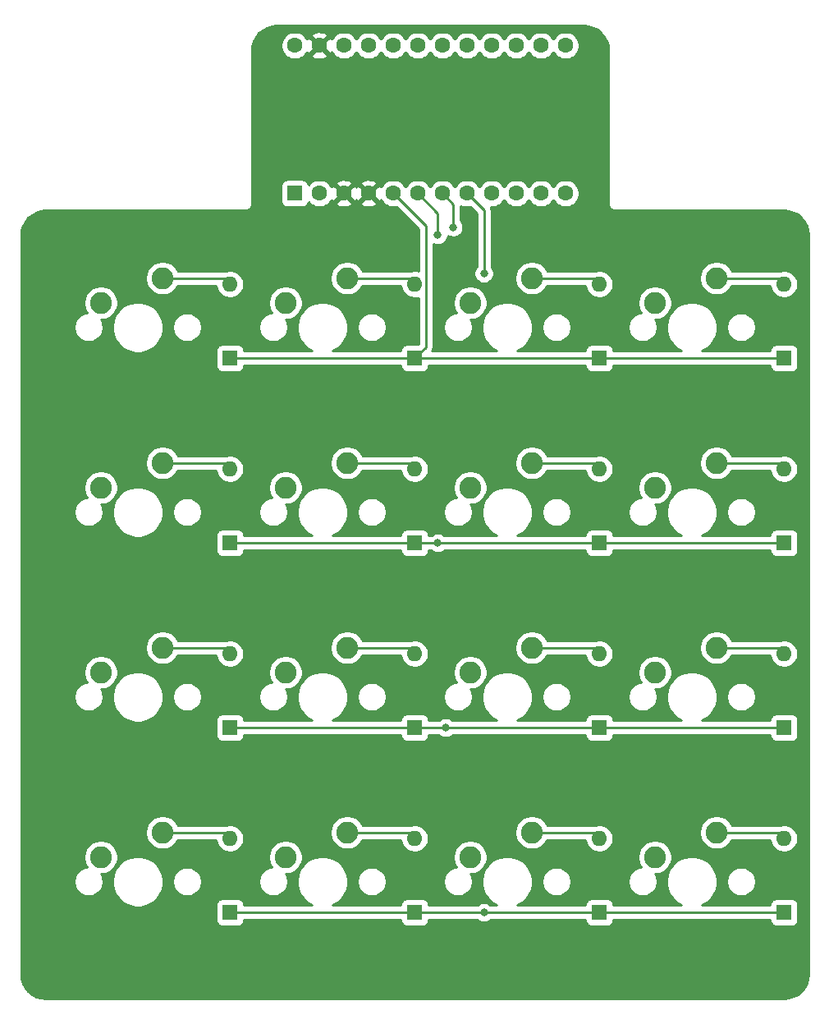
<source format=gbr>
%TF.GenerationSoftware,KiCad,Pcbnew,(5.1.6)-1*%
%TF.CreationDate,2020-06-06T20:34:10-05:00*%
%TF.ProjectId,cerkit16,6365726b-6974-4313-962e-6b696361645f,rev?*%
%TF.SameCoordinates,Original*%
%TF.FileFunction,Copper,L1,Top*%
%TF.FilePolarity,Positive*%
%FSLAX46Y46*%
G04 Gerber Fmt 4.6, Leading zero omitted, Abs format (unit mm)*
G04 Created by KiCad (PCBNEW (5.1.6)-1) date 2020-06-06 20:34:10*
%MOMM*%
%LPD*%
G01*
G04 APERTURE LIST*
%TA.AperFunction,ComponentPad*%
%ADD10C,2.250000*%
%TD*%
%TA.AperFunction,ComponentPad*%
%ADD11C,1.600000*%
%TD*%
%TA.AperFunction,ComponentPad*%
%ADD12R,1.600000X1.600000*%
%TD*%
%TA.AperFunction,ComponentPad*%
%ADD13O,1.600000X1.600000*%
%TD*%
%TA.AperFunction,ViaPad*%
%ADD14C,0.800000*%
%TD*%
%TA.AperFunction,Conductor*%
%ADD15C,0.250000*%
%TD*%
%TA.AperFunction,Conductor*%
%ADD16C,0.254000*%
%TD*%
G04 APERTURE END LIST*
D10*
%TO.P,MX11,2*%
%TO.N,Net-(D11-Pad2)*%
X89852500Y-74295000D03*
%TO.P,MX11,1*%
%TO.N,COL2*%
X83502500Y-76835000D03*
%TD*%
D11*
%TO.P,U1,24*%
%TO.N,RAW*%
X65405000Y-12223750D03*
%TO.P,U1,23*%
%TO.N,GND*%
X67945000Y-12223750D03*
%TO.P,U1,22*%
%TO.N,RST*%
X70485000Y-12223750D03*
%TO.P,U1,21*%
%TO.N,VCC*%
X73025000Y-12223750D03*
%TO.P,U1,20*%
%TO.N,Net-(U1-Pad20)*%
X75565000Y-12223750D03*
%TO.P,U1,19*%
%TO.N,Net-(U1-Pad19)*%
X78105000Y-12223750D03*
%TO.P,U1,18*%
%TO.N,Net-(U1-Pad18)*%
X80645000Y-12223750D03*
%TO.P,U1,17*%
%TO.N,Net-(U1-Pad17)*%
X83185000Y-12223750D03*
%TO.P,U1,16*%
%TO.N,Net-(U1-Pad16)*%
X85725000Y-12223750D03*
%TO.P,U1,15*%
%TO.N,Net-(U1-Pad15)*%
X88265000Y-12223750D03*
%TO.P,U1,14*%
%TO.N,Net-(U1-Pad14)*%
X90805000Y-12223750D03*
%TO.P,U1,13*%
%TO.N,Net-(U1-Pad13)*%
X93345000Y-12223750D03*
%TO.P,U1,12*%
%TO.N,COL3*%
X93345000Y-27463750D03*
%TO.P,U1,11*%
%TO.N,COL2*%
X90805000Y-27463750D03*
%TO.P,U1,10*%
%TO.N,COL1*%
X88265000Y-27463750D03*
%TO.P,U1,9*%
%TO.N,COL0*%
X85725000Y-27463750D03*
%TO.P,U1,8*%
%TO.N,ROW3*%
X83185000Y-27463750D03*
%TO.P,U1,7*%
%TO.N,ROW2*%
X80645000Y-27463750D03*
%TO.P,U1,6*%
%TO.N,ROW1*%
X78105000Y-27463750D03*
%TO.P,U1,5*%
%TO.N,ROW0*%
X75565000Y-27463750D03*
%TO.P,U1,4*%
%TO.N,GND*%
X73025000Y-27463750D03*
%TO.P,U1,3*%
X70485000Y-27463750D03*
%TO.P,U1,2*%
%TO.N,Net-(U1-Pad2)*%
X67945000Y-27463750D03*
D12*
%TO.P,U1,1*%
%TO.N,Net-(U1-Pad1)*%
X65405000Y-27463750D03*
%TD*%
D10*
%TO.P,MX16,2*%
%TO.N,Net-(D16-Pad2)*%
X108902500Y-93345000D03*
%TO.P,MX16,1*%
%TO.N,COL3*%
X102552500Y-95885000D03*
%TD*%
%TO.P,MX15,2*%
%TO.N,Net-(D15-Pad2)*%
X89852500Y-93345000D03*
%TO.P,MX15,1*%
%TO.N,COL2*%
X83502500Y-95885000D03*
%TD*%
%TO.P,MX14,2*%
%TO.N,Net-(D14-Pad2)*%
X70802500Y-93345000D03*
%TO.P,MX14,1*%
%TO.N,COL1*%
X64452500Y-95885000D03*
%TD*%
%TO.P,MX13,2*%
%TO.N,Net-(D13-Pad2)*%
X51752500Y-93345000D03*
%TO.P,MX13,1*%
%TO.N,COL0*%
X45402500Y-95885000D03*
%TD*%
%TO.P,MX12,2*%
%TO.N,Net-(D12-Pad2)*%
X108902500Y-74295000D03*
%TO.P,MX12,1*%
%TO.N,COL3*%
X102552500Y-76835000D03*
%TD*%
%TO.P,MX10,2*%
%TO.N,Net-(D10-Pad2)*%
X70802500Y-74295000D03*
%TO.P,MX10,1*%
%TO.N,COL1*%
X64452500Y-76835000D03*
%TD*%
%TO.P,MX9,2*%
%TO.N,Net-(D9-Pad2)*%
X51752500Y-74295000D03*
%TO.P,MX9,1*%
%TO.N,COL0*%
X45402500Y-76835000D03*
%TD*%
%TO.P,MX8,2*%
%TO.N,Net-(D8-Pad2)*%
X108902500Y-55245000D03*
%TO.P,MX8,1*%
%TO.N,COL3*%
X102552500Y-57785000D03*
%TD*%
%TO.P,MX7,2*%
%TO.N,Net-(D7-Pad2)*%
X89852500Y-55245000D03*
%TO.P,MX7,1*%
%TO.N,COL2*%
X83502500Y-57785000D03*
%TD*%
%TO.P,MX6,2*%
%TO.N,Net-(D6-Pad2)*%
X70802500Y-55245000D03*
%TO.P,MX6,1*%
%TO.N,COL1*%
X64452500Y-57785000D03*
%TD*%
%TO.P,MX5,2*%
%TO.N,Net-(D5-Pad2)*%
X51752500Y-55245000D03*
%TO.P,MX5,1*%
%TO.N,COL0*%
X45402500Y-57785000D03*
%TD*%
%TO.P,MX4,2*%
%TO.N,Net-(D4-Pad2)*%
X108902500Y-36195000D03*
%TO.P,MX4,1*%
%TO.N,COL3*%
X102552500Y-38735000D03*
%TD*%
%TO.P,MX3,2*%
%TO.N,Net-(D3-Pad2)*%
X89852500Y-36195000D03*
%TO.P,MX3,1*%
%TO.N,COL2*%
X83502500Y-38735000D03*
%TD*%
%TO.P,MX2,2*%
%TO.N,Net-(D2-Pad2)*%
X70802500Y-36195000D03*
%TO.P,MX2,1*%
%TO.N,COL1*%
X64452500Y-38735000D03*
%TD*%
%TO.P,MX1,2*%
%TO.N,Net-(D1-Pad2)*%
X51752500Y-36195000D03*
%TO.P,MX1,1*%
%TO.N,COL0*%
X45402500Y-38735000D03*
%TD*%
D13*
%TO.P,D16,2*%
%TO.N,Net-(D16-Pad2)*%
X115887500Y-93980000D03*
D12*
%TO.P,D16,1*%
%TO.N,ROW3*%
X115887500Y-101600000D03*
%TD*%
D13*
%TO.P,D15,2*%
%TO.N,Net-(D15-Pad2)*%
X96837500Y-93980000D03*
D12*
%TO.P,D15,1*%
%TO.N,ROW3*%
X96837500Y-101600000D03*
%TD*%
D13*
%TO.P,D14,2*%
%TO.N,Net-(D14-Pad2)*%
X77787500Y-93980000D03*
D12*
%TO.P,D14,1*%
%TO.N,ROW3*%
X77787500Y-101600000D03*
%TD*%
D13*
%TO.P,D13,2*%
%TO.N,Net-(D13-Pad2)*%
X58737500Y-93980000D03*
D12*
%TO.P,D13,1*%
%TO.N,ROW3*%
X58737500Y-101600000D03*
%TD*%
D13*
%TO.P,D12,2*%
%TO.N,Net-(D12-Pad2)*%
X115887500Y-74930000D03*
D12*
%TO.P,D12,1*%
%TO.N,ROW2*%
X115887500Y-82550000D03*
%TD*%
D13*
%TO.P,D11,2*%
%TO.N,Net-(D11-Pad2)*%
X96837500Y-74930000D03*
D12*
%TO.P,D11,1*%
%TO.N,ROW2*%
X96837500Y-82550000D03*
%TD*%
D13*
%TO.P,D10,2*%
%TO.N,Net-(D10-Pad2)*%
X77787500Y-74930000D03*
D12*
%TO.P,D10,1*%
%TO.N,ROW2*%
X77787500Y-82550000D03*
%TD*%
D13*
%TO.P,D9,2*%
%TO.N,Net-(D9-Pad2)*%
X58737500Y-74930000D03*
D12*
%TO.P,D9,1*%
%TO.N,ROW2*%
X58737500Y-82550000D03*
%TD*%
D13*
%TO.P,D8,2*%
%TO.N,Net-(D8-Pad2)*%
X115887500Y-55880000D03*
D12*
%TO.P,D8,1*%
%TO.N,ROW1*%
X115887500Y-63500000D03*
%TD*%
D13*
%TO.P,D7,2*%
%TO.N,Net-(D7-Pad2)*%
X96837500Y-55880000D03*
D12*
%TO.P,D7,1*%
%TO.N,ROW1*%
X96837500Y-63500000D03*
%TD*%
D13*
%TO.P,D6,2*%
%TO.N,Net-(D6-Pad2)*%
X77787500Y-55880000D03*
D12*
%TO.P,D6,1*%
%TO.N,ROW1*%
X77787500Y-63500000D03*
%TD*%
D13*
%TO.P,D5,2*%
%TO.N,Net-(D5-Pad2)*%
X58737500Y-55880000D03*
D12*
%TO.P,D5,1*%
%TO.N,ROW1*%
X58737500Y-63500000D03*
%TD*%
D13*
%TO.P,D4,2*%
%TO.N,Net-(D4-Pad2)*%
X115887500Y-36830000D03*
D12*
%TO.P,D4,1*%
%TO.N,ROW0*%
X115887500Y-44450000D03*
%TD*%
D13*
%TO.P,D3,2*%
%TO.N,Net-(D3-Pad2)*%
X96837500Y-36830000D03*
D12*
%TO.P,D3,1*%
%TO.N,ROW0*%
X96837500Y-44450000D03*
%TD*%
D13*
%TO.P,D2,2*%
%TO.N,Net-(D2-Pad2)*%
X77787500Y-36830000D03*
D12*
%TO.P,D2,1*%
%TO.N,ROW0*%
X77787500Y-44450000D03*
%TD*%
D13*
%TO.P,D1,2*%
%TO.N,Net-(D1-Pad2)*%
X58737500Y-36830000D03*
D12*
%TO.P,D1,1*%
%TO.N,ROW0*%
X58737500Y-44450000D03*
%TD*%
D14*
%TO.N,ROW1*%
X80168750Y-31750000D03*
X80168750Y-63500000D03*
%TO.N,ROW2*%
X81756250Y-30956250D03*
X80962500Y-82550000D03*
%TO.N,ROW3*%
X84931250Y-35718750D03*
X84931250Y-101600000D03*
%TD*%
D15*
%TO.N,Net-(D1-Pad2)*%
X58102500Y-36195000D02*
X58737500Y-36830000D01*
X51752500Y-36195000D02*
X58102500Y-36195000D01*
%TO.N,ROW0*%
X58737500Y-44450000D02*
X77787500Y-44450000D01*
X77787500Y-44450000D02*
X96043750Y-44450000D01*
X96043750Y-44450000D02*
X96837500Y-44450000D01*
X96837500Y-44450000D02*
X115887500Y-44450000D01*
X78912501Y-30811251D02*
X75565000Y-27463750D01*
X78912501Y-43324999D02*
X78912501Y-30811251D01*
X77787500Y-44450000D02*
X78912501Y-43324999D01*
%TO.N,Net-(D2-Pad2)*%
X77152500Y-36195000D02*
X77787500Y-36830000D01*
X70802500Y-36195000D02*
X77152500Y-36195000D01*
%TO.N,Net-(D3-Pad2)*%
X96202500Y-36195000D02*
X96837500Y-36830000D01*
X89852500Y-36195000D02*
X96202500Y-36195000D01*
%TO.N,Net-(D4-Pad2)*%
X115252500Y-36195000D02*
X115887500Y-36830000D01*
X108902500Y-36195000D02*
X115252500Y-36195000D01*
%TO.N,Net-(D5-Pad2)*%
X58102500Y-55245000D02*
X58737500Y-55880000D01*
X51752500Y-55245000D02*
X58102500Y-55245000D01*
%TO.N,ROW1*%
X115887500Y-63500000D02*
X96837500Y-63500000D01*
X96837500Y-63500000D02*
X80168750Y-63500000D01*
X77787500Y-63500000D02*
X58737500Y-63500000D01*
X80168750Y-63500000D02*
X77787500Y-63500000D01*
X80168750Y-29527500D02*
X78105000Y-27463750D01*
X80168750Y-31750000D02*
X80168750Y-29527500D01*
%TO.N,Net-(D6-Pad2)*%
X77152500Y-55245000D02*
X77787500Y-55880000D01*
X70802500Y-55245000D02*
X77152500Y-55245000D01*
%TO.N,Net-(D7-Pad2)*%
X96202500Y-55245000D02*
X96837500Y-55880000D01*
X89852500Y-55245000D02*
X96202500Y-55245000D01*
%TO.N,Net-(D8-Pad2)*%
X115252500Y-55245000D02*
X115887500Y-55880000D01*
X108902500Y-55245000D02*
X115252500Y-55245000D01*
%TO.N,Net-(D9-Pad2)*%
X58102500Y-74295000D02*
X58737500Y-74930000D01*
X51752500Y-74295000D02*
X58102500Y-74295000D01*
%TO.N,ROW2*%
X58737500Y-82550000D02*
X77787500Y-82550000D01*
X77787500Y-82550000D02*
X80962500Y-82550000D01*
X96837500Y-82550000D02*
X115887500Y-82550000D01*
X80962500Y-82550000D02*
X96837500Y-82550000D01*
X81756250Y-30956250D02*
X81756250Y-28575000D01*
X81756250Y-28575000D02*
X80645000Y-27463750D01*
%TO.N,Net-(D10-Pad2)*%
X77152500Y-74295000D02*
X77787500Y-74930000D01*
X70802500Y-74295000D02*
X77152500Y-74295000D01*
%TO.N,Net-(D11-Pad2)*%
X96202500Y-74295000D02*
X96837500Y-74930000D01*
X89852500Y-74295000D02*
X96202500Y-74295000D01*
%TO.N,Net-(D12-Pad2)*%
X115252500Y-74295000D02*
X115887500Y-74930000D01*
X108902500Y-74295000D02*
X115252500Y-74295000D01*
%TO.N,Net-(D13-Pad2)*%
X58102500Y-93345000D02*
X58737500Y-93980000D01*
X51752500Y-93345000D02*
X58102500Y-93345000D01*
%TO.N,ROW3*%
X115887500Y-101600000D02*
X96837500Y-101600000D01*
X96837500Y-101600000D02*
X84931250Y-101600000D01*
X77787500Y-101600000D02*
X58737500Y-101600000D01*
X84931250Y-101600000D02*
X77787500Y-101600000D01*
X84931250Y-29210000D02*
X83185000Y-27463750D01*
X84931250Y-35718750D02*
X84931250Y-29210000D01*
%TO.N,Net-(D14-Pad2)*%
X77152500Y-93345000D02*
X77787500Y-93980000D01*
X70802500Y-93345000D02*
X77152500Y-93345000D01*
%TO.N,Net-(D15-Pad2)*%
X96202500Y-93345000D02*
X96837500Y-93980000D01*
X89852500Y-93345000D02*
X96202500Y-93345000D01*
%TO.N,Net-(D16-Pad2)*%
X115252500Y-93345000D02*
X115887500Y-93980000D01*
X108902500Y-93345000D02*
X115252500Y-93345000D01*
%TD*%
D16*
%TO.N,GND*%
G36*
X95737884Y-10236002D02*
G01*
X96207188Y-10377694D01*
X96640025Y-10607837D01*
X97019927Y-10917678D01*
X97332403Y-11295397D01*
X97565569Y-11726627D01*
X97710532Y-12194928D01*
X97765001Y-12713163D01*
X97765000Y-28542581D01*
X97761807Y-28575000D01*
X97774550Y-28704383D01*
X97812290Y-28828793D01*
X97873575Y-28943450D01*
X97949929Y-29036487D01*
X97956052Y-29043948D01*
X98056550Y-29126425D01*
X98171207Y-29187710D01*
X98295617Y-29225450D01*
X98425000Y-29238193D01*
X98457419Y-29235000D01*
X115855222Y-29235000D01*
X116375384Y-29286002D01*
X116844688Y-29427694D01*
X117277525Y-29657837D01*
X117657427Y-29967678D01*
X117969903Y-30345397D01*
X118203069Y-30776627D01*
X118348032Y-31244928D01*
X118402500Y-31763153D01*
X118402501Y-107917712D01*
X118351498Y-108437883D01*
X118209807Y-108907186D01*
X117979661Y-109340028D01*
X117669823Y-109719927D01*
X117292100Y-110032406D01*
X116860873Y-110265569D01*
X116392573Y-110410532D01*
X115874347Y-110465000D01*
X39719778Y-110465000D01*
X39199617Y-110413998D01*
X38730314Y-110272307D01*
X38297472Y-110042161D01*
X37917573Y-109732323D01*
X37605094Y-109354600D01*
X37371931Y-108923373D01*
X37226968Y-108455073D01*
X37172500Y-107936847D01*
X37172500Y-98276278D01*
X42622500Y-98276278D01*
X42622500Y-98573722D01*
X42680529Y-98865451D01*
X42794356Y-99140253D01*
X42959607Y-99387569D01*
X43169931Y-99597893D01*
X43417247Y-99763144D01*
X43692049Y-99876971D01*
X43983778Y-99935000D01*
X44281222Y-99935000D01*
X44572951Y-99876971D01*
X44847753Y-99763144D01*
X45095069Y-99597893D01*
X45305393Y-99387569D01*
X45470644Y-99140253D01*
X45584471Y-98865451D01*
X45642500Y-98573722D01*
X45642500Y-98276278D01*
X45620580Y-98166076D01*
X46583600Y-98166076D01*
X46583600Y-98683924D01*
X46684627Y-99191822D01*
X46882799Y-99670251D01*
X47170500Y-100100826D01*
X47536674Y-100467000D01*
X47967249Y-100754701D01*
X48445678Y-100952873D01*
X48953576Y-101053900D01*
X49471424Y-101053900D01*
X49979322Y-100952873D01*
X50348389Y-100800000D01*
X57299428Y-100800000D01*
X57299428Y-102400000D01*
X57311688Y-102524482D01*
X57347998Y-102644180D01*
X57406963Y-102754494D01*
X57486315Y-102851185D01*
X57583006Y-102930537D01*
X57693320Y-102989502D01*
X57813018Y-103025812D01*
X57937500Y-103038072D01*
X59537500Y-103038072D01*
X59661982Y-103025812D01*
X59781680Y-102989502D01*
X59891994Y-102930537D01*
X59988685Y-102851185D01*
X60068037Y-102754494D01*
X60127002Y-102644180D01*
X60163312Y-102524482D01*
X60175572Y-102400000D01*
X60175572Y-102360000D01*
X76349428Y-102360000D01*
X76349428Y-102400000D01*
X76361688Y-102524482D01*
X76397998Y-102644180D01*
X76456963Y-102754494D01*
X76536315Y-102851185D01*
X76633006Y-102930537D01*
X76743320Y-102989502D01*
X76863018Y-103025812D01*
X76987500Y-103038072D01*
X78587500Y-103038072D01*
X78711982Y-103025812D01*
X78831680Y-102989502D01*
X78941994Y-102930537D01*
X79038685Y-102851185D01*
X79118037Y-102754494D01*
X79177002Y-102644180D01*
X79213312Y-102524482D01*
X79225572Y-102400000D01*
X79225572Y-102360000D01*
X84227539Y-102360000D01*
X84271476Y-102403937D01*
X84440994Y-102517205D01*
X84629352Y-102595226D01*
X84829311Y-102635000D01*
X85033189Y-102635000D01*
X85233148Y-102595226D01*
X85421506Y-102517205D01*
X85591024Y-102403937D01*
X85634961Y-102360000D01*
X95399428Y-102360000D01*
X95399428Y-102400000D01*
X95411688Y-102524482D01*
X95447998Y-102644180D01*
X95506963Y-102754494D01*
X95586315Y-102851185D01*
X95683006Y-102930537D01*
X95793320Y-102989502D01*
X95913018Y-103025812D01*
X96037500Y-103038072D01*
X97637500Y-103038072D01*
X97761982Y-103025812D01*
X97881680Y-102989502D01*
X97991994Y-102930537D01*
X98088685Y-102851185D01*
X98168037Y-102754494D01*
X98227002Y-102644180D01*
X98263312Y-102524482D01*
X98275572Y-102400000D01*
X98275572Y-102360000D01*
X114449428Y-102360000D01*
X114449428Y-102400000D01*
X114461688Y-102524482D01*
X114497998Y-102644180D01*
X114556963Y-102754494D01*
X114636315Y-102851185D01*
X114733006Y-102930537D01*
X114843320Y-102989502D01*
X114963018Y-103025812D01*
X115087500Y-103038072D01*
X116687500Y-103038072D01*
X116811982Y-103025812D01*
X116931680Y-102989502D01*
X117041994Y-102930537D01*
X117138685Y-102851185D01*
X117218037Y-102754494D01*
X117277002Y-102644180D01*
X117313312Y-102524482D01*
X117325572Y-102400000D01*
X117325572Y-100800000D01*
X117313312Y-100675518D01*
X117277002Y-100555820D01*
X117218037Y-100445506D01*
X117138685Y-100348815D01*
X117041994Y-100269463D01*
X116931680Y-100210498D01*
X116811982Y-100174188D01*
X116687500Y-100161928D01*
X115087500Y-100161928D01*
X114963018Y-100174188D01*
X114843320Y-100210498D01*
X114733006Y-100269463D01*
X114636315Y-100348815D01*
X114556963Y-100445506D01*
X114497998Y-100555820D01*
X114461688Y-100675518D01*
X114449428Y-100800000D01*
X114449428Y-100840000D01*
X107401821Y-100840000D01*
X107607751Y-100754701D01*
X108038326Y-100467000D01*
X108404500Y-100100826D01*
X108692201Y-99670251D01*
X108890373Y-99191822D01*
X108991400Y-98683924D01*
X108991400Y-98276278D01*
X109932500Y-98276278D01*
X109932500Y-98573722D01*
X109990529Y-98865451D01*
X110104356Y-99140253D01*
X110269607Y-99387569D01*
X110479931Y-99597893D01*
X110727247Y-99763144D01*
X111002049Y-99876971D01*
X111293778Y-99935000D01*
X111591222Y-99935000D01*
X111882951Y-99876971D01*
X112157753Y-99763144D01*
X112405069Y-99597893D01*
X112615393Y-99387569D01*
X112780644Y-99140253D01*
X112894471Y-98865451D01*
X112952500Y-98573722D01*
X112952500Y-98276278D01*
X112894471Y-97984549D01*
X112780644Y-97709747D01*
X112615393Y-97462431D01*
X112405069Y-97252107D01*
X112157753Y-97086856D01*
X111882951Y-96973029D01*
X111591222Y-96915000D01*
X111293778Y-96915000D01*
X111002049Y-96973029D01*
X110727247Y-97086856D01*
X110479931Y-97252107D01*
X110269607Y-97462431D01*
X110104356Y-97709747D01*
X109990529Y-97984549D01*
X109932500Y-98276278D01*
X108991400Y-98276278D01*
X108991400Y-98166076D01*
X108890373Y-97658178D01*
X108692201Y-97179749D01*
X108404500Y-96749174D01*
X108038326Y-96383000D01*
X107607751Y-96095299D01*
X107129322Y-95897127D01*
X106621424Y-95796100D01*
X106103576Y-95796100D01*
X105595678Y-95897127D01*
X105117249Y-96095299D01*
X104686674Y-96383000D01*
X104320500Y-96749174D01*
X104032799Y-97179749D01*
X103834627Y-97658178D01*
X103733600Y-98166076D01*
X103733600Y-98683924D01*
X103834627Y-99191822D01*
X104032799Y-99670251D01*
X104320500Y-100100826D01*
X104686674Y-100467000D01*
X105117249Y-100754701D01*
X105323179Y-100840000D01*
X98275572Y-100840000D01*
X98275572Y-100800000D01*
X98263312Y-100675518D01*
X98227002Y-100555820D01*
X98168037Y-100445506D01*
X98088685Y-100348815D01*
X97991994Y-100269463D01*
X97881680Y-100210498D01*
X97761982Y-100174188D01*
X97637500Y-100161928D01*
X96037500Y-100161928D01*
X95913018Y-100174188D01*
X95793320Y-100210498D01*
X95683006Y-100269463D01*
X95586315Y-100348815D01*
X95506963Y-100445506D01*
X95447998Y-100555820D01*
X95411688Y-100675518D01*
X95399428Y-100800000D01*
X95399428Y-100840000D01*
X88351821Y-100840000D01*
X88557751Y-100754701D01*
X88988326Y-100467000D01*
X89354500Y-100100826D01*
X89642201Y-99670251D01*
X89840373Y-99191822D01*
X89941400Y-98683924D01*
X89941400Y-98276278D01*
X90882500Y-98276278D01*
X90882500Y-98573722D01*
X90940529Y-98865451D01*
X91054356Y-99140253D01*
X91219607Y-99387569D01*
X91429931Y-99597893D01*
X91677247Y-99763144D01*
X91952049Y-99876971D01*
X92243778Y-99935000D01*
X92541222Y-99935000D01*
X92832951Y-99876971D01*
X93107753Y-99763144D01*
X93355069Y-99597893D01*
X93565393Y-99387569D01*
X93730644Y-99140253D01*
X93844471Y-98865451D01*
X93902500Y-98573722D01*
X93902500Y-98276278D01*
X99772500Y-98276278D01*
X99772500Y-98573722D01*
X99830529Y-98865451D01*
X99944356Y-99140253D01*
X100109607Y-99387569D01*
X100319931Y-99597893D01*
X100567247Y-99763144D01*
X100842049Y-99876971D01*
X101133778Y-99935000D01*
X101431222Y-99935000D01*
X101722951Y-99876971D01*
X101997753Y-99763144D01*
X102245069Y-99597893D01*
X102455393Y-99387569D01*
X102620644Y-99140253D01*
X102734471Y-98865451D01*
X102792500Y-98573722D01*
X102792500Y-98276278D01*
X102734471Y-97984549D01*
X102620644Y-97709747D01*
X102577382Y-97645000D01*
X102725845Y-97645000D01*
X103065873Y-97577364D01*
X103386173Y-97444692D01*
X103674435Y-97252081D01*
X103919581Y-97006935D01*
X104112192Y-96718673D01*
X104244864Y-96398373D01*
X104312500Y-96058345D01*
X104312500Y-95711655D01*
X104244864Y-95371627D01*
X104112192Y-95051327D01*
X103919581Y-94763065D01*
X103674435Y-94517919D01*
X103386173Y-94325308D01*
X103065873Y-94192636D01*
X102725845Y-94125000D01*
X102379155Y-94125000D01*
X102039127Y-94192636D01*
X101718827Y-94325308D01*
X101430565Y-94517919D01*
X101185419Y-94763065D01*
X100992808Y-95051327D01*
X100860136Y-95371627D01*
X100792500Y-95711655D01*
X100792500Y-96058345D01*
X100860136Y-96398373D01*
X100992808Y-96718673D01*
X101125138Y-96916719D01*
X100842049Y-96973029D01*
X100567247Y-97086856D01*
X100319931Y-97252107D01*
X100109607Y-97462431D01*
X99944356Y-97709747D01*
X99830529Y-97984549D01*
X99772500Y-98276278D01*
X93902500Y-98276278D01*
X93844471Y-97984549D01*
X93730644Y-97709747D01*
X93565393Y-97462431D01*
X93355069Y-97252107D01*
X93107753Y-97086856D01*
X92832951Y-96973029D01*
X92541222Y-96915000D01*
X92243778Y-96915000D01*
X91952049Y-96973029D01*
X91677247Y-97086856D01*
X91429931Y-97252107D01*
X91219607Y-97462431D01*
X91054356Y-97709747D01*
X90940529Y-97984549D01*
X90882500Y-98276278D01*
X89941400Y-98276278D01*
X89941400Y-98166076D01*
X89840373Y-97658178D01*
X89642201Y-97179749D01*
X89354500Y-96749174D01*
X88988326Y-96383000D01*
X88557751Y-96095299D01*
X88079322Y-95897127D01*
X87571424Y-95796100D01*
X87053576Y-95796100D01*
X86545678Y-95897127D01*
X86067249Y-96095299D01*
X85636674Y-96383000D01*
X85270500Y-96749174D01*
X84982799Y-97179749D01*
X84784627Y-97658178D01*
X84683600Y-98166076D01*
X84683600Y-98683924D01*
X84784627Y-99191822D01*
X84982799Y-99670251D01*
X85270500Y-100100826D01*
X85636674Y-100467000D01*
X86067249Y-100754701D01*
X86273179Y-100840000D01*
X85634961Y-100840000D01*
X85591024Y-100796063D01*
X85421506Y-100682795D01*
X85233148Y-100604774D01*
X85033189Y-100565000D01*
X84829311Y-100565000D01*
X84629352Y-100604774D01*
X84440994Y-100682795D01*
X84271476Y-100796063D01*
X84227539Y-100840000D01*
X79225572Y-100840000D01*
X79225572Y-100800000D01*
X79213312Y-100675518D01*
X79177002Y-100555820D01*
X79118037Y-100445506D01*
X79038685Y-100348815D01*
X78941994Y-100269463D01*
X78831680Y-100210498D01*
X78711982Y-100174188D01*
X78587500Y-100161928D01*
X76987500Y-100161928D01*
X76863018Y-100174188D01*
X76743320Y-100210498D01*
X76633006Y-100269463D01*
X76536315Y-100348815D01*
X76456963Y-100445506D01*
X76397998Y-100555820D01*
X76361688Y-100675518D01*
X76349428Y-100800000D01*
X76349428Y-100840000D01*
X69301821Y-100840000D01*
X69507751Y-100754701D01*
X69938326Y-100467000D01*
X70304500Y-100100826D01*
X70592201Y-99670251D01*
X70790373Y-99191822D01*
X70891400Y-98683924D01*
X70891400Y-98276278D01*
X71832500Y-98276278D01*
X71832500Y-98573722D01*
X71890529Y-98865451D01*
X72004356Y-99140253D01*
X72169607Y-99387569D01*
X72379931Y-99597893D01*
X72627247Y-99763144D01*
X72902049Y-99876971D01*
X73193778Y-99935000D01*
X73491222Y-99935000D01*
X73782951Y-99876971D01*
X74057753Y-99763144D01*
X74305069Y-99597893D01*
X74515393Y-99387569D01*
X74680644Y-99140253D01*
X74794471Y-98865451D01*
X74852500Y-98573722D01*
X74852500Y-98276278D01*
X80722500Y-98276278D01*
X80722500Y-98573722D01*
X80780529Y-98865451D01*
X80894356Y-99140253D01*
X81059607Y-99387569D01*
X81269931Y-99597893D01*
X81517247Y-99763144D01*
X81792049Y-99876971D01*
X82083778Y-99935000D01*
X82381222Y-99935000D01*
X82672951Y-99876971D01*
X82947753Y-99763144D01*
X83195069Y-99597893D01*
X83405393Y-99387569D01*
X83570644Y-99140253D01*
X83684471Y-98865451D01*
X83742500Y-98573722D01*
X83742500Y-98276278D01*
X83684471Y-97984549D01*
X83570644Y-97709747D01*
X83527382Y-97645000D01*
X83675845Y-97645000D01*
X84015873Y-97577364D01*
X84336173Y-97444692D01*
X84624435Y-97252081D01*
X84869581Y-97006935D01*
X85062192Y-96718673D01*
X85194864Y-96398373D01*
X85262500Y-96058345D01*
X85262500Y-95711655D01*
X85194864Y-95371627D01*
X85062192Y-95051327D01*
X84869581Y-94763065D01*
X84624435Y-94517919D01*
X84336173Y-94325308D01*
X84015873Y-94192636D01*
X83675845Y-94125000D01*
X83329155Y-94125000D01*
X82989127Y-94192636D01*
X82668827Y-94325308D01*
X82380565Y-94517919D01*
X82135419Y-94763065D01*
X81942808Y-95051327D01*
X81810136Y-95371627D01*
X81742500Y-95711655D01*
X81742500Y-96058345D01*
X81810136Y-96398373D01*
X81942808Y-96718673D01*
X82075138Y-96916719D01*
X81792049Y-96973029D01*
X81517247Y-97086856D01*
X81269931Y-97252107D01*
X81059607Y-97462431D01*
X80894356Y-97709747D01*
X80780529Y-97984549D01*
X80722500Y-98276278D01*
X74852500Y-98276278D01*
X74794471Y-97984549D01*
X74680644Y-97709747D01*
X74515393Y-97462431D01*
X74305069Y-97252107D01*
X74057753Y-97086856D01*
X73782951Y-96973029D01*
X73491222Y-96915000D01*
X73193778Y-96915000D01*
X72902049Y-96973029D01*
X72627247Y-97086856D01*
X72379931Y-97252107D01*
X72169607Y-97462431D01*
X72004356Y-97709747D01*
X71890529Y-97984549D01*
X71832500Y-98276278D01*
X70891400Y-98276278D01*
X70891400Y-98166076D01*
X70790373Y-97658178D01*
X70592201Y-97179749D01*
X70304500Y-96749174D01*
X69938326Y-96383000D01*
X69507751Y-96095299D01*
X69029322Y-95897127D01*
X68521424Y-95796100D01*
X68003576Y-95796100D01*
X67495678Y-95897127D01*
X67017249Y-96095299D01*
X66586674Y-96383000D01*
X66220500Y-96749174D01*
X65932799Y-97179749D01*
X65734627Y-97658178D01*
X65633600Y-98166076D01*
X65633600Y-98683924D01*
X65734627Y-99191822D01*
X65932799Y-99670251D01*
X66220500Y-100100826D01*
X66586674Y-100467000D01*
X67017249Y-100754701D01*
X67223179Y-100840000D01*
X60175572Y-100840000D01*
X60175572Y-100800000D01*
X60163312Y-100675518D01*
X60127002Y-100555820D01*
X60068037Y-100445506D01*
X59988685Y-100348815D01*
X59891994Y-100269463D01*
X59781680Y-100210498D01*
X59661982Y-100174188D01*
X59537500Y-100161928D01*
X57937500Y-100161928D01*
X57813018Y-100174188D01*
X57693320Y-100210498D01*
X57583006Y-100269463D01*
X57486315Y-100348815D01*
X57406963Y-100445506D01*
X57347998Y-100555820D01*
X57311688Y-100675518D01*
X57299428Y-100800000D01*
X50348389Y-100800000D01*
X50457751Y-100754701D01*
X50888326Y-100467000D01*
X51254500Y-100100826D01*
X51542201Y-99670251D01*
X51740373Y-99191822D01*
X51841400Y-98683924D01*
X51841400Y-98276278D01*
X52782500Y-98276278D01*
X52782500Y-98573722D01*
X52840529Y-98865451D01*
X52954356Y-99140253D01*
X53119607Y-99387569D01*
X53329931Y-99597893D01*
X53577247Y-99763144D01*
X53852049Y-99876971D01*
X54143778Y-99935000D01*
X54441222Y-99935000D01*
X54732951Y-99876971D01*
X55007753Y-99763144D01*
X55255069Y-99597893D01*
X55465393Y-99387569D01*
X55630644Y-99140253D01*
X55744471Y-98865451D01*
X55802500Y-98573722D01*
X55802500Y-98276278D01*
X61672500Y-98276278D01*
X61672500Y-98573722D01*
X61730529Y-98865451D01*
X61844356Y-99140253D01*
X62009607Y-99387569D01*
X62219931Y-99597893D01*
X62467247Y-99763144D01*
X62742049Y-99876971D01*
X63033778Y-99935000D01*
X63331222Y-99935000D01*
X63622951Y-99876971D01*
X63897753Y-99763144D01*
X64145069Y-99597893D01*
X64355393Y-99387569D01*
X64520644Y-99140253D01*
X64634471Y-98865451D01*
X64692500Y-98573722D01*
X64692500Y-98276278D01*
X64634471Y-97984549D01*
X64520644Y-97709747D01*
X64477382Y-97645000D01*
X64625845Y-97645000D01*
X64965873Y-97577364D01*
X65286173Y-97444692D01*
X65574435Y-97252081D01*
X65819581Y-97006935D01*
X66012192Y-96718673D01*
X66144864Y-96398373D01*
X66212500Y-96058345D01*
X66212500Y-95711655D01*
X66144864Y-95371627D01*
X66012192Y-95051327D01*
X65819581Y-94763065D01*
X65574435Y-94517919D01*
X65286173Y-94325308D01*
X64965873Y-94192636D01*
X64625845Y-94125000D01*
X64279155Y-94125000D01*
X63939127Y-94192636D01*
X63618827Y-94325308D01*
X63330565Y-94517919D01*
X63085419Y-94763065D01*
X62892808Y-95051327D01*
X62760136Y-95371627D01*
X62692500Y-95711655D01*
X62692500Y-96058345D01*
X62760136Y-96398373D01*
X62892808Y-96718673D01*
X63025138Y-96916719D01*
X62742049Y-96973029D01*
X62467247Y-97086856D01*
X62219931Y-97252107D01*
X62009607Y-97462431D01*
X61844356Y-97709747D01*
X61730529Y-97984549D01*
X61672500Y-98276278D01*
X55802500Y-98276278D01*
X55744471Y-97984549D01*
X55630644Y-97709747D01*
X55465393Y-97462431D01*
X55255069Y-97252107D01*
X55007753Y-97086856D01*
X54732951Y-96973029D01*
X54441222Y-96915000D01*
X54143778Y-96915000D01*
X53852049Y-96973029D01*
X53577247Y-97086856D01*
X53329931Y-97252107D01*
X53119607Y-97462431D01*
X52954356Y-97709747D01*
X52840529Y-97984549D01*
X52782500Y-98276278D01*
X51841400Y-98276278D01*
X51841400Y-98166076D01*
X51740373Y-97658178D01*
X51542201Y-97179749D01*
X51254500Y-96749174D01*
X50888326Y-96383000D01*
X50457751Y-96095299D01*
X49979322Y-95897127D01*
X49471424Y-95796100D01*
X48953576Y-95796100D01*
X48445678Y-95897127D01*
X47967249Y-96095299D01*
X47536674Y-96383000D01*
X47170500Y-96749174D01*
X46882799Y-97179749D01*
X46684627Y-97658178D01*
X46583600Y-98166076D01*
X45620580Y-98166076D01*
X45584471Y-97984549D01*
X45470644Y-97709747D01*
X45427382Y-97645000D01*
X45575845Y-97645000D01*
X45915873Y-97577364D01*
X46236173Y-97444692D01*
X46524435Y-97252081D01*
X46769581Y-97006935D01*
X46962192Y-96718673D01*
X47094864Y-96398373D01*
X47162500Y-96058345D01*
X47162500Y-95711655D01*
X47094864Y-95371627D01*
X46962192Y-95051327D01*
X46769581Y-94763065D01*
X46524435Y-94517919D01*
X46236173Y-94325308D01*
X45915873Y-94192636D01*
X45575845Y-94125000D01*
X45229155Y-94125000D01*
X44889127Y-94192636D01*
X44568827Y-94325308D01*
X44280565Y-94517919D01*
X44035419Y-94763065D01*
X43842808Y-95051327D01*
X43710136Y-95371627D01*
X43642500Y-95711655D01*
X43642500Y-96058345D01*
X43710136Y-96398373D01*
X43842808Y-96718673D01*
X43975138Y-96916719D01*
X43692049Y-96973029D01*
X43417247Y-97086856D01*
X43169931Y-97252107D01*
X42959607Y-97462431D01*
X42794356Y-97709747D01*
X42680529Y-97984549D01*
X42622500Y-98276278D01*
X37172500Y-98276278D01*
X37172500Y-93171655D01*
X49992500Y-93171655D01*
X49992500Y-93518345D01*
X50060136Y-93858373D01*
X50192808Y-94178673D01*
X50385419Y-94466935D01*
X50630565Y-94712081D01*
X50918827Y-94904692D01*
X51239127Y-95037364D01*
X51579155Y-95105000D01*
X51925845Y-95105000D01*
X52265873Y-95037364D01*
X52586173Y-94904692D01*
X52874435Y-94712081D01*
X53119581Y-94466935D01*
X53312192Y-94178673D01*
X53342708Y-94105000D01*
X57302500Y-94105000D01*
X57302500Y-94121335D01*
X57357647Y-94398574D01*
X57465820Y-94659727D01*
X57622863Y-94894759D01*
X57822741Y-95094637D01*
X58057773Y-95251680D01*
X58318926Y-95359853D01*
X58596165Y-95415000D01*
X58878835Y-95415000D01*
X59156074Y-95359853D01*
X59417227Y-95251680D01*
X59652259Y-95094637D01*
X59852137Y-94894759D01*
X60009180Y-94659727D01*
X60117353Y-94398574D01*
X60172500Y-94121335D01*
X60172500Y-93838665D01*
X60117353Y-93561426D01*
X60009180Y-93300273D01*
X59923241Y-93171655D01*
X69042500Y-93171655D01*
X69042500Y-93518345D01*
X69110136Y-93858373D01*
X69242808Y-94178673D01*
X69435419Y-94466935D01*
X69680565Y-94712081D01*
X69968827Y-94904692D01*
X70289127Y-95037364D01*
X70629155Y-95105000D01*
X70975845Y-95105000D01*
X71315873Y-95037364D01*
X71636173Y-94904692D01*
X71924435Y-94712081D01*
X72169581Y-94466935D01*
X72362192Y-94178673D01*
X72392708Y-94105000D01*
X76352500Y-94105000D01*
X76352500Y-94121335D01*
X76407647Y-94398574D01*
X76515820Y-94659727D01*
X76672863Y-94894759D01*
X76872741Y-95094637D01*
X77107773Y-95251680D01*
X77368926Y-95359853D01*
X77646165Y-95415000D01*
X77928835Y-95415000D01*
X78206074Y-95359853D01*
X78467227Y-95251680D01*
X78702259Y-95094637D01*
X78902137Y-94894759D01*
X79059180Y-94659727D01*
X79167353Y-94398574D01*
X79222500Y-94121335D01*
X79222500Y-93838665D01*
X79167353Y-93561426D01*
X79059180Y-93300273D01*
X78973241Y-93171655D01*
X88092500Y-93171655D01*
X88092500Y-93518345D01*
X88160136Y-93858373D01*
X88292808Y-94178673D01*
X88485419Y-94466935D01*
X88730565Y-94712081D01*
X89018827Y-94904692D01*
X89339127Y-95037364D01*
X89679155Y-95105000D01*
X90025845Y-95105000D01*
X90365873Y-95037364D01*
X90686173Y-94904692D01*
X90974435Y-94712081D01*
X91219581Y-94466935D01*
X91412192Y-94178673D01*
X91442708Y-94105000D01*
X95402500Y-94105000D01*
X95402500Y-94121335D01*
X95457647Y-94398574D01*
X95565820Y-94659727D01*
X95722863Y-94894759D01*
X95922741Y-95094637D01*
X96157773Y-95251680D01*
X96418926Y-95359853D01*
X96696165Y-95415000D01*
X96978835Y-95415000D01*
X97256074Y-95359853D01*
X97517227Y-95251680D01*
X97752259Y-95094637D01*
X97952137Y-94894759D01*
X98109180Y-94659727D01*
X98217353Y-94398574D01*
X98272500Y-94121335D01*
X98272500Y-93838665D01*
X98217353Y-93561426D01*
X98109180Y-93300273D01*
X98023241Y-93171655D01*
X107142500Y-93171655D01*
X107142500Y-93518345D01*
X107210136Y-93858373D01*
X107342808Y-94178673D01*
X107535419Y-94466935D01*
X107780565Y-94712081D01*
X108068827Y-94904692D01*
X108389127Y-95037364D01*
X108729155Y-95105000D01*
X109075845Y-95105000D01*
X109415873Y-95037364D01*
X109736173Y-94904692D01*
X110024435Y-94712081D01*
X110269581Y-94466935D01*
X110462192Y-94178673D01*
X110492708Y-94105000D01*
X114452500Y-94105000D01*
X114452500Y-94121335D01*
X114507647Y-94398574D01*
X114615820Y-94659727D01*
X114772863Y-94894759D01*
X114972741Y-95094637D01*
X115207773Y-95251680D01*
X115468926Y-95359853D01*
X115746165Y-95415000D01*
X116028835Y-95415000D01*
X116306074Y-95359853D01*
X116567227Y-95251680D01*
X116802259Y-95094637D01*
X117002137Y-94894759D01*
X117159180Y-94659727D01*
X117267353Y-94398574D01*
X117322500Y-94121335D01*
X117322500Y-93838665D01*
X117267353Y-93561426D01*
X117159180Y-93300273D01*
X117002137Y-93065241D01*
X116802259Y-92865363D01*
X116567227Y-92708320D01*
X116306074Y-92600147D01*
X116028835Y-92545000D01*
X115746165Y-92545000D01*
X115468926Y-92600147D01*
X115446200Y-92609561D01*
X115401486Y-92595997D01*
X115289833Y-92585000D01*
X115289822Y-92585000D01*
X115252500Y-92581324D01*
X115215178Y-92585000D01*
X110492708Y-92585000D01*
X110462192Y-92511327D01*
X110269581Y-92223065D01*
X110024435Y-91977919D01*
X109736173Y-91785308D01*
X109415873Y-91652636D01*
X109075845Y-91585000D01*
X108729155Y-91585000D01*
X108389127Y-91652636D01*
X108068827Y-91785308D01*
X107780565Y-91977919D01*
X107535419Y-92223065D01*
X107342808Y-92511327D01*
X107210136Y-92831627D01*
X107142500Y-93171655D01*
X98023241Y-93171655D01*
X97952137Y-93065241D01*
X97752259Y-92865363D01*
X97517227Y-92708320D01*
X97256074Y-92600147D01*
X96978835Y-92545000D01*
X96696165Y-92545000D01*
X96418926Y-92600147D01*
X96396200Y-92609561D01*
X96351486Y-92595997D01*
X96239833Y-92585000D01*
X96239822Y-92585000D01*
X96202500Y-92581324D01*
X96165178Y-92585000D01*
X91442708Y-92585000D01*
X91412192Y-92511327D01*
X91219581Y-92223065D01*
X90974435Y-91977919D01*
X90686173Y-91785308D01*
X90365873Y-91652636D01*
X90025845Y-91585000D01*
X89679155Y-91585000D01*
X89339127Y-91652636D01*
X89018827Y-91785308D01*
X88730565Y-91977919D01*
X88485419Y-92223065D01*
X88292808Y-92511327D01*
X88160136Y-92831627D01*
X88092500Y-93171655D01*
X78973241Y-93171655D01*
X78902137Y-93065241D01*
X78702259Y-92865363D01*
X78467227Y-92708320D01*
X78206074Y-92600147D01*
X77928835Y-92545000D01*
X77646165Y-92545000D01*
X77368926Y-92600147D01*
X77346200Y-92609561D01*
X77301486Y-92595997D01*
X77189833Y-92585000D01*
X77189822Y-92585000D01*
X77152500Y-92581324D01*
X77115178Y-92585000D01*
X72392708Y-92585000D01*
X72362192Y-92511327D01*
X72169581Y-92223065D01*
X71924435Y-91977919D01*
X71636173Y-91785308D01*
X71315873Y-91652636D01*
X70975845Y-91585000D01*
X70629155Y-91585000D01*
X70289127Y-91652636D01*
X69968827Y-91785308D01*
X69680565Y-91977919D01*
X69435419Y-92223065D01*
X69242808Y-92511327D01*
X69110136Y-92831627D01*
X69042500Y-93171655D01*
X59923241Y-93171655D01*
X59852137Y-93065241D01*
X59652259Y-92865363D01*
X59417227Y-92708320D01*
X59156074Y-92600147D01*
X58878835Y-92545000D01*
X58596165Y-92545000D01*
X58318926Y-92600147D01*
X58296200Y-92609561D01*
X58251486Y-92595997D01*
X58139833Y-92585000D01*
X58139822Y-92585000D01*
X58102500Y-92581324D01*
X58065178Y-92585000D01*
X53342708Y-92585000D01*
X53312192Y-92511327D01*
X53119581Y-92223065D01*
X52874435Y-91977919D01*
X52586173Y-91785308D01*
X52265873Y-91652636D01*
X51925845Y-91585000D01*
X51579155Y-91585000D01*
X51239127Y-91652636D01*
X50918827Y-91785308D01*
X50630565Y-91977919D01*
X50385419Y-92223065D01*
X50192808Y-92511327D01*
X50060136Y-92831627D01*
X49992500Y-93171655D01*
X37172500Y-93171655D01*
X37172500Y-79226278D01*
X42622500Y-79226278D01*
X42622500Y-79523722D01*
X42680529Y-79815451D01*
X42794356Y-80090253D01*
X42959607Y-80337569D01*
X43169931Y-80547893D01*
X43417247Y-80713144D01*
X43692049Y-80826971D01*
X43983778Y-80885000D01*
X44281222Y-80885000D01*
X44572951Y-80826971D01*
X44847753Y-80713144D01*
X45095069Y-80547893D01*
X45305393Y-80337569D01*
X45470644Y-80090253D01*
X45584471Y-79815451D01*
X45642500Y-79523722D01*
X45642500Y-79226278D01*
X45620580Y-79116076D01*
X46583600Y-79116076D01*
X46583600Y-79633924D01*
X46684627Y-80141822D01*
X46882799Y-80620251D01*
X47170500Y-81050826D01*
X47536674Y-81417000D01*
X47967249Y-81704701D01*
X48445678Y-81902873D01*
X48953576Y-82003900D01*
X49471424Y-82003900D01*
X49979322Y-81902873D01*
X50348389Y-81750000D01*
X57299428Y-81750000D01*
X57299428Y-83350000D01*
X57311688Y-83474482D01*
X57347998Y-83594180D01*
X57406963Y-83704494D01*
X57486315Y-83801185D01*
X57583006Y-83880537D01*
X57693320Y-83939502D01*
X57813018Y-83975812D01*
X57937500Y-83988072D01*
X59537500Y-83988072D01*
X59661982Y-83975812D01*
X59781680Y-83939502D01*
X59891994Y-83880537D01*
X59988685Y-83801185D01*
X60068037Y-83704494D01*
X60127002Y-83594180D01*
X60163312Y-83474482D01*
X60175572Y-83350000D01*
X60175572Y-83310000D01*
X76349428Y-83310000D01*
X76349428Y-83350000D01*
X76361688Y-83474482D01*
X76397998Y-83594180D01*
X76456963Y-83704494D01*
X76536315Y-83801185D01*
X76633006Y-83880537D01*
X76743320Y-83939502D01*
X76863018Y-83975812D01*
X76987500Y-83988072D01*
X78587500Y-83988072D01*
X78711982Y-83975812D01*
X78831680Y-83939502D01*
X78941994Y-83880537D01*
X79038685Y-83801185D01*
X79118037Y-83704494D01*
X79177002Y-83594180D01*
X79213312Y-83474482D01*
X79225572Y-83350000D01*
X79225572Y-83310000D01*
X80258789Y-83310000D01*
X80302726Y-83353937D01*
X80472244Y-83467205D01*
X80660602Y-83545226D01*
X80860561Y-83585000D01*
X81064439Y-83585000D01*
X81264398Y-83545226D01*
X81452756Y-83467205D01*
X81622274Y-83353937D01*
X81666211Y-83310000D01*
X95399428Y-83310000D01*
X95399428Y-83350000D01*
X95411688Y-83474482D01*
X95447998Y-83594180D01*
X95506963Y-83704494D01*
X95586315Y-83801185D01*
X95683006Y-83880537D01*
X95793320Y-83939502D01*
X95913018Y-83975812D01*
X96037500Y-83988072D01*
X97637500Y-83988072D01*
X97761982Y-83975812D01*
X97881680Y-83939502D01*
X97991994Y-83880537D01*
X98088685Y-83801185D01*
X98168037Y-83704494D01*
X98227002Y-83594180D01*
X98263312Y-83474482D01*
X98275572Y-83350000D01*
X98275572Y-83310000D01*
X114449428Y-83310000D01*
X114449428Y-83350000D01*
X114461688Y-83474482D01*
X114497998Y-83594180D01*
X114556963Y-83704494D01*
X114636315Y-83801185D01*
X114733006Y-83880537D01*
X114843320Y-83939502D01*
X114963018Y-83975812D01*
X115087500Y-83988072D01*
X116687500Y-83988072D01*
X116811982Y-83975812D01*
X116931680Y-83939502D01*
X117041994Y-83880537D01*
X117138685Y-83801185D01*
X117218037Y-83704494D01*
X117277002Y-83594180D01*
X117313312Y-83474482D01*
X117325572Y-83350000D01*
X117325572Y-81750000D01*
X117313312Y-81625518D01*
X117277002Y-81505820D01*
X117218037Y-81395506D01*
X117138685Y-81298815D01*
X117041994Y-81219463D01*
X116931680Y-81160498D01*
X116811982Y-81124188D01*
X116687500Y-81111928D01*
X115087500Y-81111928D01*
X114963018Y-81124188D01*
X114843320Y-81160498D01*
X114733006Y-81219463D01*
X114636315Y-81298815D01*
X114556963Y-81395506D01*
X114497998Y-81505820D01*
X114461688Y-81625518D01*
X114449428Y-81750000D01*
X114449428Y-81790000D01*
X107401821Y-81790000D01*
X107607751Y-81704701D01*
X108038326Y-81417000D01*
X108404500Y-81050826D01*
X108692201Y-80620251D01*
X108890373Y-80141822D01*
X108991400Y-79633924D01*
X108991400Y-79226278D01*
X109932500Y-79226278D01*
X109932500Y-79523722D01*
X109990529Y-79815451D01*
X110104356Y-80090253D01*
X110269607Y-80337569D01*
X110479931Y-80547893D01*
X110727247Y-80713144D01*
X111002049Y-80826971D01*
X111293778Y-80885000D01*
X111591222Y-80885000D01*
X111882951Y-80826971D01*
X112157753Y-80713144D01*
X112405069Y-80547893D01*
X112615393Y-80337569D01*
X112780644Y-80090253D01*
X112894471Y-79815451D01*
X112952500Y-79523722D01*
X112952500Y-79226278D01*
X112894471Y-78934549D01*
X112780644Y-78659747D01*
X112615393Y-78412431D01*
X112405069Y-78202107D01*
X112157753Y-78036856D01*
X111882951Y-77923029D01*
X111591222Y-77865000D01*
X111293778Y-77865000D01*
X111002049Y-77923029D01*
X110727247Y-78036856D01*
X110479931Y-78202107D01*
X110269607Y-78412431D01*
X110104356Y-78659747D01*
X109990529Y-78934549D01*
X109932500Y-79226278D01*
X108991400Y-79226278D01*
X108991400Y-79116076D01*
X108890373Y-78608178D01*
X108692201Y-78129749D01*
X108404500Y-77699174D01*
X108038326Y-77333000D01*
X107607751Y-77045299D01*
X107129322Y-76847127D01*
X106621424Y-76746100D01*
X106103576Y-76746100D01*
X105595678Y-76847127D01*
X105117249Y-77045299D01*
X104686674Y-77333000D01*
X104320500Y-77699174D01*
X104032799Y-78129749D01*
X103834627Y-78608178D01*
X103733600Y-79116076D01*
X103733600Y-79633924D01*
X103834627Y-80141822D01*
X104032799Y-80620251D01*
X104320500Y-81050826D01*
X104686674Y-81417000D01*
X105117249Y-81704701D01*
X105323179Y-81790000D01*
X98275572Y-81790000D01*
X98275572Y-81750000D01*
X98263312Y-81625518D01*
X98227002Y-81505820D01*
X98168037Y-81395506D01*
X98088685Y-81298815D01*
X97991994Y-81219463D01*
X97881680Y-81160498D01*
X97761982Y-81124188D01*
X97637500Y-81111928D01*
X96037500Y-81111928D01*
X95913018Y-81124188D01*
X95793320Y-81160498D01*
X95683006Y-81219463D01*
X95586315Y-81298815D01*
X95506963Y-81395506D01*
X95447998Y-81505820D01*
X95411688Y-81625518D01*
X95399428Y-81750000D01*
X95399428Y-81790000D01*
X88351821Y-81790000D01*
X88557751Y-81704701D01*
X88988326Y-81417000D01*
X89354500Y-81050826D01*
X89642201Y-80620251D01*
X89840373Y-80141822D01*
X89941400Y-79633924D01*
X89941400Y-79226278D01*
X90882500Y-79226278D01*
X90882500Y-79523722D01*
X90940529Y-79815451D01*
X91054356Y-80090253D01*
X91219607Y-80337569D01*
X91429931Y-80547893D01*
X91677247Y-80713144D01*
X91952049Y-80826971D01*
X92243778Y-80885000D01*
X92541222Y-80885000D01*
X92832951Y-80826971D01*
X93107753Y-80713144D01*
X93355069Y-80547893D01*
X93565393Y-80337569D01*
X93730644Y-80090253D01*
X93844471Y-79815451D01*
X93902500Y-79523722D01*
X93902500Y-79226278D01*
X99772500Y-79226278D01*
X99772500Y-79523722D01*
X99830529Y-79815451D01*
X99944356Y-80090253D01*
X100109607Y-80337569D01*
X100319931Y-80547893D01*
X100567247Y-80713144D01*
X100842049Y-80826971D01*
X101133778Y-80885000D01*
X101431222Y-80885000D01*
X101722951Y-80826971D01*
X101997753Y-80713144D01*
X102245069Y-80547893D01*
X102455393Y-80337569D01*
X102620644Y-80090253D01*
X102734471Y-79815451D01*
X102792500Y-79523722D01*
X102792500Y-79226278D01*
X102734471Y-78934549D01*
X102620644Y-78659747D01*
X102577382Y-78595000D01*
X102725845Y-78595000D01*
X103065873Y-78527364D01*
X103386173Y-78394692D01*
X103674435Y-78202081D01*
X103919581Y-77956935D01*
X104112192Y-77668673D01*
X104244864Y-77348373D01*
X104312500Y-77008345D01*
X104312500Y-76661655D01*
X104244864Y-76321627D01*
X104112192Y-76001327D01*
X103919581Y-75713065D01*
X103674435Y-75467919D01*
X103386173Y-75275308D01*
X103065873Y-75142636D01*
X102725845Y-75075000D01*
X102379155Y-75075000D01*
X102039127Y-75142636D01*
X101718827Y-75275308D01*
X101430565Y-75467919D01*
X101185419Y-75713065D01*
X100992808Y-76001327D01*
X100860136Y-76321627D01*
X100792500Y-76661655D01*
X100792500Y-77008345D01*
X100860136Y-77348373D01*
X100992808Y-77668673D01*
X101125138Y-77866719D01*
X100842049Y-77923029D01*
X100567247Y-78036856D01*
X100319931Y-78202107D01*
X100109607Y-78412431D01*
X99944356Y-78659747D01*
X99830529Y-78934549D01*
X99772500Y-79226278D01*
X93902500Y-79226278D01*
X93844471Y-78934549D01*
X93730644Y-78659747D01*
X93565393Y-78412431D01*
X93355069Y-78202107D01*
X93107753Y-78036856D01*
X92832951Y-77923029D01*
X92541222Y-77865000D01*
X92243778Y-77865000D01*
X91952049Y-77923029D01*
X91677247Y-78036856D01*
X91429931Y-78202107D01*
X91219607Y-78412431D01*
X91054356Y-78659747D01*
X90940529Y-78934549D01*
X90882500Y-79226278D01*
X89941400Y-79226278D01*
X89941400Y-79116076D01*
X89840373Y-78608178D01*
X89642201Y-78129749D01*
X89354500Y-77699174D01*
X88988326Y-77333000D01*
X88557751Y-77045299D01*
X88079322Y-76847127D01*
X87571424Y-76746100D01*
X87053576Y-76746100D01*
X86545678Y-76847127D01*
X86067249Y-77045299D01*
X85636674Y-77333000D01*
X85270500Y-77699174D01*
X84982799Y-78129749D01*
X84784627Y-78608178D01*
X84683600Y-79116076D01*
X84683600Y-79633924D01*
X84784627Y-80141822D01*
X84982799Y-80620251D01*
X85270500Y-81050826D01*
X85636674Y-81417000D01*
X86067249Y-81704701D01*
X86273179Y-81790000D01*
X81666211Y-81790000D01*
X81622274Y-81746063D01*
X81452756Y-81632795D01*
X81264398Y-81554774D01*
X81064439Y-81515000D01*
X80860561Y-81515000D01*
X80660602Y-81554774D01*
X80472244Y-81632795D01*
X80302726Y-81746063D01*
X80258789Y-81790000D01*
X79225572Y-81790000D01*
X79225572Y-81750000D01*
X79213312Y-81625518D01*
X79177002Y-81505820D01*
X79118037Y-81395506D01*
X79038685Y-81298815D01*
X78941994Y-81219463D01*
X78831680Y-81160498D01*
X78711982Y-81124188D01*
X78587500Y-81111928D01*
X76987500Y-81111928D01*
X76863018Y-81124188D01*
X76743320Y-81160498D01*
X76633006Y-81219463D01*
X76536315Y-81298815D01*
X76456963Y-81395506D01*
X76397998Y-81505820D01*
X76361688Y-81625518D01*
X76349428Y-81750000D01*
X76349428Y-81790000D01*
X69301821Y-81790000D01*
X69507751Y-81704701D01*
X69938326Y-81417000D01*
X70304500Y-81050826D01*
X70592201Y-80620251D01*
X70790373Y-80141822D01*
X70891400Y-79633924D01*
X70891400Y-79226278D01*
X71832500Y-79226278D01*
X71832500Y-79523722D01*
X71890529Y-79815451D01*
X72004356Y-80090253D01*
X72169607Y-80337569D01*
X72379931Y-80547893D01*
X72627247Y-80713144D01*
X72902049Y-80826971D01*
X73193778Y-80885000D01*
X73491222Y-80885000D01*
X73782951Y-80826971D01*
X74057753Y-80713144D01*
X74305069Y-80547893D01*
X74515393Y-80337569D01*
X74680644Y-80090253D01*
X74794471Y-79815451D01*
X74852500Y-79523722D01*
X74852500Y-79226278D01*
X80722500Y-79226278D01*
X80722500Y-79523722D01*
X80780529Y-79815451D01*
X80894356Y-80090253D01*
X81059607Y-80337569D01*
X81269931Y-80547893D01*
X81517247Y-80713144D01*
X81792049Y-80826971D01*
X82083778Y-80885000D01*
X82381222Y-80885000D01*
X82672951Y-80826971D01*
X82947753Y-80713144D01*
X83195069Y-80547893D01*
X83405393Y-80337569D01*
X83570644Y-80090253D01*
X83684471Y-79815451D01*
X83742500Y-79523722D01*
X83742500Y-79226278D01*
X83684471Y-78934549D01*
X83570644Y-78659747D01*
X83527382Y-78595000D01*
X83675845Y-78595000D01*
X84015873Y-78527364D01*
X84336173Y-78394692D01*
X84624435Y-78202081D01*
X84869581Y-77956935D01*
X85062192Y-77668673D01*
X85194864Y-77348373D01*
X85262500Y-77008345D01*
X85262500Y-76661655D01*
X85194864Y-76321627D01*
X85062192Y-76001327D01*
X84869581Y-75713065D01*
X84624435Y-75467919D01*
X84336173Y-75275308D01*
X84015873Y-75142636D01*
X83675845Y-75075000D01*
X83329155Y-75075000D01*
X82989127Y-75142636D01*
X82668827Y-75275308D01*
X82380565Y-75467919D01*
X82135419Y-75713065D01*
X81942808Y-76001327D01*
X81810136Y-76321627D01*
X81742500Y-76661655D01*
X81742500Y-77008345D01*
X81810136Y-77348373D01*
X81942808Y-77668673D01*
X82075138Y-77866719D01*
X81792049Y-77923029D01*
X81517247Y-78036856D01*
X81269931Y-78202107D01*
X81059607Y-78412431D01*
X80894356Y-78659747D01*
X80780529Y-78934549D01*
X80722500Y-79226278D01*
X74852500Y-79226278D01*
X74794471Y-78934549D01*
X74680644Y-78659747D01*
X74515393Y-78412431D01*
X74305069Y-78202107D01*
X74057753Y-78036856D01*
X73782951Y-77923029D01*
X73491222Y-77865000D01*
X73193778Y-77865000D01*
X72902049Y-77923029D01*
X72627247Y-78036856D01*
X72379931Y-78202107D01*
X72169607Y-78412431D01*
X72004356Y-78659747D01*
X71890529Y-78934549D01*
X71832500Y-79226278D01*
X70891400Y-79226278D01*
X70891400Y-79116076D01*
X70790373Y-78608178D01*
X70592201Y-78129749D01*
X70304500Y-77699174D01*
X69938326Y-77333000D01*
X69507751Y-77045299D01*
X69029322Y-76847127D01*
X68521424Y-76746100D01*
X68003576Y-76746100D01*
X67495678Y-76847127D01*
X67017249Y-77045299D01*
X66586674Y-77333000D01*
X66220500Y-77699174D01*
X65932799Y-78129749D01*
X65734627Y-78608178D01*
X65633600Y-79116076D01*
X65633600Y-79633924D01*
X65734627Y-80141822D01*
X65932799Y-80620251D01*
X66220500Y-81050826D01*
X66586674Y-81417000D01*
X67017249Y-81704701D01*
X67223179Y-81790000D01*
X60175572Y-81790000D01*
X60175572Y-81750000D01*
X60163312Y-81625518D01*
X60127002Y-81505820D01*
X60068037Y-81395506D01*
X59988685Y-81298815D01*
X59891994Y-81219463D01*
X59781680Y-81160498D01*
X59661982Y-81124188D01*
X59537500Y-81111928D01*
X57937500Y-81111928D01*
X57813018Y-81124188D01*
X57693320Y-81160498D01*
X57583006Y-81219463D01*
X57486315Y-81298815D01*
X57406963Y-81395506D01*
X57347998Y-81505820D01*
X57311688Y-81625518D01*
X57299428Y-81750000D01*
X50348389Y-81750000D01*
X50457751Y-81704701D01*
X50888326Y-81417000D01*
X51254500Y-81050826D01*
X51542201Y-80620251D01*
X51740373Y-80141822D01*
X51841400Y-79633924D01*
X51841400Y-79226278D01*
X52782500Y-79226278D01*
X52782500Y-79523722D01*
X52840529Y-79815451D01*
X52954356Y-80090253D01*
X53119607Y-80337569D01*
X53329931Y-80547893D01*
X53577247Y-80713144D01*
X53852049Y-80826971D01*
X54143778Y-80885000D01*
X54441222Y-80885000D01*
X54732951Y-80826971D01*
X55007753Y-80713144D01*
X55255069Y-80547893D01*
X55465393Y-80337569D01*
X55630644Y-80090253D01*
X55744471Y-79815451D01*
X55802500Y-79523722D01*
X55802500Y-79226278D01*
X61672500Y-79226278D01*
X61672500Y-79523722D01*
X61730529Y-79815451D01*
X61844356Y-80090253D01*
X62009607Y-80337569D01*
X62219931Y-80547893D01*
X62467247Y-80713144D01*
X62742049Y-80826971D01*
X63033778Y-80885000D01*
X63331222Y-80885000D01*
X63622951Y-80826971D01*
X63897753Y-80713144D01*
X64145069Y-80547893D01*
X64355393Y-80337569D01*
X64520644Y-80090253D01*
X64634471Y-79815451D01*
X64692500Y-79523722D01*
X64692500Y-79226278D01*
X64634471Y-78934549D01*
X64520644Y-78659747D01*
X64477382Y-78595000D01*
X64625845Y-78595000D01*
X64965873Y-78527364D01*
X65286173Y-78394692D01*
X65574435Y-78202081D01*
X65819581Y-77956935D01*
X66012192Y-77668673D01*
X66144864Y-77348373D01*
X66212500Y-77008345D01*
X66212500Y-76661655D01*
X66144864Y-76321627D01*
X66012192Y-76001327D01*
X65819581Y-75713065D01*
X65574435Y-75467919D01*
X65286173Y-75275308D01*
X64965873Y-75142636D01*
X64625845Y-75075000D01*
X64279155Y-75075000D01*
X63939127Y-75142636D01*
X63618827Y-75275308D01*
X63330565Y-75467919D01*
X63085419Y-75713065D01*
X62892808Y-76001327D01*
X62760136Y-76321627D01*
X62692500Y-76661655D01*
X62692500Y-77008345D01*
X62760136Y-77348373D01*
X62892808Y-77668673D01*
X63025138Y-77866719D01*
X62742049Y-77923029D01*
X62467247Y-78036856D01*
X62219931Y-78202107D01*
X62009607Y-78412431D01*
X61844356Y-78659747D01*
X61730529Y-78934549D01*
X61672500Y-79226278D01*
X55802500Y-79226278D01*
X55744471Y-78934549D01*
X55630644Y-78659747D01*
X55465393Y-78412431D01*
X55255069Y-78202107D01*
X55007753Y-78036856D01*
X54732951Y-77923029D01*
X54441222Y-77865000D01*
X54143778Y-77865000D01*
X53852049Y-77923029D01*
X53577247Y-78036856D01*
X53329931Y-78202107D01*
X53119607Y-78412431D01*
X52954356Y-78659747D01*
X52840529Y-78934549D01*
X52782500Y-79226278D01*
X51841400Y-79226278D01*
X51841400Y-79116076D01*
X51740373Y-78608178D01*
X51542201Y-78129749D01*
X51254500Y-77699174D01*
X50888326Y-77333000D01*
X50457751Y-77045299D01*
X49979322Y-76847127D01*
X49471424Y-76746100D01*
X48953576Y-76746100D01*
X48445678Y-76847127D01*
X47967249Y-77045299D01*
X47536674Y-77333000D01*
X47170500Y-77699174D01*
X46882799Y-78129749D01*
X46684627Y-78608178D01*
X46583600Y-79116076D01*
X45620580Y-79116076D01*
X45584471Y-78934549D01*
X45470644Y-78659747D01*
X45427382Y-78595000D01*
X45575845Y-78595000D01*
X45915873Y-78527364D01*
X46236173Y-78394692D01*
X46524435Y-78202081D01*
X46769581Y-77956935D01*
X46962192Y-77668673D01*
X47094864Y-77348373D01*
X47162500Y-77008345D01*
X47162500Y-76661655D01*
X47094864Y-76321627D01*
X46962192Y-76001327D01*
X46769581Y-75713065D01*
X46524435Y-75467919D01*
X46236173Y-75275308D01*
X45915873Y-75142636D01*
X45575845Y-75075000D01*
X45229155Y-75075000D01*
X44889127Y-75142636D01*
X44568827Y-75275308D01*
X44280565Y-75467919D01*
X44035419Y-75713065D01*
X43842808Y-76001327D01*
X43710136Y-76321627D01*
X43642500Y-76661655D01*
X43642500Y-77008345D01*
X43710136Y-77348373D01*
X43842808Y-77668673D01*
X43975138Y-77866719D01*
X43692049Y-77923029D01*
X43417247Y-78036856D01*
X43169931Y-78202107D01*
X42959607Y-78412431D01*
X42794356Y-78659747D01*
X42680529Y-78934549D01*
X42622500Y-79226278D01*
X37172500Y-79226278D01*
X37172500Y-74121655D01*
X49992500Y-74121655D01*
X49992500Y-74468345D01*
X50060136Y-74808373D01*
X50192808Y-75128673D01*
X50385419Y-75416935D01*
X50630565Y-75662081D01*
X50918827Y-75854692D01*
X51239127Y-75987364D01*
X51579155Y-76055000D01*
X51925845Y-76055000D01*
X52265873Y-75987364D01*
X52586173Y-75854692D01*
X52874435Y-75662081D01*
X53119581Y-75416935D01*
X53312192Y-75128673D01*
X53342708Y-75055000D01*
X57302500Y-75055000D01*
X57302500Y-75071335D01*
X57357647Y-75348574D01*
X57465820Y-75609727D01*
X57622863Y-75844759D01*
X57822741Y-76044637D01*
X58057773Y-76201680D01*
X58318926Y-76309853D01*
X58596165Y-76365000D01*
X58878835Y-76365000D01*
X59156074Y-76309853D01*
X59417227Y-76201680D01*
X59652259Y-76044637D01*
X59852137Y-75844759D01*
X60009180Y-75609727D01*
X60117353Y-75348574D01*
X60172500Y-75071335D01*
X60172500Y-74788665D01*
X60117353Y-74511426D01*
X60009180Y-74250273D01*
X59923241Y-74121655D01*
X69042500Y-74121655D01*
X69042500Y-74468345D01*
X69110136Y-74808373D01*
X69242808Y-75128673D01*
X69435419Y-75416935D01*
X69680565Y-75662081D01*
X69968827Y-75854692D01*
X70289127Y-75987364D01*
X70629155Y-76055000D01*
X70975845Y-76055000D01*
X71315873Y-75987364D01*
X71636173Y-75854692D01*
X71924435Y-75662081D01*
X72169581Y-75416935D01*
X72362192Y-75128673D01*
X72392708Y-75055000D01*
X76352500Y-75055000D01*
X76352500Y-75071335D01*
X76407647Y-75348574D01*
X76515820Y-75609727D01*
X76672863Y-75844759D01*
X76872741Y-76044637D01*
X77107773Y-76201680D01*
X77368926Y-76309853D01*
X77646165Y-76365000D01*
X77928835Y-76365000D01*
X78206074Y-76309853D01*
X78467227Y-76201680D01*
X78702259Y-76044637D01*
X78902137Y-75844759D01*
X79059180Y-75609727D01*
X79167353Y-75348574D01*
X79222500Y-75071335D01*
X79222500Y-74788665D01*
X79167353Y-74511426D01*
X79059180Y-74250273D01*
X78973241Y-74121655D01*
X88092500Y-74121655D01*
X88092500Y-74468345D01*
X88160136Y-74808373D01*
X88292808Y-75128673D01*
X88485419Y-75416935D01*
X88730565Y-75662081D01*
X89018827Y-75854692D01*
X89339127Y-75987364D01*
X89679155Y-76055000D01*
X90025845Y-76055000D01*
X90365873Y-75987364D01*
X90686173Y-75854692D01*
X90974435Y-75662081D01*
X91219581Y-75416935D01*
X91412192Y-75128673D01*
X91442708Y-75055000D01*
X95402500Y-75055000D01*
X95402500Y-75071335D01*
X95457647Y-75348574D01*
X95565820Y-75609727D01*
X95722863Y-75844759D01*
X95922741Y-76044637D01*
X96157773Y-76201680D01*
X96418926Y-76309853D01*
X96696165Y-76365000D01*
X96978835Y-76365000D01*
X97256074Y-76309853D01*
X97517227Y-76201680D01*
X97752259Y-76044637D01*
X97952137Y-75844759D01*
X98109180Y-75609727D01*
X98217353Y-75348574D01*
X98272500Y-75071335D01*
X98272500Y-74788665D01*
X98217353Y-74511426D01*
X98109180Y-74250273D01*
X98023241Y-74121655D01*
X107142500Y-74121655D01*
X107142500Y-74468345D01*
X107210136Y-74808373D01*
X107342808Y-75128673D01*
X107535419Y-75416935D01*
X107780565Y-75662081D01*
X108068827Y-75854692D01*
X108389127Y-75987364D01*
X108729155Y-76055000D01*
X109075845Y-76055000D01*
X109415873Y-75987364D01*
X109736173Y-75854692D01*
X110024435Y-75662081D01*
X110269581Y-75416935D01*
X110462192Y-75128673D01*
X110492708Y-75055000D01*
X114452500Y-75055000D01*
X114452500Y-75071335D01*
X114507647Y-75348574D01*
X114615820Y-75609727D01*
X114772863Y-75844759D01*
X114972741Y-76044637D01*
X115207773Y-76201680D01*
X115468926Y-76309853D01*
X115746165Y-76365000D01*
X116028835Y-76365000D01*
X116306074Y-76309853D01*
X116567227Y-76201680D01*
X116802259Y-76044637D01*
X117002137Y-75844759D01*
X117159180Y-75609727D01*
X117267353Y-75348574D01*
X117322500Y-75071335D01*
X117322500Y-74788665D01*
X117267353Y-74511426D01*
X117159180Y-74250273D01*
X117002137Y-74015241D01*
X116802259Y-73815363D01*
X116567227Y-73658320D01*
X116306074Y-73550147D01*
X116028835Y-73495000D01*
X115746165Y-73495000D01*
X115468926Y-73550147D01*
X115446200Y-73559561D01*
X115401486Y-73545997D01*
X115289833Y-73535000D01*
X115289822Y-73535000D01*
X115252500Y-73531324D01*
X115215178Y-73535000D01*
X110492708Y-73535000D01*
X110462192Y-73461327D01*
X110269581Y-73173065D01*
X110024435Y-72927919D01*
X109736173Y-72735308D01*
X109415873Y-72602636D01*
X109075845Y-72535000D01*
X108729155Y-72535000D01*
X108389127Y-72602636D01*
X108068827Y-72735308D01*
X107780565Y-72927919D01*
X107535419Y-73173065D01*
X107342808Y-73461327D01*
X107210136Y-73781627D01*
X107142500Y-74121655D01*
X98023241Y-74121655D01*
X97952137Y-74015241D01*
X97752259Y-73815363D01*
X97517227Y-73658320D01*
X97256074Y-73550147D01*
X96978835Y-73495000D01*
X96696165Y-73495000D01*
X96418926Y-73550147D01*
X96396200Y-73559561D01*
X96351486Y-73545997D01*
X96239833Y-73535000D01*
X96239822Y-73535000D01*
X96202500Y-73531324D01*
X96165178Y-73535000D01*
X91442708Y-73535000D01*
X91412192Y-73461327D01*
X91219581Y-73173065D01*
X90974435Y-72927919D01*
X90686173Y-72735308D01*
X90365873Y-72602636D01*
X90025845Y-72535000D01*
X89679155Y-72535000D01*
X89339127Y-72602636D01*
X89018827Y-72735308D01*
X88730565Y-72927919D01*
X88485419Y-73173065D01*
X88292808Y-73461327D01*
X88160136Y-73781627D01*
X88092500Y-74121655D01*
X78973241Y-74121655D01*
X78902137Y-74015241D01*
X78702259Y-73815363D01*
X78467227Y-73658320D01*
X78206074Y-73550147D01*
X77928835Y-73495000D01*
X77646165Y-73495000D01*
X77368926Y-73550147D01*
X77346200Y-73559561D01*
X77301486Y-73545997D01*
X77189833Y-73535000D01*
X77189822Y-73535000D01*
X77152500Y-73531324D01*
X77115178Y-73535000D01*
X72392708Y-73535000D01*
X72362192Y-73461327D01*
X72169581Y-73173065D01*
X71924435Y-72927919D01*
X71636173Y-72735308D01*
X71315873Y-72602636D01*
X70975845Y-72535000D01*
X70629155Y-72535000D01*
X70289127Y-72602636D01*
X69968827Y-72735308D01*
X69680565Y-72927919D01*
X69435419Y-73173065D01*
X69242808Y-73461327D01*
X69110136Y-73781627D01*
X69042500Y-74121655D01*
X59923241Y-74121655D01*
X59852137Y-74015241D01*
X59652259Y-73815363D01*
X59417227Y-73658320D01*
X59156074Y-73550147D01*
X58878835Y-73495000D01*
X58596165Y-73495000D01*
X58318926Y-73550147D01*
X58296200Y-73559561D01*
X58251486Y-73545997D01*
X58139833Y-73535000D01*
X58139822Y-73535000D01*
X58102500Y-73531324D01*
X58065178Y-73535000D01*
X53342708Y-73535000D01*
X53312192Y-73461327D01*
X53119581Y-73173065D01*
X52874435Y-72927919D01*
X52586173Y-72735308D01*
X52265873Y-72602636D01*
X51925845Y-72535000D01*
X51579155Y-72535000D01*
X51239127Y-72602636D01*
X50918827Y-72735308D01*
X50630565Y-72927919D01*
X50385419Y-73173065D01*
X50192808Y-73461327D01*
X50060136Y-73781627D01*
X49992500Y-74121655D01*
X37172500Y-74121655D01*
X37172500Y-60176278D01*
X42622500Y-60176278D01*
X42622500Y-60473722D01*
X42680529Y-60765451D01*
X42794356Y-61040253D01*
X42959607Y-61287569D01*
X43169931Y-61497893D01*
X43417247Y-61663144D01*
X43692049Y-61776971D01*
X43983778Y-61835000D01*
X44281222Y-61835000D01*
X44572951Y-61776971D01*
X44847753Y-61663144D01*
X45095069Y-61497893D01*
X45305393Y-61287569D01*
X45470644Y-61040253D01*
X45584471Y-60765451D01*
X45642500Y-60473722D01*
X45642500Y-60176278D01*
X45620580Y-60066076D01*
X46583600Y-60066076D01*
X46583600Y-60583924D01*
X46684627Y-61091822D01*
X46882799Y-61570251D01*
X47170500Y-62000826D01*
X47536674Y-62367000D01*
X47967249Y-62654701D01*
X48445678Y-62852873D01*
X48953576Y-62953900D01*
X49471424Y-62953900D01*
X49979322Y-62852873D01*
X50348389Y-62700000D01*
X57299428Y-62700000D01*
X57299428Y-64300000D01*
X57311688Y-64424482D01*
X57347998Y-64544180D01*
X57406963Y-64654494D01*
X57486315Y-64751185D01*
X57583006Y-64830537D01*
X57693320Y-64889502D01*
X57813018Y-64925812D01*
X57937500Y-64938072D01*
X59537500Y-64938072D01*
X59661982Y-64925812D01*
X59781680Y-64889502D01*
X59891994Y-64830537D01*
X59988685Y-64751185D01*
X60068037Y-64654494D01*
X60127002Y-64544180D01*
X60163312Y-64424482D01*
X60175572Y-64300000D01*
X60175572Y-64260000D01*
X76349428Y-64260000D01*
X76349428Y-64300000D01*
X76361688Y-64424482D01*
X76397998Y-64544180D01*
X76456963Y-64654494D01*
X76536315Y-64751185D01*
X76633006Y-64830537D01*
X76743320Y-64889502D01*
X76863018Y-64925812D01*
X76987500Y-64938072D01*
X78587500Y-64938072D01*
X78711982Y-64925812D01*
X78831680Y-64889502D01*
X78941994Y-64830537D01*
X79038685Y-64751185D01*
X79118037Y-64654494D01*
X79177002Y-64544180D01*
X79213312Y-64424482D01*
X79225572Y-64300000D01*
X79225572Y-64260000D01*
X79465039Y-64260000D01*
X79508976Y-64303937D01*
X79678494Y-64417205D01*
X79866852Y-64495226D01*
X80066811Y-64535000D01*
X80270689Y-64535000D01*
X80470648Y-64495226D01*
X80659006Y-64417205D01*
X80828524Y-64303937D01*
X80872461Y-64260000D01*
X95399428Y-64260000D01*
X95399428Y-64300000D01*
X95411688Y-64424482D01*
X95447998Y-64544180D01*
X95506963Y-64654494D01*
X95586315Y-64751185D01*
X95683006Y-64830537D01*
X95793320Y-64889502D01*
X95913018Y-64925812D01*
X96037500Y-64938072D01*
X97637500Y-64938072D01*
X97761982Y-64925812D01*
X97881680Y-64889502D01*
X97991994Y-64830537D01*
X98088685Y-64751185D01*
X98168037Y-64654494D01*
X98227002Y-64544180D01*
X98263312Y-64424482D01*
X98275572Y-64300000D01*
X98275572Y-64260000D01*
X114449428Y-64260000D01*
X114449428Y-64300000D01*
X114461688Y-64424482D01*
X114497998Y-64544180D01*
X114556963Y-64654494D01*
X114636315Y-64751185D01*
X114733006Y-64830537D01*
X114843320Y-64889502D01*
X114963018Y-64925812D01*
X115087500Y-64938072D01*
X116687500Y-64938072D01*
X116811982Y-64925812D01*
X116931680Y-64889502D01*
X117041994Y-64830537D01*
X117138685Y-64751185D01*
X117218037Y-64654494D01*
X117277002Y-64544180D01*
X117313312Y-64424482D01*
X117325572Y-64300000D01*
X117325572Y-62700000D01*
X117313312Y-62575518D01*
X117277002Y-62455820D01*
X117218037Y-62345506D01*
X117138685Y-62248815D01*
X117041994Y-62169463D01*
X116931680Y-62110498D01*
X116811982Y-62074188D01*
X116687500Y-62061928D01*
X115087500Y-62061928D01*
X114963018Y-62074188D01*
X114843320Y-62110498D01*
X114733006Y-62169463D01*
X114636315Y-62248815D01*
X114556963Y-62345506D01*
X114497998Y-62455820D01*
X114461688Y-62575518D01*
X114449428Y-62700000D01*
X114449428Y-62740000D01*
X107401821Y-62740000D01*
X107607751Y-62654701D01*
X108038326Y-62367000D01*
X108404500Y-62000826D01*
X108692201Y-61570251D01*
X108890373Y-61091822D01*
X108991400Y-60583924D01*
X108991400Y-60176278D01*
X109932500Y-60176278D01*
X109932500Y-60473722D01*
X109990529Y-60765451D01*
X110104356Y-61040253D01*
X110269607Y-61287569D01*
X110479931Y-61497893D01*
X110727247Y-61663144D01*
X111002049Y-61776971D01*
X111293778Y-61835000D01*
X111591222Y-61835000D01*
X111882951Y-61776971D01*
X112157753Y-61663144D01*
X112405069Y-61497893D01*
X112615393Y-61287569D01*
X112780644Y-61040253D01*
X112894471Y-60765451D01*
X112952500Y-60473722D01*
X112952500Y-60176278D01*
X112894471Y-59884549D01*
X112780644Y-59609747D01*
X112615393Y-59362431D01*
X112405069Y-59152107D01*
X112157753Y-58986856D01*
X111882951Y-58873029D01*
X111591222Y-58815000D01*
X111293778Y-58815000D01*
X111002049Y-58873029D01*
X110727247Y-58986856D01*
X110479931Y-59152107D01*
X110269607Y-59362431D01*
X110104356Y-59609747D01*
X109990529Y-59884549D01*
X109932500Y-60176278D01*
X108991400Y-60176278D01*
X108991400Y-60066076D01*
X108890373Y-59558178D01*
X108692201Y-59079749D01*
X108404500Y-58649174D01*
X108038326Y-58283000D01*
X107607751Y-57995299D01*
X107129322Y-57797127D01*
X106621424Y-57696100D01*
X106103576Y-57696100D01*
X105595678Y-57797127D01*
X105117249Y-57995299D01*
X104686674Y-58283000D01*
X104320500Y-58649174D01*
X104032799Y-59079749D01*
X103834627Y-59558178D01*
X103733600Y-60066076D01*
X103733600Y-60583924D01*
X103834627Y-61091822D01*
X104032799Y-61570251D01*
X104320500Y-62000826D01*
X104686674Y-62367000D01*
X105117249Y-62654701D01*
X105323179Y-62740000D01*
X98275572Y-62740000D01*
X98275572Y-62700000D01*
X98263312Y-62575518D01*
X98227002Y-62455820D01*
X98168037Y-62345506D01*
X98088685Y-62248815D01*
X97991994Y-62169463D01*
X97881680Y-62110498D01*
X97761982Y-62074188D01*
X97637500Y-62061928D01*
X96037500Y-62061928D01*
X95913018Y-62074188D01*
X95793320Y-62110498D01*
X95683006Y-62169463D01*
X95586315Y-62248815D01*
X95506963Y-62345506D01*
X95447998Y-62455820D01*
X95411688Y-62575518D01*
X95399428Y-62700000D01*
X95399428Y-62740000D01*
X88351821Y-62740000D01*
X88557751Y-62654701D01*
X88988326Y-62367000D01*
X89354500Y-62000826D01*
X89642201Y-61570251D01*
X89840373Y-61091822D01*
X89941400Y-60583924D01*
X89941400Y-60176278D01*
X90882500Y-60176278D01*
X90882500Y-60473722D01*
X90940529Y-60765451D01*
X91054356Y-61040253D01*
X91219607Y-61287569D01*
X91429931Y-61497893D01*
X91677247Y-61663144D01*
X91952049Y-61776971D01*
X92243778Y-61835000D01*
X92541222Y-61835000D01*
X92832951Y-61776971D01*
X93107753Y-61663144D01*
X93355069Y-61497893D01*
X93565393Y-61287569D01*
X93730644Y-61040253D01*
X93844471Y-60765451D01*
X93902500Y-60473722D01*
X93902500Y-60176278D01*
X99772500Y-60176278D01*
X99772500Y-60473722D01*
X99830529Y-60765451D01*
X99944356Y-61040253D01*
X100109607Y-61287569D01*
X100319931Y-61497893D01*
X100567247Y-61663144D01*
X100842049Y-61776971D01*
X101133778Y-61835000D01*
X101431222Y-61835000D01*
X101722951Y-61776971D01*
X101997753Y-61663144D01*
X102245069Y-61497893D01*
X102455393Y-61287569D01*
X102620644Y-61040253D01*
X102734471Y-60765451D01*
X102792500Y-60473722D01*
X102792500Y-60176278D01*
X102734471Y-59884549D01*
X102620644Y-59609747D01*
X102577382Y-59545000D01*
X102725845Y-59545000D01*
X103065873Y-59477364D01*
X103386173Y-59344692D01*
X103674435Y-59152081D01*
X103919581Y-58906935D01*
X104112192Y-58618673D01*
X104244864Y-58298373D01*
X104312500Y-57958345D01*
X104312500Y-57611655D01*
X104244864Y-57271627D01*
X104112192Y-56951327D01*
X103919581Y-56663065D01*
X103674435Y-56417919D01*
X103386173Y-56225308D01*
X103065873Y-56092636D01*
X102725845Y-56025000D01*
X102379155Y-56025000D01*
X102039127Y-56092636D01*
X101718827Y-56225308D01*
X101430565Y-56417919D01*
X101185419Y-56663065D01*
X100992808Y-56951327D01*
X100860136Y-57271627D01*
X100792500Y-57611655D01*
X100792500Y-57958345D01*
X100860136Y-58298373D01*
X100992808Y-58618673D01*
X101125138Y-58816719D01*
X100842049Y-58873029D01*
X100567247Y-58986856D01*
X100319931Y-59152107D01*
X100109607Y-59362431D01*
X99944356Y-59609747D01*
X99830529Y-59884549D01*
X99772500Y-60176278D01*
X93902500Y-60176278D01*
X93844471Y-59884549D01*
X93730644Y-59609747D01*
X93565393Y-59362431D01*
X93355069Y-59152107D01*
X93107753Y-58986856D01*
X92832951Y-58873029D01*
X92541222Y-58815000D01*
X92243778Y-58815000D01*
X91952049Y-58873029D01*
X91677247Y-58986856D01*
X91429931Y-59152107D01*
X91219607Y-59362431D01*
X91054356Y-59609747D01*
X90940529Y-59884549D01*
X90882500Y-60176278D01*
X89941400Y-60176278D01*
X89941400Y-60066076D01*
X89840373Y-59558178D01*
X89642201Y-59079749D01*
X89354500Y-58649174D01*
X88988326Y-58283000D01*
X88557751Y-57995299D01*
X88079322Y-57797127D01*
X87571424Y-57696100D01*
X87053576Y-57696100D01*
X86545678Y-57797127D01*
X86067249Y-57995299D01*
X85636674Y-58283000D01*
X85270500Y-58649174D01*
X84982799Y-59079749D01*
X84784627Y-59558178D01*
X84683600Y-60066076D01*
X84683600Y-60583924D01*
X84784627Y-61091822D01*
X84982799Y-61570251D01*
X85270500Y-62000826D01*
X85636674Y-62367000D01*
X86067249Y-62654701D01*
X86273179Y-62740000D01*
X80872461Y-62740000D01*
X80828524Y-62696063D01*
X80659006Y-62582795D01*
X80470648Y-62504774D01*
X80270689Y-62465000D01*
X80066811Y-62465000D01*
X79866852Y-62504774D01*
X79678494Y-62582795D01*
X79508976Y-62696063D01*
X79465039Y-62740000D01*
X79225572Y-62740000D01*
X79225572Y-62700000D01*
X79213312Y-62575518D01*
X79177002Y-62455820D01*
X79118037Y-62345506D01*
X79038685Y-62248815D01*
X78941994Y-62169463D01*
X78831680Y-62110498D01*
X78711982Y-62074188D01*
X78587500Y-62061928D01*
X76987500Y-62061928D01*
X76863018Y-62074188D01*
X76743320Y-62110498D01*
X76633006Y-62169463D01*
X76536315Y-62248815D01*
X76456963Y-62345506D01*
X76397998Y-62455820D01*
X76361688Y-62575518D01*
X76349428Y-62700000D01*
X76349428Y-62740000D01*
X69301821Y-62740000D01*
X69507751Y-62654701D01*
X69938326Y-62367000D01*
X70304500Y-62000826D01*
X70592201Y-61570251D01*
X70790373Y-61091822D01*
X70891400Y-60583924D01*
X70891400Y-60176278D01*
X71832500Y-60176278D01*
X71832500Y-60473722D01*
X71890529Y-60765451D01*
X72004356Y-61040253D01*
X72169607Y-61287569D01*
X72379931Y-61497893D01*
X72627247Y-61663144D01*
X72902049Y-61776971D01*
X73193778Y-61835000D01*
X73491222Y-61835000D01*
X73782951Y-61776971D01*
X74057753Y-61663144D01*
X74305069Y-61497893D01*
X74515393Y-61287569D01*
X74680644Y-61040253D01*
X74794471Y-60765451D01*
X74852500Y-60473722D01*
X74852500Y-60176278D01*
X80722500Y-60176278D01*
X80722500Y-60473722D01*
X80780529Y-60765451D01*
X80894356Y-61040253D01*
X81059607Y-61287569D01*
X81269931Y-61497893D01*
X81517247Y-61663144D01*
X81792049Y-61776971D01*
X82083778Y-61835000D01*
X82381222Y-61835000D01*
X82672951Y-61776971D01*
X82947753Y-61663144D01*
X83195069Y-61497893D01*
X83405393Y-61287569D01*
X83570644Y-61040253D01*
X83684471Y-60765451D01*
X83742500Y-60473722D01*
X83742500Y-60176278D01*
X83684471Y-59884549D01*
X83570644Y-59609747D01*
X83527382Y-59545000D01*
X83675845Y-59545000D01*
X84015873Y-59477364D01*
X84336173Y-59344692D01*
X84624435Y-59152081D01*
X84869581Y-58906935D01*
X85062192Y-58618673D01*
X85194864Y-58298373D01*
X85262500Y-57958345D01*
X85262500Y-57611655D01*
X85194864Y-57271627D01*
X85062192Y-56951327D01*
X84869581Y-56663065D01*
X84624435Y-56417919D01*
X84336173Y-56225308D01*
X84015873Y-56092636D01*
X83675845Y-56025000D01*
X83329155Y-56025000D01*
X82989127Y-56092636D01*
X82668827Y-56225308D01*
X82380565Y-56417919D01*
X82135419Y-56663065D01*
X81942808Y-56951327D01*
X81810136Y-57271627D01*
X81742500Y-57611655D01*
X81742500Y-57958345D01*
X81810136Y-58298373D01*
X81942808Y-58618673D01*
X82075138Y-58816719D01*
X81792049Y-58873029D01*
X81517247Y-58986856D01*
X81269931Y-59152107D01*
X81059607Y-59362431D01*
X80894356Y-59609747D01*
X80780529Y-59884549D01*
X80722500Y-60176278D01*
X74852500Y-60176278D01*
X74794471Y-59884549D01*
X74680644Y-59609747D01*
X74515393Y-59362431D01*
X74305069Y-59152107D01*
X74057753Y-58986856D01*
X73782951Y-58873029D01*
X73491222Y-58815000D01*
X73193778Y-58815000D01*
X72902049Y-58873029D01*
X72627247Y-58986856D01*
X72379931Y-59152107D01*
X72169607Y-59362431D01*
X72004356Y-59609747D01*
X71890529Y-59884549D01*
X71832500Y-60176278D01*
X70891400Y-60176278D01*
X70891400Y-60066076D01*
X70790373Y-59558178D01*
X70592201Y-59079749D01*
X70304500Y-58649174D01*
X69938326Y-58283000D01*
X69507751Y-57995299D01*
X69029322Y-57797127D01*
X68521424Y-57696100D01*
X68003576Y-57696100D01*
X67495678Y-57797127D01*
X67017249Y-57995299D01*
X66586674Y-58283000D01*
X66220500Y-58649174D01*
X65932799Y-59079749D01*
X65734627Y-59558178D01*
X65633600Y-60066076D01*
X65633600Y-60583924D01*
X65734627Y-61091822D01*
X65932799Y-61570251D01*
X66220500Y-62000826D01*
X66586674Y-62367000D01*
X67017249Y-62654701D01*
X67223179Y-62740000D01*
X60175572Y-62740000D01*
X60175572Y-62700000D01*
X60163312Y-62575518D01*
X60127002Y-62455820D01*
X60068037Y-62345506D01*
X59988685Y-62248815D01*
X59891994Y-62169463D01*
X59781680Y-62110498D01*
X59661982Y-62074188D01*
X59537500Y-62061928D01*
X57937500Y-62061928D01*
X57813018Y-62074188D01*
X57693320Y-62110498D01*
X57583006Y-62169463D01*
X57486315Y-62248815D01*
X57406963Y-62345506D01*
X57347998Y-62455820D01*
X57311688Y-62575518D01*
X57299428Y-62700000D01*
X50348389Y-62700000D01*
X50457751Y-62654701D01*
X50888326Y-62367000D01*
X51254500Y-62000826D01*
X51542201Y-61570251D01*
X51740373Y-61091822D01*
X51841400Y-60583924D01*
X51841400Y-60176278D01*
X52782500Y-60176278D01*
X52782500Y-60473722D01*
X52840529Y-60765451D01*
X52954356Y-61040253D01*
X53119607Y-61287569D01*
X53329931Y-61497893D01*
X53577247Y-61663144D01*
X53852049Y-61776971D01*
X54143778Y-61835000D01*
X54441222Y-61835000D01*
X54732951Y-61776971D01*
X55007753Y-61663144D01*
X55255069Y-61497893D01*
X55465393Y-61287569D01*
X55630644Y-61040253D01*
X55744471Y-60765451D01*
X55802500Y-60473722D01*
X55802500Y-60176278D01*
X61672500Y-60176278D01*
X61672500Y-60473722D01*
X61730529Y-60765451D01*
X61844356Y-61040253D01*
X62009607Y-61287569D01*
X62219931Y-61497893D01*
X62467247Y-61663144D01*
X62742049Y-61776971D01*
X63033778Y-61835000D01*
X63331222Y-61835000D01*
X63622951Y-61776971D01*
X63897753Y-61663144D01*
X64145069Y-61497893D01*
X64355393Y-61287569D01*
X64520644Y-61040253D01*
X64634471Y-60765451D01*
X64692500Y-60473722D01*
X64692500Y-60176278D01*
X64634471Y-59884549D01*
X64520644Y-59609747D01*
X64477382Y-59545000D01*
X64625845Y-59545000D01*
X64965873Y-59477364D01*
X65286173Y-59344692D01*
X65574435Y-59152081D01*
X65819581Y-58906935D01*
X66012192Y-58618673D01*
X66144864Y-58298373D01*
X66212500Y-57958345D01*
X66212500Y-57611655D01*
X66144864Y-57271627D01*
X66012192Y-56951327D01*
X65819581Y-56663065D01*
X65574435Y-56417919D01*
X65286173Y-56225308D01*
X64965873Y-56092636D01*
X64625845Y-56025000D01*
X64279155Y-56025000D01*
X63939127Y-56092636D01*
X63618827Y-56225308D01*
X63330565Y-56417919D01*
X63085419Y-56663065D01*
X62892808Y-56951327D01*
X62760136Y-57271627D01*
X62692500Y-57611655D01*
X62692500Y-57958345D01*
X62760136Y-58298373D01*
X62892808Y-58618673D01*
X63025138Y-58816719D01*
X62742049Y-58873029D01*
X62467247Y-58986856D01*
X62219931Y-59152107D01*
X62009607Y-59362431D01*
X61844356Y-59609747D01*
X61730529Y-59884549D01*
X61672500Y-60176278D01*
X55802500Y-60176278D01*
X55744471Y-59884549D01*
X55630644Y-59609747D01*
X55465393Y-59362431D01*
X55255069Y-59152107D01*
X55007753Y-58986856D01*
X54732951Y-58873029D01*
X54441222Y-58815000D01*
X54143778Y-58815000D01*
X53852049Y-58873029D01*
X53577247Y-58986856D01*
X53329931Y-59152107D01*
X53119607Y-59362431D01*
X52954356Y-59609747D01*
X52840529Y-59884549D01*
X52782500Y-60176278D01*
X51841400Y-60176278D01*
X51841400Y-60066076D01*
X51740373Y-59558178D01*
X51542201Y-59079749D01*
X51254500Y-58649174D01*
X50888326Y-58283000D01*
X50457751Y-57995299D01*
X49979322Y-57797127D01*
X49471424Y-57696100D01*
X48953576Y-57696100D01*
X48445678Y-57797127D01*
X47967249Y-57995299D01*
X47536674Y-58283000D01*
X47170500Y-58649174D01*
X46882799Y-59079749D01*
X46684627Y-59558178D01*
X46583600Y-60066076D01*
X45620580Y-60066076D01*
X45584471Y-59884549D01*
X45470644Y-59609747D01*
X45427382Y-59545000D01*
X45575845Y-59545000D01*
X45915873Y-59477364D01*
X46236173Y-59344692D01*
X46524435Y-59152081D01*
X46769581Y-58906935D01*
X46962192Y-58618673D01*
X47094864Y-58298373D01*
X47162500Y-57958345D01*
X47162500Y-57611655D01*
X47094864Y-57271627D01*
X46962192Y-56951327D01*
X46769581Y-56663065D01*
X46524435Y-56417919D01*
X46236173Y-56225308D01*
X45915873Y-56092636D01*
X45575845Y-56025000D01*
X45229155Y-56025000D01*
X44889127Y-56092636D01*
X44568827Y-56225308D01*
X44280565Y-56417919D01*
X44035419Y-56663065D01*
X43842808Y-56951327D01*
X43710136Y-57271627D01*
X43642500Y-57611655D01*
X43642500Y-57958345D01*
X43710136Y-58298373D01*
X43842808Y-58618673D01*
X43975138Y-58816719D01*
X43692049Y-58873029D01*
X43417247Y-58986856D01*
X43169931Y-59152107D01*
X42959607Y-59362431D01*
X42794356Y-59609747D01*
X42680529Y-59884549D01*
X42622500Y-60176278D01*
X37172500Y-60176278D01*
X37172500Y-55071655D01*
X49992500Y-55071655D01*
X49992500Y-55418345D01*
X50060136Y-55758373D01*
X50192808Y-56078673D01*
X50385419Y-56366935D01*
X50630565Y-56612081D01*
X50918827Y-56804692D01*
X51239127Y-56937364D01*
X51579155Y-57005000D01*
X51925845Y-57005000D01*
X52265873Y-56937364D01*
X52586173Y-56804692D01*
X52874435Y-56612081D01*
X53119581Y-56366935D01*
X53312192Y-56078673D01*
X53342708Y-56005000D01*
X57302500Y-56005000D01*
X57302500Y-56021335D01*
X57357647Y-56298574D01*
X57465820Y-56559727D01*
X57622863Y-56794759D01*
X57822741Y-56994637D01*
X58057773Y-57151680D01*
X58318926Y-57259853D01*
X58596165Y-57315000D01*
X58878835Y-57315000D01*
X59156074Y-57259853D01*
X59417227Y-57151680D01*
X59652259Y-56994637D01*
X59852137Y-56794759D01*
X60009180Y-56559727D01*
X60117353Y-56298574D01*
X60172500Y-56021335D01*
X60172500Y-55738665D01*
X60117353Y-55461426D01*
X60009180Y-55200273D01*
X59923241Y-55071655D01*
X69042500Y-55071655D01*
X69042500Y-55418345D01*
X69110136Y-55758373D01*
X69242808Y-56078673D01*
X69435419Y-56366935D01*
X69680565Y-56612081D01*
X69968827Y-56804692D01*
X70289127Y-56937364D01*
X70629155Y-57005000D01*
X70975845Y-57005000D01*
X71315873Y-56937364D01*
X71636173Y-56804692D01*
X71924435Y-56612081D01*
X72169581Y-56366935D01*
X72362192Y-56078673D01*
X72392708Y-56005000D01*
X76352500Y-56005000D01*
X76352500Y-56021335D01*
X76407647Y-56298574D01*
X76515820Y-56559727D01*
X76672863Y-56794759D01*
X76872741Y-56994637D01*
X77107773Y-57151680D01*
X77368926Y-57259853D01*
X77646165Y-57315000D01*
X77928835Y-57315000D01*
X78206074Y-57259853D01*
X78467227Y-57151680D01*
X78702259Y-56994637D01*
X78902137Y-56794759D01*
X79059180Y-56559727D01*
X79167353Y-56298574D01*
X79222500Y-56021335D01*
X79222500Y-55738665D01*
X79167353Y-55461426D01*
X79059180Y-55200273D01*
X78973241Y-55071655D01*
X88092500Y-55071655D01*
X88092500Y-55418345D01*
X88160136Y-55758373D01*
X88292808Y-56078673D01*
X88485419Y-56366935D01*
X88730565Y-56612081D01*
X89018827Y-56804692D01*
X89339127Y-56937364D01*
X89679155Y-57005000D01*
X90025845Y-57005000D01*
X90365873Y-56937364D01*
X90686173Y-56804692D01*
X90974435Y-56612081D01*
X91219581Y-56366935D01*
X91412192Y-56078673D01*
X91442708Y-56005000D01*
X95402500Y-56005000D01*
X95402500Y-56021335D01*
X95457647Y-56298574D01*
X95565820Y-56559727D01*
X95722863Y-56794759D01*
X95922741Y-56994637D01*
X96157773Y-57151680D01*
X96418926Y-57259853D01*
X96696165Y-57315000D01*
X96978835Y-57315000D01*
X97256074Y-57259853D01*
X97517227Y-57151680D01*
X97752259Y-56994637D01*
X97952137Y-56794759D01*
X98109180Y-56559727D01*
X98217353Y-56298574D01*
X98272500Y-56021335D01*
X98272500Y-55738665D01*
X98217353Y-55461426D01*
X98109180Y-55200273D01*
X98023241Y-55071655D01*
X107142500Y-55071655D01*
X107142500Y-55418345D01*
X107210136Y-55758373D01*
X107342808Y-56078673D01*
X107535419Y-56366935D01*
X107780565Y-56612081D01*
X108068827Y-56804692D01*
X108389127Y-56937364D01*
X108729155Y-57005000D01*
X109075845Y-57005000D01*
X109415873Y-56937364D01*
X109736173Y-56804692D01*
X110024435Y-56612081D01*
X110269581Y-56366935D01*
X110462192Y-56078673D01*
X110492708Y-56005000D01*
X114452500Y-56005000D01*
X114452500Y-56021335D01*
X114507647Y-56298574D01*
X114615820Y-56559727D01*
X114772863Y-56794759D01*
X114972741Y-56994637D01*
X115207773Y-57151680D01*
X115468926Y-57259853D01*
X115746165Y-57315000D01*
X116028835Y-57315000D01*
X116306074Y-57259853D01*
X116567227Y-57151680D01*
X116802259Y-56994637D01*
X117002137Y-56794759D01*
X117159180Y-56559727D01*
X117267353Y-56298574D01*
X117322500Y-56021335D01*
X117322500Y-55738665D01*
X117267353Y-55461426D01*
X117159180Y-55200273D01*
X117002137Y-54965241D01*
X116802259Y-54765363D01*
X116567227Y-54608320D01*
X116306074Y-54500147D01*
X116028835Y-54445000D01*
X115746165Y-54445000D01*
X115468926Y-54500147D01*
X115446200Y-54509561D01*
X115401486Y-54495997D01*
X115289833Y-54485000D01*
X115289822Y-54485000D01*
X115252500Y-54481324D01*
X115215178Y-54485000D01*
X110492708Y-54485000D01*
X110462192Y-54411327D01*
X110269581Y-54123065D01*
X110024435Y-53877919D01*
X109736173Y-53685308D01*
X109415873Y-53552636D01*
X109075845Y-53485000D01*
X108729155Y-53485000D01*
X108389127Y-53552636D01*
X108068827Y-53685308D01*
X107780565Y-53877919D01*
X107535419Y-54123065D01*
X107342808Y-54411327D01*
X107210136Y-54731627D01*
X107142500Y-55071655D01*
X98023241Y-55071655D01*
X97952137Y-54965241D01*
X97752259Y-54765363D01*
X97517227Y-54608320D01*
X97256074Y-54500147D01*
X96978835Y-54445000D01*
X96696165Y-54445000D01*
X96418926Y-54500147D01*
X96396200Y-54509561D01*
X96351486Y-54495997D01*
X96239833Y-54485000D01*
X96239822Y-54485000D01*
X96202500Y-54481324D01*
X96165178Y-54485000D01*
X91442708Y-54485000D01*
X91412192Y-54411327D01*
X91219581Y-54123065D01*
X90974435Y-53877919D01*
X90686173Y-53685308D01*
X90365873Y-53552636D01*
X90025845Y-53485000D01*
X89679155Y-53485000D01*
X89339127Y-53552636D01*
X89018827Y-53685308D01*
X88730565Y-53877919D01*
X88485419Y-54123065D01*
X88292808Y-54411327D01*
X88160136Y-54731627D01*
X88092500Y-55071655D01*
X78973241Y-55071655D01*
X78902137Y-54965241D01*
X78702259Y-54765363D01*
X78467227Y-54608320D01*
X78206074Y-54500147D01*
X77928835Y-54445000D01*
X77646165Y-54445000D01*
X77368926Y-54500147D01*
X77346200Y-54509561D01*
X77301486Y-54495997D01*
X77189833Y-54485000D01*
X77189822Y-54485000D01*
X77152500Y-54481324D01*
X77115178Y-54485000D01*
X72392708Y-54485000D01*
X72362192Y-54411327D01*
X72169581Y-54123065D01*
X71924435Y-53877919D01*
X71636173Y-53685308D01*
X71315873Y-53552636D01*
X70975845Y-53485000D01*
X70629155Y-53485000D01*
X70289127Y-53552636D01*
X69968827Y-53685308D01*
X69680565Y-53877919D01*
X69435419Y-54123065D01*
X69242808Y-54411327D01*
X69110136Y-54731627D01*
X69042500Y-55071655D01*
X59923241Y-55071655D01*
X59852137Y-54965241D01*
X59652259Y-54765363D01*
X59417227Y-54608320D01*
X59156074Y-54500147D01*
X58878835Y-54445000D01*
X58596165Y-54445000D01*
X58318926Y-54500147D01*
X58296200Y-54509561D01*
X58251486Y-54495997D01*
X58139833Y-54485000D01*
X58139822Y-54485000D01*
X58102500Y-54481324D01*
X58065178Y-54485000D01*
X53342708Y-54485000D01*
X53312192Y-54411327D01*
X53119581Y-54123065D01*
X52874435Y-53877919D01*
X52586173Y-53685308D01*
X52265873Y-53552636D01*
X51925845Y-53485000D01*
X51579155Y-53485000D01*
X51239127Y-53552636D01*
X50918827Y-53685308D01*
X50630565Y-53877919D01*
X50385419Y-54123065D01*
X50192808Y-54411327D01*
X50060136Y-54731627D01*
X49992500Y-55071655D01*
X37172500Y-55071655D01*
X37172500Y-41126278D01*
X42622500Y-41126278D01*
X42622500Y-41423722D01*
X42680529Y-41715451D01*
X42794356Y-41990253D01*
X42959607Y-42237569D01*
X43169931Y-42447893D01*
X43417247Y-42613144D01*
X43692049Y-42726971D01*
X43983778Y-42785000D01*
X44281222Y-42785000D01*
X44572951Y-42726971D01*
X44847753Y-42613144D01*
X45095069Y-42447893D01*
X45305393Y-42237569D01*
X45470644Y-41990253D01*
X45584471Y-41715451D01*
X45642500Y-41423722D01*
X45642500Y-41126278D01*
X45620580Y-41016076D01*
X46583600Y-41016076D01*
X46583600Y-41533924D01*
X46684627Y-42041822D01*
X46882799Y-42520251D01*
X47170500Y-42950826D01*
X47536674Y-43317000D01*
X47967249Y-43604701D01*
X48445678Y-43802873D01*
X48953576Y-43903900D01*
X49471424Y-43903900D01*
X49979322Y-43802873D01*
X50348389Y-43650000D01*
X57299428Y-43650000D01*
X57299428Y-45250000D01*
X57311688Y-45374482D01*
X57347998Y-45494180D01*
X57406963Y-45604494D01*
X57486315Y-45701185D01*
X57583006Y-45780537D01*
X57693320Y-45839502D01*
X57813018Y-45875812D01*
X57937500Y-45888072D01*
X59537500Y-45888072D01*
X59661982Y-45875812D01*
X59781680Y-45839502D01*
X59891994Y-45780537D01*
X59988685Y-45701185D01*
X60068037Y-45604494D01*
X60127002Y-45494180D01*
X60163312Y-45374482D01*
X60175572Y-45250000D01*
X60175572Y-45210000D01*
X76349428Y-45210000D01*
X76349428Y-45250000D01*
X76361688Y-45374482D01*
X76397998Y-45494180D01*
X76456963Y-45604494D01*
X76536315Y-45701185D01*
X76633006Y-45780537D01*
X76743320Y-45839502D01*
X76863018Y-45875812D01*
X76987500Y-45888072D01*
X78587500Y-45888072D01*
X78711982Y-45875812D01*
X78831680Y-45839502D01*
X78941994Y-45780537D01*
X79038685Y-45701185D01*
X79118037Y-45604494D01*
X79177002Y-45494180D01*
X79213312Y-45374482D01*
X79225572Y-45250000D01*
X79225572Y-45210000D01*
X95399428Y-45210000D01*
X95399428Y-45250000D01*
X95411688Y-45374482D01*
X95447998Y-45494180D01*
X95506963Y-45604494D01*
X95586315Y-45701185D01*
X95683006Y-45780537D01*
X95793320Y-45839502D01*
X95913018Y-45875812D01*
X96037500Y-45888072D01*
X97637500Y-45888072D01*
X97761982Y-45875812D01*
X97881680Y-45839502D01*
X97991994Y-45780537D01*
X98088685Y-45701185D01*
X98168037Y-45604494D01*
X98227002Y-45494180D01*
X98263312Y-45374482D01*
X98275572Y-45250000D01*
X98275572Y-45210000D01*
X114449428Y-45210000D01*
X114449428Y-45250000D01*
X114461688Y-45374482D01*
X114497998Y-45494180D01*
X114556963Y-45604494D01*
X114636315Y-45701185D01*
X114733006Y-45780537D01*
X114843320Y-45839502D01*
X114963018Y-45875812D01*
X115087500Y-45888072D01*
X116687500Y-45888072D01*
X116811982Y-45875812D01*
X116931680Y-45839502D01*
X117041994Y-45780537D01*
X117138685Y-45701185D01*
X117218037Y-45604494D01*
X117277002Y-45494180D01*
X117313312Y-45374482D01*
X117325572Y-45250000D01*
X117325572Y-43650000D01*
X117313312Y-43525518D01*
X117277002Y-43405820D01*
X117218037Y-43295506D01*
X117138685Y-43198815D01*
X117041994Y-43119463D01*
X116931680Y-43060498D01*
X116811982Y-43024188D01*
X116687500Y-43011928D01*
X115087500Y-43011928D01*
X114963018Y-43024188D01*
X114843320Y-43060498D01*
X114733006Y-43119463D01*
X114636315Y-43198815D01*
X114556963Y-43295506D01*
X114497998Y-43405820D01*
X114461688Y-43525518D01*
X114449428Y-43650000D01*
X114449428Y-43690000D01*
X107401821Y-43690000D01*
X107607751Y-43604701D01*
X108038326Y-43317000D01*
X108404500Y-42950826D01*
X108692201Y-42520251D01*
X108890373Y-42041822D01*
X108991400Y-41533924D01*
X108991400Y-41126278D01*
X109932500Y-41126278D01*
X109932500Y-41423722D01*
X109990529Y-41715451D01*
X110104356Y-41990253D01*
X110269607Y-42237569D01*
X110479931Y-42447893D01*
X110727247Y-42613144D01*
X111002049Y-42726971D01*
X111293778Y-42785000D01*
X111591222Y-42785000D01*
X111882951Y-42726971D01*
X112157753Y-42613144D01*
X112405069Y-42447893D01*
X112615393Y-42237569D01*
X112780644Y-41990253D01*
X112894471Y-41715451D01*
X112952500Y-41423722D01*
X112952500Y-41126278D01*
X112894471Y-40834549D01*
X112780644Y-40559747D01*
X112615393Y-40312431D01*
X112405069Y-40102107D01*
X112157753Y-39936856D01*
X111882951Y-39823029D01*
X111591222Y-39765000D01*
X111293778Y-39765000D01*
X111002049Y-39823029D01*
X110727247Y-39936856D01*
X110479931Y-40102107D01*
X110269607Y-40312431D01*
X110104356Y-40559747D01*
X109990529Y-40834549D01*
X109932500Y-41126278D01*
X108991400Y-41126278D01*
X108991400Y-41016076D01*
X108890373Y-40508178D01*
X108692201Y-40029749D01*
X108404500Y-39599174D01*
X108038326Y-39233000D01*
X107607751Y-38945299D01*
X107129322Y-38747127D01*
X106621424Y-38646100D01*
X106103576Y-38646100D01*
X105595678Y-38747127D01*
X105117249Y-38945299D01*
X104686674Y-39233000D01*
X104320500Y-39599174D01*
X104032799Y-40029749D01*
X103834627Y-40508178D01*
X103733600Y-41016076D01*
X103733600Y-41533924D01*
X103834627Y-42041822D01*
X104032799Y-42520251D01*
X104320500Y-42950826D01*
X104686674Y-43317000D01*
X105117249Y-43604701D01*
X105323179Y-43690000D01*
X98275572Y-43690000D01*
X98275572Y-43650000D01*
X98263312Y-43525518D01*
X98227002Y-43405820D01*
X98168037Y-43295506D01*
X98088685Y-43198815D01*
X97991994Y-43119463D01*
X97881680Y-43060498D01*
X97761982Y-43024188D01*
X97637500Y-43011928D01*
X96037500Y-43011928D01*
X95913018Y-43024188D01*
X95793320Y-43060498D01*
X95683006Y-43119463D01*
X95586315Y-43198815D01*
X95506963Y-43295506D01*
X95447998Y-43405820D01*
X95411688Y-43525518D01*
X95399428Y-43650000D01*
X95399428Y-43690000D01*
X88351821Y-43690000D01*
X88557751Y-43604701D01*
X88988326Y-43317000D01*
X89354500Y-42950826D01*
X89642201Y-42520251D01*
X89840373Y-42041822D01*
X89941400Y-41533924D01*
X89941400Y-41126278D01*
X90882500Y-41126278D01*
X90882500Y-41423722D01*
X90940529Y-41715451D01*
X91054356Y-41990253D01*
X91219607Y-42237569D01*
X91429931Y-42447893D01*
X91677247Y-42613144D01*
X91952049Y-42726971D01*
X92243778Y-42785000D01*
X92541222Y-42785000D01*
X92832951Y-42726971D01*
X93107753Y-42613144D01*
X93355069Y-42447893D01*
X93565393Y-42237569D01*
X93730644Y-41990253D01*
X93844471Y-41715451D01*
X93902500Y-41423722D01*
X93902500Y-41126278D01*
X99772500Y-41126278D01*
X99772500Y-41423722D01*
X99830529Y-41715451D01*
X99944356Y-41990253D01*
X100109607Y-42237569D01*
X100319931Y-42447893D01*
X100567247Y-42613144D01*
X100842049Y-42726971D01*
X101133778Y-42785000D01*
X101431222Y-42785000D01*
X101722951Y-42726971D01*
X101997753Y-42613144D01*
X102245069Y-42447893D01*
X102455393Y-42237569D01*
X102620644Y-41990253D01*
X102734471Y-41715451D01*
X102792500Y-41423722D01*
X102792500Y-41126278D01*
X102734471Y-40834549D01*
X102620644Y-40559747D01*
X102577382Y-40495000D01*
X102725845Y-40495000D01*
X103065873Y-40427364D01*
X103386173Y-40294692D01*
X103674435Y-40102081D01*
X103919581Y-39856935D01*
X104112192Y-39568673D01*
X104244864Y-39248373D01*
X104312500Y-38908345D01*
X104312500Y-38561655D01*
X104244864Y-38221627D01*
X104112192Y-37901327D01*
X103919581Y-37613065D01*
X103674435Y-37367919D01*
X103386173Y-37175308D01*
X103065873Y-37042636D01*
X102725845Y-36975000D01*
X102379155Y-36975000D01*
X102039127Y-37042636D01*
X101718827Y-37175308D01*
X101430565Y-37367919D01*
X101185419Y-37613065D01*
X100992808Y-37901327D01*
X100860136Y-38221627D01*
X100792500Y-38561655D01*
X100792500Y-38908345D01*
X100860136Y-39248373D01*
X100992808Y-39568673D01*
X101125138Y-39766719D01*
X100842049Y-39823029D01*
X100567247Y-39936856D01*
X100319931Y-40102107D01*
X100109607Y-40312431D01*
X99944356Y-40559747D01*
X99830529Y-40834549D01*
X99772500Y-41126278D01*
X93902500Y-41126278D01*
X93844471Y-40834549D01*
X93730644Y-40559747D01*
X93565393Y-40312431D01*
X93355069Y-40102107D01*
X93107753Y-39936856D01*
X92832951Y-39823029D01*
X92541222Y-39765000D01*
X92243778Y-39765000D01*
X91952049Y-39823029D01*
X91677247Y-39936856D01*
X91429931Y-40102107D01*
X91219607Y-40312431D01*
X91054356Y-40559747D01*
X90940529Y-40834549D01*
X90882500Y-41126278D01*
X89941400Y-41126278D01*
X89941400Y-41016076D01*
X89840373Y-40508178D01*
X89642201Y-40029749D01*
X89354500Y-39599174D01*
X88988326Y-39233000D01*
X88557751Y-38945299D01*
X88079322Y-38747127D01*
X87571424Y-38646100D01*
X87053576Y-38646100D01*
X86545678Y-38747127D01*
X86067249Y-38945299D01*
X85636674Y-39233000D01*
X85270500Y-39599174D01*
X84982799Y-40029749D01*
X84784627Y-40508178D01*
X84683600Y-41016076D01*
X84683600Y-41533924D01*
X84784627Y-42041822D01*
X84982799Y-42520251D01*
X85270500Y-42950826D01*
X85636674Y-43317000D01*
X86067249Y-43604701D01*
X86273179Y-43690000D01*
X79579159Y-43690000D01*
X79618047Y-43617246D01*
X79661504Y-43473985D01*
X79672501Y-43362332D01*
X79672501Y-43362324D01*
X79676177Y-43324999D01*
X79672501Y-43287674D01*
X79672501Y-41126278D01*
X80722500Y-41126278D01*
X80722500Y-41423722D01*
X80780529Y-41715451D01*
X80894356Y-41990253D01*
X81059607Y-42237569D01*
X81269931Y-42447893D01*
X81517247Y-42613144D01*
X81792049Y-42726971D01*
X82083778Y-42785000D01*
X82381222Y-42785000D01*
X82672951Y-42726971D01*
X82947753Y-42613144D01*
X83195069Y-42447893D01*
X83405393Y-42237569D01*
X83570644Y-41990253D01*
X83684471Y-41715451D01*
X83742500Y-41423722D01*
X83742500Y-41126278D01*
X83684471Y-40834549D01*
X83570644Y-40559747D01*
X83527382Y-40495000D01*
X83675845Y-40495000D01*
X84015873Y-40427364D01*
X84336173Y-40294692D01*
X84624435Y-40102081D01*
X84869581Y-39856935D01*
X85062192Y-39568673D01*
X85194864Y-39248373D01*
X85262500Y-38908345D01*
X85262500Y-38561655D01*
X85194864Y-38221627D01*
X85062192Y-37901327D01*
X84869581Y-37613065D01*
X84624435Y-37367919D01*
X84336173Y-37175308D01*
X84015873Y-37042636D01*
X83675845Y-36975000D01*
X83329155Y-36975000D01*
X82989127Y-37042636D01*
X82668827Y-37175308D01*
X82380565Y-37367919D01*
X82135419Y-37613065D01*
X81942808Y-37901327D01*
X81810136Y-38221627D01*
X81742500Y-38561655D01*
X81742500Y-38908345D01*
X81810136Y-39248373D01*
X81942808Y-39568673D01*
X82075138Y-39766719D01*
X81792049Y-39823029D01*
X81517247Y-39936856D01*
X81269931Y-40102107D01*
X81059607Y-40312431D01*
X80894356Y-40559747D01*
X80780529Y-40834549D01*
X80722500Y-41126278D01*
X79672501Y-41126278D01*
X79672501Y-32663201D01*
X79678494Y-32667205D01*
X79866852Y-32745226D01*
X80066811Y-32785000D01*
X80270689Y-32785000D01*
X80470648Y-32745226D01*
X80659006Y-32667205D01*
X80828524Y-32553937D01*
X80972687Y-32409774D01*
X81085955Y-32240256D01*
X81163976Y-32051898D01*
X81203750Y-31851939D01*
X81203750Y-31831865D01*
X81265994Y-31873455D01*
X81454352Y-31951476D01*
X81654311Y-31991250D01*
X81858189Y-31991250D01*
X82058148Y-31951476D01*
X82246506Y-31873455D01*
X82416024Y-31760187D01*
X82560187Y-31616024D01*
X82673455Y-31446506D01*
X82751476Y-31258148D01*
X82791250Y-31058189D01*
X82791250Y-30854311D01*
X82751476Y-30654352D01*
X82673455Y-30465994D01*
X82560187Y-30296476D01*
X82516250Y-30252539D01*
X82516250Y-28739977D01*
X82766426Y-28843603D01*
X83043665Y-28898750D01*
X83326335Y-28898750D01*
X83508886Y-28862438D01*
X84171251Y-29524804D01*
X84171250Y-35015039D01*
X84127313Y-35058976D01*
X84014045Y-35228494D01*
X83936024Y-35416852D01*
X83896250Y-35616811D01*
X83896250Y-35820689D01*
X83936024Y-36020648D01*
X84014045Y-36209006D01*
X84127313Y-36378524D01*
X84271476Y-36522687D01*
X84440994Y-36635955D01*
X84629352Y-36713976D01*
X84829311Y-36753750D01*
X85033189Y-36753750D01*
X85233148Y-36713976D01*
X85421506Y-36635955D01*
X85591024Y-36522687D01*
X85735187Y-36378524D01*
X85848455Y-36209006D01*
X85926058Y-36021655D01*
X88092500Y-36021655D01*
X88092500Y-36368345D01*
X88160136Y-36708373D01*
X88292808Y-37028673D01*
X88485419Y-37316935D01*
X88730565Y-37562081D01*
X89018827Y-37754692D01*
X89339127Y-37887364D01*
X89679155Y-37955000D01*
X90025845Y-37955000D01*
X90365873Y-37887364D01*
X90686173Y-37754692D01*
X90974435Y-37562081D01*
X91219581Y-37316935D01*
X91412192Y-37028673D01*
X91442708Y-36955000D01*
X95402500Y-36955000D01*
X95402500Y-36971335D01*
X95457647Y-37248574D01*
X95565820Y-37509727D01*
X95722863Y-37744759D01*
X95922741Y-37944637D01*
X96157773Y-38101680D01*
X96418926Y-38209853D01*
X96696165Y-38265000D01*
X96978835Y-38265000D01*
X97256074Y-38209853D01*
X97517227Y-38101680D01*
X97752259Y-37944637D01*
X97952137Y-37744759D01*
X98109180Y-37509727D01*
X98217353Y-37248574D01*
X98272500Y-36971335D01*
X98272500Y-36688665D01*
X98217353Y-36411426D01*
X98109180Y-36150273D01*
X98023241Y-36021655D01*
X107142500Y-36021655D01*
X107142500Y-36368345D01*
X107210136Y-36708373D01*
X107342808Y-37028673D01*
X107535419Y-37316935D01*
X107780565Y-37562081D01*
X108068827Y-37754692D01*
X108389127Y-37887364D01*
X108729155Y-37955000D01*
X109075845Y-37955000D01*
X109415873Y-37887364D01*
X109736173Y-37754692D01*
X110024435Y-37562081D01*
X110269581Y-37316935D01*
X110462192Y-37028673D01*
X110492708Y-36955000D01*
X114452500Y-36955000D01*
X114452500Y-36971335D01*
X114507647Y-37248574D01*
X114615820Y-37509727D01*
X114772863Y-37744759D01*
X114972741Y-37944637D01*
X115207773Y-38101680D01*
X115468926Y-38209853D01*
X115746165Y-38265000D01*
X116028835Y-38265000D01*
X116306074Y-38209853D01*
X116567227Y-38101680D01*
X116802259Y-37944637D01*
X117002137Y-37744759D01*
X117159180Y-37509727D01*
X117267353Y-37248574D01*
X117322500Y-36971335D01*
X117322500Y-36688665D01*
X117267353Y-36411426D01*
X117159180Y-36150273D01*
X117002137Y-35915241D01*
X116802259Y-35715363D01*
X116567227Y-35558320D01*
X116306074Y-35450147D01*
X116028835Y-35395000D01*
X115746165Y-35395000D01*
X115468926Y-35450147D01*
X115446200Y-35459561D01*
X115401486Y-35445997D01*
X115289833Y-35435000D01*
X115289822Y-35435000D01*
X115252500Y-35431324D01*
X115215178Y-35435000D01*
X110492708Y-35435000D01*
X110462192Y-35361327D01*
X110269581Y-35073065D01*
X110024435Y-34827919D01*
X109736173Y-34635308D01*
X109415873Y-34502636D01*
X109075845Y-34435000D01*
X108729155Y-34435000D01*
X108389127Y-34502636D01*
X108068827Y-34635308D01*
X107780565Y-34827919D01*
X107535419Y-35073065D01*
X107342808Y-35361327D01*
X107210136Y-35681627D01*
X107142500Y-36021655D01*
X98023241Y-36021655D01*
X97952137Y-35915241D01*
X97752259Y-35715363D01*
X97517227Y-35558320D01*
X97256074Y-35450147D01*
X96978835Y-35395000D01*
X96696165Y-35395000D01*
X96418926Y-35450147D01*
X96396200Y-35459561D01*
X96351486Y-35445997D01*
X96239833Y-35435000D01*
X96239822Y-35435000D01*
X96202500Y-35431324D01*
X96165178Y-35435000D01*
X91442708Y-35435000D01*
X91412192Y-35361327D01*
X91219581Y-35073065D01*
X90974435Y-34827919D01*
X90686173Y-34635308D01*
X90365873Y-34502636D01*
X90025845Y-34435000D01*
X89679155Y-34435000D01*
X89339127Y-34502636D01*
X89018827Y-34635308D01*
X88730565Y-34827919D01*
X88485419Y-35073065D01*
X88292808Y-35361327D01*
X88160136Y-35681627D01*
X88092500Y-36021655D01*
X85926058Y-36021655D01*
X85926476Y-36020648D01*
X85966250Y-35820689D01*
X85966250Y-35616811D01*
X85926476Y-35416852D01*
X85848455Y-35228494D01*
X85735187Y-35058976D01*
X85691250Y-35015039D01*
X85691250Y-29247322D01*
X85694926Y-29209999D01*
X85691250Y-29172676D01*
X85691250Y-29172667D01*
X85680253Y-29061014D01*
X85636796Y-28917753D01*
X85626639Y-28898750D01*
X85866335Y-28898750D01*
X86143574Y-28843603D01*
X86404727Y-28735430D01*
X86639759Y-28578387D01*
X86839637Y-28378509D01*
X86995000Y-28145991D01*
X87150363Y-28378509D01*
X87350241Y-28578387D01*
X87585273Y-28735430D01*
X87846426Y-28843603D01*
X88123665Y-28898750D01*
X88406335Y-28898750D01*
X88683574Y-28843603D01*
X88944727Y-28735430D01*
X89179759Y-28578387D01*
X89379637Y-28378509D01*
X89535000Y-28145991D01*
X89690363Y-28378509D01*
X89890241Y-28578387D01*
X90125273Y-28735430D01*
X90386426Y-28843603D01*
X90663665Y-28898750D01*
X90946335Y-28898750D01*
X91223574Y-28843603D01*
X91484727Y-28735430D01*
X91719759Y-28578387D01*
X91919637Y-28378509D01*
X92075000Y-28145991D01*
X92230363Y-28378509D01*
X92430241Y-28578387D01*
X92665273Y-28735430D01*
X92926426Y-28843603D01*
X93203665Y-28898750D01*
X93486335Y-28898750D01*
X93763574Y-28843603D01*
X94024727Y-28735430D01*
X94259759Y-28578387D01*
X94459637Y-28378509D01*
X94616680Y-28143477D01*
X94724853Y-27882324D01*
X94780000Y-27605085D01*
X94780000Y-27322415D01*
X94724853Y-27045176D01*
X94616680Y-26784023D01*
X94459637Y-26548991D01*
X94259759Y-26349113D01*
X94024727Y-26192070D01*
X93763574Y-26083897D01*
X93486335Y-26028750D01*
X93203665Y-26028750D01*
X92926426Y-26083897D01*
X92665273Y-26192070D01*
X92430241Y-26349113D01*
X92230363Y-26548991D01*
X92075000Y-26781509D01*
X91919637Y-26548991D01*
X91719759Y-26349113D01*
X91484727Y-26192070D01*
X91223574Y-26083897D01*
X90946335Y-26028750D01*
X90663665Y-26028750D01*
X90386426Y-26083897D01*
X90125273Y-26192070D01*
X89890241Y-26349113D01*
X89690363Y-26548991D01*
X89535000Y-26781509D01*
X89379637Y-26548991D01*
X89179759Y-26349113D01*
X88944727Y-26192070D01*
X88683574Y-26083897D01*
X88406335Y-26028750D01*
X88123665Y-26028750D01*
X87846426Y-26083897D01*
X87585273Y-26192070D01*
X87350241Y-26349113D01*
X87150363Y-26548991D01*
X86995000Y-26781509D01*
X86839637Y-26548991D01*
X86639759Y-26349113D01*
X86404727Y-26192070D01*
X86143574Y-26083897D01*
X85866335Y-26028750D01*
X85583665Y-26028750D01*
X85306426Y-26083897D01*
X85045273Y-26192070D01*
X84810241Y-26349113D01*
X84610363Y-26548991D01*
X84455000Y-26781509D01*
X84299637Y-26548991D01*
X84099759Y-26349113D01*
X83864727Y-26192070D01*
X83603574Y-26083897D01*
X83326335Y-26028750D01*
X83043665Y-26028750D01*
X82766426Y-26083897D01*
X82505273Y-26192070D01*
X82270241Y-26349113D01*
X82070363Y-26548991D01*
X81915000Y-26781509D01*
X81759637Y-26548991D01*
X81559759Y-26349113D01*
X81324727Y-26192070D01*
X81063574Y-26083897D01*
X80786335Y-26028750D01*
X80503665Y-26028750D01*
X80226426Y-26083897D01*
X79965273Y-26192070D01*
X79730241Y-26349113D01*
X79530363Y-26548991D01*
X79375000Y-26781509D01*
X79219637Y-26548991D01*
X79019759Y-26349113D01*
X78784727Y-26192070D01*
X78523574Y-26083897D01*
X78246335Y-26028750D01*
X77963665Y-26028750D01*
X77686426Y-26083897D01*
X77425273Y-26192070D01*
X77190241Y-26349113D01*
X76990363Y-26548991D01*
X76835000Y-26781509D01*
X76679637Y-26548991D01*
X76479759Y-26349113D01*
X76244727Y-26192070D01*
X75983574Y-26083897D01*
X75706335Y-26028750D01*
X75423665Y-26028750D01*
X75146426Y-26083897D01*
X74885273Y-26192070D01*
X74650241Y-26349113D01*
X74450363Y-26548991D01*
X74294085Y-26782878D01*
X74261671Y-26722236D01*
X74017702Y-26650653D01*
X73204605Y-27463750D01*
X74017702Y-28276847D01*
X74261671Y-28205264D01*
X74292194Y-28140758D01*
X74293320Y-28143477D01*
X74450363Y-28378509D01*
X74650241Y-28578387D01*
X74885273Y-28735430D01*
X75146426Y-28843603D01*
X75423665Y-28898750D01*
X75706335Y-28898750D01*
X75888887Y-28862438D01*
X78152502Y-31126054D01*
X78152502Y-35439491D01*
X77928835Y-35395000D01*
X77646165Y-35395000D01*
X77368926Y-35450147D01*
X77346200Y-35459561D01*
X77301486Y-35445997D01*
X77189833Y-35435000D01*
X77189822Y-35435000D01*
X77152500Y-35431324D01*
X77115178Y-35435000D01*
X72392708Y-35435000D01*
X72362192Y-35361327D01*
X72169581Y-35073065D01*
X71924435Y-34827919D01*
X71636173Y-34635308D01*
X71315873Y-34502636D01*
X70975845Y-34435000D01*
X70629155Y-34435000D01*
X70289127Y-34502636D01*
X69968827Y-34635308D01*
X69680565Y-34827919D01*
X69435419Y-35073065D01*
X69242808Y-35361327D01*
X69110136Y-35681627D01*
X69042500Y-36021655D01*
X69042500Y-36368345D01*
X69110136Y-36708373D01*
X69242808Y-37028673D01*
X69435419Y-37316935D01*
X69680565Y-37562081D01*
X69968827Y-37754692D01*
X70289127Y-37887364D01*
X70629155Y-37955000D01*
X70975845Y-37955000D01*
X71315873Y-37887364D01*
X71636173Y-37754692D01*
X71924435Y-37562081D01*
X72169581Y-37316935D01*
X72362192Y-37028673D01*
X72392708Y-36955000D01*
X76352500Y-36955000D01*
X76352500Y-36971335D01*
X76407647Y-37248574D01*
X76515820Y-37509727D01*
X76672863Y-37744759D01*
X76872741Y-37944637D01*
X77107773Y-38101680D01*
X77368926Y-38209853D01*
X77646165Y-38265000D01*
X77928835Y-38265000D01*
X78152501Y-38220509D01*
X78152501Y-43010197D01*
X78150770Y-43011928D01*
X76987500Y-43011928D01*
X76863018Y-43024188D01*
X76743320Y-43060498D01*
X76633006Y-43119463D01*
X76536315Y-43198815D01*
X76456963Y-43295506D01*
X76397998Y-43405820D01*
X76361688Y-43525518D01*
X76349428Y-43650000D01*
X76349428Y-43690000D01*
X69301821Y-43690000D01*
X69507751Y-43604701D01*
X69938326Y-43317000D01*
X70304500Y-42950826D01*
X70592201Y-42520251D01*
X70790373Y-42041822D01*
X70891400Y-41533924D01*
X70891400Y-41126278D01*
X71832500Y-41126278D01*
X71832500Y-41423722D01*
X71890529Y-41715451D01*
X72004356Y-41990253D01*
X72169607Y-42237569D01*
X72379931Y-42447893D01*
X72627247Y-42613144D01*
X72902049Y-42726971D01*
X73193778Y-42785000D01*
X73491222Y-42785000D01*
X73782951Y-42726971D01*
X74057753Y-42613144D01*
X74305069Y-42447893D01*
X74515393Y-42237569D01*
X74680644Y-41990253D01*
X74794471Y-41715451D01*
X74852500Y-41423722D01*
X74852500Y-41126278D01*
X74794471Y-40834549D01*
X74680644Y-40559747D01*
X74515393Y-40312431D01*
X74305069Y-40102107D01*
X74057753Y-39936856D01*
X73782951Y-39823029D01*
X73491222Y-39765000D01*
X73193778Y-39765000D01*
X72902049Y-39823029D01*
X72627247Y-39936856D01*
X72379931Y-40102107D01*
X72169607Y-40312431D01*
X72004356Y-40559747D01*
X71890529Y-40834549D01*
X71832500Y-41126278D01*
X70891400Y-41126278D01*
X70891400Y-41016076D01*
X70790373Y-40508178D01*
X70592201Y-40029749D01*
X70304500Y-39599174D01*
X69938326Y-39233000D01*
X69507751Y-38945299D01*
X69029322Y-38747127D01*
X68521424Y-38646100D01*
X68003576Y-38646100D01*
X67495678Y-38747127D01*
X67017249Y-38945299D01*
X66586674Y-39233000D01*
X66220500Y-39599174D01*
X65932799Y-40029749D01*
X65734627Y-40508178D01*
X65633600Y-41016076D01*
X65633600Y-41533924D01*
X65734627Y-42041822D01*
X65932799Y-42520251D01*
X66220500Y-42950826D01*
X66586674Y-43317000D01*
X67017249Y-43604701D01*
X67223179Y-43690000D01*
X60175572Y-43690000D01*
X60175572Y-43650000D01*
X60163312Y-43525518D01*
X60127002Y-43405820D01*
X60068037Y-43295506D01*
X59988685Y-43198815D01*
X59891994Y-43119463D01*
X59781680Y-43060498D01*
X59661982Y-43024188D01*
X59537500Y-43011928D01*
X57937500Y-43011928D01*
X57813018Y-43024188D01*
X57693320Y-43060498D01*
X57583006Y-43119463D01*
X57486315Y-43198815D01*
X57406963Y-43295506D01*
X57347998Y-43405820D01*
X57311688Y-43525518D01*
X57299428Y-43650000D01*
X50348389Y-43650000D01*
X50457751Y-43604701D01*
X50888326Y-43317000D01*
X51254500Y-42950826D01*
X51542201Y-42520251D01*
X51740373Y-42041822D01*
X51841400Y-41533924D01*
X51841400Y-41126278D01*
X52782500Y-41126278D01*
X52782500Y-41423722D01*
X52840529Y-41715451D01*
X52954356Y-41990253D01*
X53119607Y-42237569D01*
X53329931Y-42447893D01*
X53577247Y-42613144D01*
X53852049Y-42726971D01*
X54143778Y-42785000D01*
X54441222Y-42785000D01*
X54732951Y-42726971D01*
X55007753Y-42613144D01*
X55255069Y-42447893D01*
X55465393Y-42237569D01*
X55630644Y-41990253D01*
X55744471Y-41715451D01*
X55802500Y-41423722D01*
X55802500Y-41126278D01*
X61672500Y-41126278D01*
X61672500Y-41423722D01*
X61730529Y-41715451D01*
X61844356Y-41990253D01*
X62009607Y-42237569D01*
X62219931Y-42447893D01*
X62467247Y-42613144D01*
X62742049Y-42726971D01*
X63033778Y-42785000D01*
X63331222Y-42785000D01*
X63622951Y-42726971D01*
X63897753Y-42613144D01*
X64145069Y-42447893D01*
X64355393Y-42237569D01*
X64520644Y-41990253D01*
X64634471Y-41715451D01*
X64692500Y-41423722D01*
X64692500Y-41126278D01*
X64634471Y-40834549D01*
X64520644Y-40559747D01*
X64477382Y-40495000D01*
X64625845Y-40495000D01*
X64965873Y-40427364D01*
X65286173Y-40294692D01*
X65574435Y-40102081D01*
X65819581Y-39856935D01*
X66012192Y-39568673D01*
X66144864Y-39248373D01*
X66212500Y-38908345D01*
X66212500Y-38561655D01*
X66144864Y-38221627D01*
X66012192Y-37901327D01*
X65819581Y-37613065D01*
X65574435Y-37367919D01*
X65286173Y-37175308D01*
X64965873Y-37042636D01*
X64625845Y-36975000D01*
X64279155Y-36975000D01*
X63939127Y-37042636D01*
X63618827Y-37175308D01*
X63330565Y-37367919D01*
X63085419Y-37613065D01*
X62892808Y-37901327D01*
X62760136Y-38221627D01*
X62692500Y-38561655D01*
X62692500Y-38908345D01*
X62760136Y-39248373D01*
X62892808Y-39568673D01*
X63025138Y-39766719D01*
X62742049Y-39823029D01*
X62467247Y-39936856D01*
X62219931Y-40102107D01*
X62009607Y-40312431D01*
X61844356Y-40559747D01*
X61730529Y-40834549D01*
X61672500Y-41126278D01*
X55802500Y-41126278D01*
X55744471Y-40834549D01*
X55630644Y-40559747D01*
X55465393Y-40312431D01*
X55255069Y-40102107D01*
X55007753Y-39936856D01*
X54732951Y-39823029D01*
X54441222Y-39765000D01*
X54143778Y-39765000D01*
X53852049Y-39823029D01*
X53577247Y-39936856D01*
X53329931Y-40102107D01*
X53119607Y-40312431D01*
X52954356Y-40559747D01*
X52840529Y-40834549D01*
X52782500Y-41126278D01*
X51841400Y-41126278D01*
X51841400Y-41016076D01*
X51740373Y-40508178D01*
X51542201Y-40029749D01*
X51254500Y-39599174D01*
X50888326Y-39233000D01*
X50457751Y-38945299D01*
X49979322Y-38747127D01*
X49471424Y-38646100D01*
X48953576Y-38646100D01*
X48445678Y-38747127D01*
X47967249Y-38945299D01*
X47536674Y-39233000D01*
X47170500Y-39599174D01*
X46882799Y-40029749D01*
X46684627Y-40508178D01*
X46583600Y-41016076D01*
X45620580Y-41016076D01*
X45584471Y-40834549D01*
X45470644Y-40559747D01*
X45427382Y-40495000D01*
X45575845Y-40495000D01*
X45915873Y-40427364D01*
X46236173Y-40294692D01*
X46524435Y-40102081D01*
X46769581Y-39856935D01*
X46962192Y-39568673D01*
X47094864Y-39248373D01*
X47162500Y-38908345D01*
X47162500Y-38561655D01*
X47094864Y-38221627D01*
X46962192Y-37901327D01*
X46769581Y-37613065D01*
X46524435Y-37367919D01*
X46236173Y-37175308D01*
X45915873Y-37042636D01*
X45575845Y-36975000D01*
X45229155Y-36975000D01*
X44889127Y-37042636D01*
X44568827Y-37175308D01*
X44280565Y-37367919D01*
X44035419Y-37613065D01*
X43842808Y-37901327D01*
X43710136Y-38221627D01*
X43642500Y-38561655D01*
X43642500Y-38908345D01*
X43710136Y-39248373D01*
X43842808Y-39568673D01*
X43975138Y-39766719D01*
X43692049Y-39823029D01*
X43417247Y-39936856D01*
X43169931Y-40102107D01*
X42959607Y-40312431D01*
X42794356Y-40559747D01*
X42680529Y-40834549D01*
X42622500Y-41126278D01*
X37172500Y-41126278D01*
X37172500Y-36021655D01*
X49992500Y-36021655D01*
X49992500Y-36368345D01*
X50060136Y-36708373D01*
X50192808Y-37028673D01*
X50385419Y-37316935D01*
X50630565Y-37562081D01*
X50918827Y-37754692D01*
X51239127Y-37887364D01*
X51579155Y-37955000D01*
X51925845Y-37955000D01*
X52265873Y-37887364D01*
X52586173Y-37754692D01*
X52874435Y-37562081D01*
X53119581Y-37316935D01*
X53312192Y-37028673D01*
X53342708Y-36955000D01*
X57302500Y-36955000D01*
X57302500Y-36971335D01*
X57357647Y-37248574D01*
X57465820Y-37509727D01*
X57622863Y-37744759D01*
X57822741Y-37944637D01*
X58057773Y-38101680D01*
X58318926Y-38209853D01*
X58596165Y-38265000D01*
X58878835Y-38265000D01*
X59156074Y-38209853D01*
X59417227Y-38101680D01*
X59652259Y-37944637D01*
X59852137Y-37744759D01*
X60009180Y-37509727D01*
X60117353Y-37248574D01*
X60172500Y-36971335D01*
X60172500Y-36688665D01*
X60117353Y-36411426D01*
X60009180Y-36150273D01*
X59852137Y-35915241D01*
X59652259Y-35715363D01*
X59417227Y-35558320D01*
X59156074Y-35450147D01*
X58878835Y-35395000D01*
X58596165Y-35395000D01*
X58318926Y-35450147D01*
X58296200Y-35459561D01*
X58251486Y-35445997D01*
X58139833Y-35435000D01*
X58139822Y-35435000D01*
X58102500Y-35431324D01*
X58065178Y-35435000D01*
X53342708Y-35435000D01*
X53312192Y-35361327D01*
X53119581Y-35073065D01*
X52874435Y-34827919D01*
X52586173Y-34635308D01*
X52265873Y-34502636D01*
X51925845Y-34435000D01*
X51579155Y-34435000D01*
X51239127Y-34502636D01*
X50918827Y-34635308D01*
X50630565Y-34827919D01*
X50385419Y-35073065D01*
X50192808Y-35361327D01*
X50060136Y-35681627D01*
X49992500Y-36021655D01*
X37172500Y-36021655D01*
X37172500Y-31782278D01*
X37223502Y-31262116D01*
X37365194Y-30792812D01*
X37595337Y-30359975D01*
X37905178Y-29980073D01*
X38282897Y-29667597D01*
X38714127Y-29434431D01*
X39182428Y-29289468D01*
X39700653Y-29235000D01*
X60292581Y-29235000D01*
X60325000Y-29238193D01*
X60357419Y-29235000D01*
X60454383Y-29225450D01*
X60578793Y-29187710D01*
X60693450Y-29126425D01*
X60793948Y-29043948D01*
X60876425Y-28943450D01*
X60937710Y-28828793D01*
X60975450Y-28704383D01*
X60988193Y-28575000D01*
X60985000Y-28542581D01*
X60985000Y-26663750D01*
X63966928Y-26663750D01*
X63966928Y-28263750D01*
X63979188Y-28388232D01*
X64015498Y-28507930D01*
X64074463Y-28618244D01*
X64153815Y-28714935D01*
X64250506Y-28794287D01*
X64360820Y-28853252D01*
X64480518Y-28889562D01*
X64605000Y-28901822D01*
X66205000Y-28901822D01*
X66329482Y-28889562D01*
X66449180Y-28853252D01*
X66559494Y-28794287D01*
X66656185Y-28714935D01*
X66735537Y-28618244D01*
X66794502Y-28507930D01*
X66830812Y-28388232D01*
X66831643Y-28379789D01*
X67030241Y-28578387D01*
X67265273Y-28735430D01*
X67526426Y-28843603D01*
X67803665Y-28898750D01*
X68086335Y-28898750D01*
X68363574Y-28843603D01*
X68624727Y-28735430D01*
X68859759Y-28578387D01*
X68981694Y-28456452D01*
X69671903Y-28456452D01*
X69743486Y-28700421D01*
X69998996Y-28821321D01*
X70273184Y-28890050D01*
X70555512Y-28903967D01*
X70835130Y-28862537D01*
X71101292Y-28767353D01*
X71226514Y-28700421D01*
X71298097Y-28456452D01*
X72211903Y-28456452D01*
X72283486Y-28700421D01*
X72538996Y-28821321D01*
X72813184Y-28890050D01*
X73095512Y-28903967D01*
X73375130Y-28862537D01*
X73641292Y-28767353D01*
X73766514Y-28700421D01*
X73838097Y-28456452D01*
X73025000Y-27643355D01*
X72211903Y-28456452D01*
X71298097Y-28456452D01*
X70485000Y-27643355D01*
X69671903Y-28456452D01*
X68981694Y-28456452D01*
X69059637Y-28378509D01*
X69215915Y-28144622D01*
X69248329Y-28205264D01*
X69492298Y-28276847D01*
X70305395Y-27463750D01*
X70664605Y-27463750D01*
X71477702Y-28276847D01*
X71721671Y-28205264D01*
X71752971Y-28139114D01*
X71788329Y-28205264D01*
X72032298Y-28276847D01*
X72845395Y-27463750D01*
X72032298Y-26650653D01*
X71788329Y-26722236D01*
X71757029Y-26788386D01*
X71721671Y-26722236D01*
X71477702Y-26650653D01*
X70664605Y-27463750D01*
X70305395Y-27463750D01*
X69492298Y-26650653D01*
X69248329Y-26722236D01*
X69217806Y-26786742D01*
X69216680Y-26784023D01*
X69059637Y-26548991D01*
X68981694Y-26471048D01*
X69671903Y-26471048D01*
X70485000Y-27284145D01*
X71298097Y-26471048D01*
X72211903Y-26471048D01*
X73025000Y-27284145D01*
X73838097Y-26471048D01*
X73766514Y-26227079D01*
X73511004Y-26106179D01*
X73236816Y-26037450D01*
X72954488Y-26023533D01*
X72674870Y-26064963D01*
X72408708Y-26160147D01*
X72283486Y-26227079D01*
X72211903Y-26471048D01*
X71298097Y-26471048D01*
X71226514Y-26227079D01*
X70971004Y-26106179D01*
X70696816Y-26037450D01*
X70414488Y-26023533D01*
X70134870Y-26064963D01*
X69868708Y-26160147D01*
X69743486Y-26227079D01*
X69671903Y-26471048D01*
X68981694Y-26471048D01*
X68859759Y-26349113D01*
X68624727Y-26192070D01*
X68363574Y-26083897D01*
X68086335Y-26028750D01*
X67803665Y-26028750D01*
X67526426Y-26083897D01*
X67265273Y-26192070D01*
X67030241Y-26349113D01*
X66831643Y-26547711D01*
X66830812Y-26539268D01*
X66794502Y-26419570D01*
X66735537Y-26309256D01*
X66656185Y-26212565D01*
X66559494Y-26133213D01*
X66449180Y-26074248D01*
X66329482Y-26037938D01*
X66205000Y-26025678D01*
X64605000Y-26025678D01*
X64480518Y-26037938D01*
X64360820Y-26074248D01*
X64250506Y-26133213D01*
X64153815Y-26212565D01*
X64074463Y-26309256D01*
X64015498Y-26419570D01*
X63979188Y-26539268D01*
X63966928Y-26663750D01*
X60985000Y-26663750D01*
X60985000Y-12732278D01*
X61036002Y-12212116D01*
X61075161Y-12082415D01*
X63970000Y-12082415D01*
X63970000Y-12365085D01*
X64025147Y-12642324D01*
X64133320Y-12903477D01*
X64290363Y-13138509D01*
X64490241Y-13338387D01*
X64725273Y-13495430D01*
X64986426Y-13603603D01*
X65263665Y-13658750D01*
X65546335Y-13658750D01*
X65823574Y-13603603D01*
X66084727Y-13495430D01*
X66319759Y-13338387D01*
X66441694Y-13216452D01*
X67131903Y-13216452D01*
X67203486Y-13460421D01*
X67458996Y-13581321D01*
X67733184Y-13650050D01*
X68015512Y-13663967D01*
X68295130Y-13622537D01*
X68561292Y-13527353D01*
X68686514Y-13460421D01*
X68758097Y-13216452D01*
X67945000Y-12403355D01*
X67131903Y-13216452D01*
X66441694Y-13216452D01*
X66519637Y-13138509D01*
X66675915Y-12904622D01*
X66708329Y-12965264D01*
X66952298Y-13036847D01*
X67765395Y-12223750D01*
X68124605Y-12223750D01*
X68937702Y-13036847D01*
X69181671Y-12965264D01*
X69212194Y-12900758D01*
X69213320Y-12903477D01*
X69370363Y-13138509D01*
X69570241Y-13338387D01*
X69805273Y-13495430D01*
X70066426Y-13603603D01*
X70343665Y-13658750D01*
X70626335Y-13658750D01*
X70903574Y-13603603D01*
X71164727Y-13495430D01*
X71399759Y-13338387D01*
X71599637Y-13138509D01*
X71755000Y-12905991D01*
X71910363Y-13138509D01*
X72110241Y-13338387D01*
X72345273Y-13495430D01*
X72606426Y-13603603D01*
X72883665Y-13658750D01*
X73166335Y-13658750D01*
X73443574Y-13603603D01*
X73704727Y-13495430D01*
X73939759Y-13338387D01*
X74139637Y-13138509D01*
X74295000Y-12905991D01*
X74450363Y-13138509D01*
X74650241Y-13338387D01*
X74885273Y-13495430D01*
X75146426Y-13603603D01*
X75423665Y-13658750D01*
X75706335Y-13658750D01*
X75983574Y-13603603D01*
X76244727Y-13495430D01*
X76479759Y-13338387D01*
X76679637Y-13138509D01*
X76835000Y-12905991D01*
X76990363Y-13138509D01*
X77190241Y-13338387D01*
X77425273Y-13495430D01*
X77686426Y-13603603D01*
X77963665Y-13658750D01*
X78246335Y-13658750D01*
X78523574Y-13603603D01*
X78784727Y-13495430D01*
X79019759Y-13338387D01*
X79219637Y-13138509D01*
X79375000Y-12905991D01*
X79530363Y-13138509D01*
X79730241Y-13338387D01*
X79965273Y-13495430D01*
X80226426Y-13603603D01*
X80503665Y-13658750D01*
X80786335Y-13658750D01*
X81063574Y-13603603D01*
X81324727Y-13495430D01*
X81559759Y-13338387D01*
X81759637Y-13138509D01*
X81915000Y-12905991D01*
X82070363Y-13138509D01*
X82270241Y-13338387D01*
X82505273Y-13495430D01*
X82766426Y-13603603D01*
X83043665Y-13658750D01*
X83326335Y-13658750D01*
X83603574Y-13603603D01*
X83864727Y-13495430D01*
X84099759Y-13338387D01*
X84299637Y-13138509D01*
X84455000Y-12905991D01*
X84610363Y-13138509D01*
X84810241Y-13338387D01*
X85045273Y-13495430D01*
X85306426Y-13603603D01*
X85583665Y-13658750D01*
X85866335Y-13658750D01*
X86143574Y-13603603D01*
X86404727Y-13495430D01*
X86639759Y-13338387D01*
X86839637Y-13138509D01*
X86995000Y-12905991D01*
X87150363Y-13138509D01*
X87350241Y-13338387D01*
X87585273Y-13495430D01*
X87846426Y-13603603D01*
X88123665Y-13658750D01*
X88406335Y-13658750D01*
X88683574Y-13603603D01*
X88944727Y-13495430D01*
X89179759Y-13338387D01*
X89379637Y-13138509D01*
X89535000Y-12905991D01*
X89690363Y-13138509D01*
X89890241Y-13338387D01*
X90125273Y-13495430D01*
X90386426Y-13603603D01*
X90663665Y-13658750D01*
X90946335Y-13658750D01*
X91223574Y-13603603D01*
X91484727Y-13495430D01*
X91719759Y-13338387D01*
X91919637Y-13138509D01*
X92075000Y-12905991D01*
X92230363Y-13138509D01*
X92430241Y-13338387D01*
X92665273Y-13495430D01*
X92926426Y-13603603D01*
X93203665Y-13658750D01*
X93486335Y-13658750D01*
X93763574Y-13603603D01*
X94024727Y-13495430D01*
X94259759Y-13338387D01*
X94459637Y-13138509D01*
X94616680Y-12903477D01*
X94724853Y-12642324D01*
X94780000Y-12365085D01*
X94780000Y-12082415D01*
X94724853Y-11805176D01*
X94616680Y-11544023D01*
X94459637Y-11308991D01*
X94259759Y-11109113D01*
X94024727Y-10952070D01*
X93763574Y-10843897D01*
X93486335Y-10788750D01*
X93203665Y-10788750D01*
X92926426Y-10843897D01*
X92665273Y-10952070D01*
X92430241Y-11109113D01*
X92230363Y-11308991D01*
X92075000Y-11541509D01*
X91919637Y-11308991D01*
X91719759Y-11109113D01*
X91484727Y-10952070D01*
X91223574Y-10843897D01*
X90946335Y-10788750D01*
X90663665Y-10788750D01*
X90386426Y-10843897D01*
X90125273Y-10952070D01*
X89890241Y-11109113D01*
X89690363Y-11308991D01*
X89535000Y-11541509D01*
X89379637Y-11308991D01*
X89179759Y-11109113D01*
X88944727Y-10952070D01*
X88683574Y-10843897D01*
X88406335Y-10788750D01*
X88123665Y-10788750D01*
X87846426Y-10843897D01*
X87585273Y-10952070D01*
X87350241Y-11109113D01*
X87150363Y-11308991D01*
X86995000Y-11541509D01*
X86839637Y-11308991D01*
X86639759Y-11109113D01*
X86404727Y-10952070D01*
X86143574Y-10843897D01*
X85866335Y-10788750D01*
X85583665Y-10788750D01*
X85306426Y-10843897D01*
X85045273Y-10952070D01*
X84810241Y-11109113D01*
X84610363Y-11308991D01*
X84455000Y-11541509D01*
X84299637Y-11308991D01*
X84099759Y-11109113D01*
X83864727Y-10952070D01*
X83603574Y-10843897D01*
X83326335Y-10788750D01*
X83043665Y-10788750D01*
X82766426Y-10843897D01*
X82505273Y-10952070D01*
X82270241Y-11109113D01*
X82070363Y-11308991D01*
X81915000Y-11541509D01*
X81759637Y-11308991D01*
X81559759Y-11109113D01*
X81324727Y-10952070D01*
X81063574Y-10843897D01*
X80786335Y-10788750D01*
X80503665Y-10788750D01*
X80226426Y-10843897D01*
X79965273Y-10952070D01*
X79730241Y-11109113D01*
X79530363Y-11308991D01*
X79375000Y-11541509D01*
X79219637Y-11308991D01*
X79019759Y-11109113D01*
X78784727Y-10952070D01*
X78523574Y-10843897D01*
X78246335Y-10788750D01*
X77963665Y-10788750D01*
X77686426Y-10843897D01*
X77425273Y-10952070D01*
X77190241Y-11109113D01*
X76990363Y-11308991D01*
X76835000Y-11541509D01*
X76679637Y-11308991D01*
X76479759Y-11109113D01*
X76244727Y-10952070D01*
X75983574Y-10843897D01*
X75706335Y-10788750D01*
X75423665Y-10788750D01*
X75146426Y-10843897D01*
X74885273Y-10952070D01*
X74650241Y-11109113D01*
X74450363Y-11308991D01*
X74295000Y-11541509D01*
X74139637Y-11308991D01*
X73939759Y-11109113D01*
X73704727Y-10952070D01*
X73443574Y-10843897D01*
X73166335Y-10788750D01*
X72883665Y-10788750D01*
X72606426Y-10843897D01*
X72345273Y-10952070D01*
X72110241Y-11109113D01*
X71910363Y-11308991D01*
X71755000Y-11541509D01*
X71599637Y-11308991D01*
X71399759Y-11109113D01*
X71164727Y-10952070D01*
X70903574Y-10843897D01*
X70626335Y-10788750D01*
X70343665Y-10788750D01*
X70066426Y-10843897D01*
X69805273Y-10952070D01*
X69570241Y-11109113D01*
X69370363Y-11308991D01*
X69214085Y-11542878D01*
X69181671Y-11482236D01*
X68937702Y-11410653D01*
X68124605Y-12223750D01*
X67765395Y-12223750D01*
X66952298Y-11410653D01*
X66708329Y-11482236D01*
X66677806Y-11546742D01*
X66676680Y-11544023D01*
X66519637Y-11308991D01*
X66441694Y-11231048D01*
X67131903Y-11231048D01*
X67945000Y-12044145D01*
X68758097Y-11231048D01*
X68686514Y-10987079D01*
X68431004Y-10866179D01*
X68156816Y-10797450D01*
X67874488Y-10783533D01*
X67594870Y-10824963D01*
X67328708Y-10920147D01*
X67203486Y-10987079D01*
X67131903Y-11231048D01*
X66441694Y-11231048D01*
X66319759Y-11109113D01*
X66084727Y-10952070D01*
X65823574Y-10843897D01*
X65546335Y-10788750D01*
X65263665Y-10788750D01*
X64986426Y-10843897D01*
X64725273Y-10952070D01*
X64490241Y-11109113D01*
X64290363Y-11308991D01*
X64133320Y-11544023D01*
X64025147Y-11805176D01*
X63970000Y-12082415D01*
X61075161Y-12082415D01*
X61177694Y-11742812D01*
X61407837Y-11309975D01*
X61717678Y-10930073D01*
X62095397Y-10617597D01*
X62526627Y-10384431D01*
X62994928Y-10239468D01*
X63513153Y-10185000D01*
X95217722Y-10185000D01*
X95737884Y-10236002D01*
G37*
X95737884Y-10236002D02*
X96207188Y-10377694D01*
X96640025Y-10607837D01*
X97019927Y-10917678D01*
X97332403Y-11295397D01*
X97565569Y-11726627D01*
X97710532Y-12194928D01*
X97765001Y-12713163D01*
X97765000Y-28542581D01*
X97761807Y-28575000D01*
X97774550Y-28704383D01*
X97812290Y-28828793D01*
X97873575Y-28943450D01*
X97949929Y-29036487D01*
X97956052Y-29043948D01*
X98056550Y-29126425D01*
X98171207Y-29187710D01*
X98295617Y-29225450D01*
X98425000Y-29238193D01*
X98457419Y-29235000D01*
X115855222Y-29235000D01*
X116375384Y-29286002D01*
X116844688Y-29427694D01*
X117277525Y-29657837D01*
X117657427Y-29967678D01*
X117969903Y-30345397D01*
X118203069Y-30776627D01*
X118348032Y-31244928D01*
X118402500Y-31763153D01*
X118402501Y-107917712D01*
X118351498Y-108437883D01*
X118209807Y-108907186D01*
X117979661Y-109340028D01*
X117669823Y-109719927D01*
X117292100Y-110032406D01*
X116860873Y-110265569D01*
X116392573Y-110410532D01*
X115874347Y-110465000D01*
X39719778Y-110465000D01*
X39199617Y-110413998D01*
X38730314Y-110272307D01*
X38297472Y-110042161D01*
X37917573Y-109732323D01*
X37605094Y-109354600D01*
X37371931Y-108923373D01*
X37226968Y-108455073D01*
X37172500Y-107936847D01*
X37172500Y-98276278D01*
X42622500Y-98276278D01*
X42622500Y-98573722D01*
X42680529Y-98865451D01*
X42794356Y-99140253D01*
X42959607Y-99387569D01*
X43169931Y-99597893D01*
X43417247Y-99763144D01*
X43692049Y-99876971D01*
X43983778Y-99935000D01*
X44281222Y-99935000D01*
X44572951Y-99876971D01*
X44847753Y-99763144D01*
X45095069Y-99597893D01*
X45305393Y-99387569D01*
X45470644Y-99140253D01*
X45584471Y-98865451D01*
X45642500Y-98573722D01*
X45642500Y-98276278D01*
X45620580Y-98166076D01*
X46583600Y-98166076D01*
X46583600Y-98683924D01*
X46684627Y-99191822D01*
X46882799Y-99670251D01*
X47170500Y-100100826D01*
X47536674Y-100467000D01*
X47967249Y-100754701D01*
X48445678Y-100952873D01*
X48953576Y-101053900D01*
X49471424Y-101053900D01*
X49979322Y-100952873D01*
X50348389Y-100800000D01*
X57299428Y-100800000D01*
X57299428Y-102400000D01*
X57311688Y-102524482D01*
X57347998Y-102644180D01*
X57406963Y-102754494D01*
X57486315Y-102851185D01*
X57583006Y-102930537D01*
X57693320Y-102989502D01*
X57813018Y-103025812D01*
X57937500Y-103038072D01*
X59537500Y-103038072D01*
X59661982Y-103025812D01*
X59781680Y-102989502D01*
X59891994Y-102930537D01*
X59988685Y-102851185D01*
X60068037Y-102754494D01*
X60127002Y-102644180D01*
X60163312Y-102524482D01*
X60175572Y-102400000D01*
X60175572Y-102360000D01*
X76349428Y-102360000D01*
X76349428Y-102400000D01*
X76361688Y-102524482D01*
X76397998Y-102644180D01*
X76456963Y-102754494D01*
X76536315Y-102851185D01*
X76633006Y-102930537D01*
X76743320Y-102989502D01*
X76863018Y-103025812D01*
X76987500Y-103038072D01*
X78587500Y-103038072D01*
X78711982Y-103025812D01*
X78831680Y-102989502D01*
X78941994Y-102930537D01*
X79038685Y-102851185D01*
X79118037Y-102754494D01*
X79177002Y-102644180D01*
X79213312Y-102524482D01*
X79225572Y-102400000D01*
X79225572Y-102360000D01*
X84227539Y-102360000D01*
X84271476Y-102403937D01*
X84440994Y-102517205D01*
X84629352Y-102595226D01*
X84829311Y-102635000D01*
X85033189Y-102635000D01*
X85233148Y-102595226D01*
X85421506Y-102517205D01*
X85591024Y-102403937D01*
X85634961Y-102360000D01*
X95399428Y-102360000D01*
X95399428Y-102400000D01*
X95411688Y-102524482D01*
X95447998Y-102644180D01*
X95506963Y-102754494D01*
X95586315Y-102851185D01*
X95683006Y-102930537D01*
X95793320Y-102989502D01*
X95913018Y-103025812D01*
X96037500Y-103038072D01*
X97637500Y-103038072D01*
X97761982Y-103025812D01*
X97881680Y-102989502D01*
X97991994Y-102930537D01*
X98088685Y-102851185D01*
X98168037Y-102754494D01*
X98227002Y-102644180D01*
X98263312Y-102524482D01*
X98275572Y-102400000D01*
X98275572Y-102360000D01*
X114449428Y-102360000D01*
X114449428Y-102400000D01*
X114461688Y-102524482D01*
X114497998Y-102644180D01*
X114556963Y-102754494D01*
X114636315Y-102851185D01*
X114733006Y-102930537D01*
X114843320Y-102989502D01*
X114963018Y-103025812D01*
X115087500Y-103038072D01*
X116687500Y-103038072D01*
X116811982Y-103025812D01*
X116931680Y-102989502D01*
X117041994Y-102930537D01*
X117138685Y-102851185D01*
X117218037Y-102754494D01*
X117277002Y-102644180D01*
X117313312Y-102524482D01*
X117325572Y-102400000D01*
X117325572Y-100800000D01*
X117313312Y-100675518D01*
X117277002Y-100555820D01*
X117218037Y-100445506D01*
X117138685Y-100348815D01*
X117041994Y-100269463D01*
X116931680Y-100210498D01*
X116811982Y-100174188D01*
X116687500Y-100161928D01*
X115087500Y-100161928D01*
X114963018Y-100174188D01*
X114843320Y-100210498D01*
X114733006Y-100269463D01*
X114636315Y-100348815D01*
X114556963Y-100445506D01*
X114497998Y-100555820D01*
X114461688Y-100675518D01*
X114449428Y-100800000D01*
X114449428Y-100840000D01*
X107401821Y-100840000D01*
X107607751Y-100754701D01*
X108038326Y-100467000D01*
X108404500Y-100100826D01*
X108692201Y-99670251D01*
X108890373Y-99191822D01*
X108991400Y-98683924D01*
X108991400Y-98276278D01*
X109932500Y-98276278D01*
X109932500Y-98573722D01*
X109990529Y-98865451D01*
X110104356Y-99140253D01*
X110269607Y-99387569D01*
X110479931Y-99597893D01*
X110727247Y-99763144D01*
X111002049Y-99876971D01*
X111293778Y-99935000D01*
X111591222Y-99935000D01*
X111882951Y-99876971D01*
X112157753Y-99763144D01*
X112405069Y-99597893D01*
X112615393Y-99387569D01*
X112780644Y-99140253D01*
X112894471Y-98865451D01*
X112952500Y-98573722D01*
X112952500Y-98276278D01*
X112894471Y-97984549D01*
X112780644Y-97709747D01*
X112615393Y-97462431D01*
X112405069Y-97252107D01*
X112157753Y-97086856D01*
X111882951Y-96973029D01*
X111591222Y-96915000D01*
X111293778Y-96915000D01*
X111002049Y-96973029D01*
X110727247Y-97086856D01*
X110479931Y-97252107D01*
X110269607Y-97462431D01*
X110104356Y-97709747D01*
X109990529Y-97984549D01*
X109932500Y-98276278D01*
X108991400Y-98276278D01*
X108991400Y-98166076D01*
X108890373Y-97658178D01*
X108692201Y-97179749D01*
X108404500Y-96749174D01*
X108038326Y-96383000D01*
X107607751Y-96095299D01*
X107129322Y-95897127D01*
X106621424Y-95796100D01*
X106103576Y-95796100D01*
X105595678Y-95897127D01*
X105117249Y-96095299D01*
X104686674Y-96383000D01*
X104320500Y-96749174D01*
X104032799Y-97179749D01*
X103834627Y-97658178D01*
X103733600Y-98166076D01*
X103733600Y-98683924D01*
X103834627Y-99191822D01*
X104032799Y-99670251D01*
X104320500Y-100100826D01*
X104686674Y-100467000D01*
X105117249Y-100754701D01*
X105323179Y-100840000D01*
X98275572Y-100840000D01*
X98275572Y-100800000D01*
X98263312Y-100675518D01*
X98227002Y-100555820D01*
X98168037Y-100445506D01*
X98088685Y-100348815D01*
X97991994Y-100269463D01*
X97881680Y-100210498D01*
X97761982Y-100174188D01*
X97637500Y-100161928D01*
X96037500Y-100161928D01*
X95913018Y-100174188D01*
X95793320Y-100210498D01*
X95683006Y-100269463D01*
X95586315Y-100348815D01*
X95506963Y-100445506D01*
X95447998Y-100555820D01*
X95411688Y-100675518D01*
X95399428Y-100800000D01*
X95399428Y-100840000D01*
X88351821Y-100840000D01*
X88557751Y-100754701D01*
X88988326Y-100467000D01*
X89354500Y-100100826D01*
X89642201Y-99670251D01*
X89840373Y-99191822D01*
X89941400Y-98683924D01*
X89941400Y-98276278D01*
X90882500Y-98276278D01*
X90882500Y-98573722D01*
X90940529Y-98865451D01*
X91054356Y-99140253D01*
X91219607Y-99387569D01*
X91429931Y-99597893D01*
X91677247Y-99763144D01*
X91952049Y-99876971D01*
X92243778Y-99935000D01*
X92541222Y-99935000D01*
X92832951Y-99876971D01*
X93107753Y-99763144D01*
X93355069Y-99597893D01*
X93565393Y-99387569D01*
X93730644Y-99140253D01*
X93844471Y-98865451D01*
X93902500Y-98573722D01*
X93902500Y-98276278D01*
X99772500Y-98276278D01*
X99772500Y-98573722D01*
X99830529Y-98865451D01*
X99944356Y-99140253D01*
X100109607Y-99387569D01*
X100319931Y-99597893D01*
X100567247Y-99763144D01*
X100842049Y-99876971D01*
X101133778Y-99935000D01*
X101431222Y-99935000D01*
X101722951Y-99876971D01*
X101997753Y-99763144D01*
X102245069Y-99597893D01*
X102455393Y-99387569D01*
X102620644Y-99140253D01*
X102734471Y-98865451D01*
X102792500Y-98573722D01*
X102792500Y-98276278D01*
X102734471Y-97984549D01*
X102620644Y-97709747D01*
X102577382Y-97645000D01*
X102725845Y-97645000D01*
X103065873Y-97577364D01*
X103386173Y-97444692D01*
X103674435Y-97252081D01*
X103919581Y-97006935D01*
X104112192Y-96718673D01*
X104244864Y-96398373D01*
X104312500Y-96058345D01*
X104312500Y-95711655D01*
X104244864Y-95371627D01*
X104112192Y-95051327D01*
X103919581Y-94763065D01*
X103674435Y-94517919D01*
X103386173Y-94325308D01*
X103065873Y-94192636D01*
X102725845Y-94125000D01*
X102379155Y-94125000D01*
X102039127Y-94192636D01*
X101718827Y-94325308D01*
X101430565Y-94517919D01*
X101185419Y-94763065D01*
X100992808Y-95051327D01*
X100860136Y-95371627D01*
X100792500Y-95711655D01*
X100792500Y-96058345D01*
X100860136Y-96398373D01*
X100992808Y-96718673D01*
X101125138Y-96916719D01*
X100842049Y-96973029D01*
X100567247Y-97086856D01*
X100319931Y-97252107D01*
X100109607Y-97462431D01*
X99944356Y-97709747D01*
X99830529Y-97984549D01*
X99772500Y-98276278D01*
X93902500Y-98276278D01*
X93844471Y-97984549D01*
X93730644Y-97709747D01*
X93565393Y-97462431D01*
X93355069Y-97252107D01*
X93107753Y-97086856D01*
X92832951Y-96973029D01*
X92541222Y-96915000D01*
X92243778Y-96915000D01*
X91952049Y-96973029D01*
X91677247Y-97086856D01*
X91429931Y-97252107D01*
X91219607Y-97462431D01*
X91054356Y-97709747D01*
X90940529Y-97984549D01*
X90882500Y-98276278D01*
X89941400Y-98276278D01*
X89941400Y-98166076D01*
X89840373Y-97658178D01*
X89642201Y-97179749D01*
X89354500Y-96749174D01*
X88988326Y-96383000D01*
X88557751Y-96095299D01*
X88079322Y-95897127D01*
X87571424Y-95796100D01*
X87053576Y-95796100D01*
X86545678Y-95897127D01*
X86067249Y-96095299D01*
X85636674Y-96383000D01*
X85270500Y-96749174D01*
X84982799Y-97179749D01*
X84784627Y-97658178D01*
X84683600Y-98166076D01*
X84683600Y-98683924D01*
X84784627Y-99191822D01*
X84982799Y-99670251D01*
X85270500Y-100100826D01*
X85636674Y-100467000D01*
X86067249Y-100754701D01*
X86273179Y-100840000D01*
X85634961Y-100840000D01*
X85591024Y-100796063D01*
X85421506Y-100682795D01*
X85233148Y-100604774D01*
X85033189Y-100565000D01*
X84829311Y-100565000D01*
X84629352Y-100604774D01*
X84440994Y-100682795D01*
X84271476Y-100796063D01*
X84227539Y-100840000D01*
X79225572Y-100840000D01*
X79225572Y-100800000D01*
X79213312Y-100675518D01*
X79177002Y-100555820D01*
X79118037Y-100445506D01*
X79038685Y-100348815D01*
X78941994Y-100269463D01*
X78831680Y-100210498D01*
X78711982Y-100174188D01*
X78587500Y-100161928D01*
X76987500Y-100161928D01*
X76863018Y-100174188D01*
X76743320Y-100210498D01*
X76633006Y-100269463D01*
X76536315Y-100348815D01*
X76456963Y-100445506D01*
X76397998Y-100555820D01*
X76361688Y-100675518D01*
X76349428Y-100800000D01*
X76349428Y-100840000D01*
X69301821Y-100840000D01*
X69507751Y-100754701D01*
X69938326Y-100467000D01*
X70304500Y-100100826D01*
X70592201Y-99670251D01*
X70790373Y-99191822D01*
X70891400Y-98683924D01*
X70891400Y-98276278D01*
X71832500Y-98276278D01*
X71832500Y-98573722D01*
X71890529Y-98865451D01*
X72004356Y-99140253D01*
X72169607Y-99387569D01*
X72379931Y-99597893D01*
X72627247Y-99763144D01*
X72902049Y-99876971D01*
X73193778Y-99935000D01*
X73491222Y-99935000D01*
X73782951Y-99876971D01*
X74057753Y-99763144D01*
X74305069Y-99597893D01*
X74515393Y-99387569D01*
X74680644Y-99140253D01*
X74794471Y-98865451D01*
X74852500Y-98573722D01*
X74852500Y-98276278D01*
X80722500Y-98276278D01*
X80722500Y-98573722D01*
X80780529Y-98865451D01*
X80894356Y-99140253D01*
X81059607Y-99387569D01*
X81269931Y-99597893D01*
X81517247Y-99763144D01*
X81792049Y-99876971D01*
X82083778Y-99935000D01*
X82381222Y-99935000D01*
X82672951Y-99876971D01*
X82947753Y-99763144D01*
X83195069Y-99597893D01*
X83405393Y-99387569D01*
X83570644Y-99140253D01*
X83684471Y-98865451D01*
X83742500Y-98573722D01*
X83742500Y-98276278D01*
X83684471Y-97984549D01*
X83570644Y-97709747D01*
X83527382Y-97645000D01*
X83675845Y-97645000D01*
X84015873Y-97577364D01*
X84336173Y-97444692D01*
X84624435Y-97252081D01*
X84869581Y-97006935D01*
X85062192Y-96718673D01*
X85194864Y-96398373D01*
X85262500Y-96058345D01*
X85262500Y-95711655D01*
X85194864Y-95371627D01*
X85062192Y-95051327D01*
X84869581Y-94763065D01*
X84624435Y-94517919D01*
X84336173Y-94325308D01*
X84015873Y-94192636D01*
X83675845Y-94125000D01*
X83329155Y-94125000D01*
X82989127Y-94192636D01*
X82668827Y-94325308D01*
X82380565Y-94517919D01*
X82135419Y-94763065D01*
X81942808Y-95051327D01*
X81810136Y-95371627D01*
X81742500Y-95711655D01*
X81742500Y-96058345D01*
X81810136Y-96398373D01*
X81942808Y-96718673D01*
X82075138Y-96916719D01*
X81792049Y-96973029D01*
X81517247Y-97086856D01*
X81269931Y-97252107D01*
X81059607Y-97462431D01*
X80894356Y-97709747D01*
X80780529Y-97984549D01*
X80722500Y-98276278D01*
X74852500Y-98276278D01*
X74794471Y-97984549D01*
X74680644Y-97709747D01*
X74515393Y-97462431D01*
X74305069Y-97252107D01*
X74057753Y-97086856D01*
X73782951Y-96973029D01*
X73491222Y-96915000D01*
X73193778Y-96915000D01*
X72902049Y-96973029D01*
X72627247Y-97086856D01*
X72379931Y-97252107D01*
X72169607Y-97462431D01*
X72004356Y-97709747D01*
X71890529Y-97984549D01*
X71832500Y-98276278D01*
X70891400Y-98276278D01*
X70891400Y-98166076D01*
X70790373Y-97658178D01*
X70592201Y-97179749D01*
X70304500Y-96749174D01*
X69938326Y-96383000D01*
X69507751Y-96095299D01*
X69029322Y-95897127D01*
X68521424Y-95796100D01*
X68003576Y-95796100D01*
X67495678Y-95897127D01*
X67017249Y-96095299D01*
X66586674Y-96383000D01*
X66220500Y-96749174D01*
X65932799Y-97179749D01*
X65734627Y-97658178D01*
X65633600Y-98166076D01*
X65633600Y-98683924D01*
X65734627Y-99191822D01*
X65932799Y-99670251D01*
X66220500Y-100100826D01*
X66586674Y-100467000D01*
X67017249Y-100754701D01*
X67223179Y-100840000D01*
X60175572Y-100840000D01*
X60175572Y-100800000D01*
X60163312Y-100675518D01*
X60127002Y-100555820D01*
X60068037Y-100445506D01*
X59988685Y-100348815D01*
X59891994Y-100269463D01*
X59781680Y-100210498D01*
X59661982Y-100174188D01*
X59537500Y-100161928D01*
X57937500Y-100161928D01*
X57813018Y-100174188D01*
X57693320Y-100210498D01*
X57583006Y-100269463D01*
X57486315Y-100348815D01*
X57406963Y-100445506D01*
X57347998Y-100555820D01*
X57311688Y-100675518D01*
X57299428Y-100800000D01*
X50348389Y-100800000D01*
X50457751Y-100754701D01*
X50888326Y-100467000D01*
X51254500Y-100100826D01*
X51542201Y-99670251D01*
X51740373Y-99191822D01*
X51841400Y-98683924D01*
X51841400Y-98276278D01*
X52782500Y-98276278D01*
X52782500Y-98573722D01*
X52840529Y-98865451D01*
X52954356Y-99140253D01*
X53119607Y-99387569D01*
X53329931Y-99597893D01*
X53577247Y-99763144D01*
X53852049Y-99876971D01*
X54143778Y-99935000D01*
X54441222Y-99935000D01*
X54732951Y-99876971D01*
X55007753Y-99763144D01*
X55255069Y-99597893D01*
X55465393Y-99387569D01*
X55630644Y-99140253D01*
X55744471Y-98865451D01*
X55802500Y-98573722D01*
X55802500Y-98276278D01*
X61672500Y-98276278D01*
X61672500Y-98573722D01*
X61730529Y-98865451D01*
X61844356Y-99140253D01*
X62009607Y-99387569D01*
X62219931Y-99597893D01*
X62467247Y-99763144D01*
X62742049Y-99876971D01*
X63033778Y-99935000D01*
X63331222Y-99935000D01*
X63622951Y-99876971D01*
X63897753Y-99763144D01*
X64145069Y-99597893D01*
X64355393Y-99387569D01*
X64520644Y-99140253D01*
X64634471Y-98865451D01*
X64692500Y-98573722D01*
X64692500Y-98276278D01*
X64634471Y-97984549D01*
X64520644Y-97709747D01*
X64477382Y-97645000D01*
X64625845Y-97645000D01*
X64965873Y-97577364D01*
X65286173Y-97444692D01*
X65574435Y-97252081D01*
X65819581Y-97006935D01*
X66012192Y-96718673D01*
X66144864Y-96398373D01*
X66212500Y-96058345D01*
X66212500Y-95711655D01*
X66144864Y-95371627D01*
X66012192Y-95051327D01*
X65819581Y-94763065D01*
X65574435Y-94517919D01*
X65286173Y-94325308D01*
X64965873Y-94192636D01*
X64625845Y-94125000D01*
X64279155Y-94125000D01*
X63939127Y-94192636D01*
X63618827Y-94325308D01*
X63330565Y-94517919D01*
X63085419Y-94763065D01*
X62892808Y-95051327D01*
X62760136Y-95371627D01*
X62692500Y-95711655D01*
X62692500Y-96058345D01*
X62760136Y-96398373D01*
X62892808Y-96718673D01*
X63025138Y-96916719D01*
X62742049Y-96973029D01*
X62467247Y-97086856D01*
X62219931Y-97252107D01*
X62009607Y-97462431D01*
X61844356Y-97709747D01*
X61730529Y-97984549D01*
X61672500Y-98276278D01*
X55802500Y-98276278D01*
X55744471Y-97984549D01*
X55630644Y-97709747D01*
X55465393Y-97462431D01*
X55255069Y-97252107D01*
X55007753Y-97086856D01*
X54732951Y-96973029D01*
X54441222Y-96915000D01*
X54143778Y-96915000D01*
X53852049Y-96973029D01*
X53577247Y-97086856D01*
X53329931Y-97252107D01*
X53119607Y-97462431D01*
X52954356Y-97709747D01*
X52840529Y-97984549D01*
X52782500Y-98276278D01*
X51841400Y-98276278D01*
X51841400Y-98166076D01*
X51740373Y-97658178D01*
X51542201Y-97179749D01*
X51254500Y-96749174D01*
X50888326Y-96383000D01*
X50457751Y-96095299D01*
X49979322Y-95897127D01*
X49471424Y-95796100D01*
X48953576Y-95796100D01*
X48445678Y-95897127D01*
X47967249Y-96095299D01*
X47536674Y-96383000D01*
X47170500Y-96749174D01*
X46882799Y-97179749D01*
X46684627Y-97658178D01*
X46583600Y-98166076D01*
X45620580Y-98166076D01*
X45584471Y-97984549D01*
X45470644Y-97709747D01*
X45427382Y-97645000D01*
X45575845Y-97645000D01*
X45915873Y-97577364D01*
X46236173Y-97444692D01*
X46524435Y-97252081D01*
X46769581Y-97006935D01*
X46962192Y-96718673D01*
X47094864Y-96398373D01*
X47162500Y-96058345D01*
X47162500Y-95711655D01*
X47094864Y-95371627D01*
X46962192Y-95051327D01*
X46769581Y-94763065D01*
X46524435Y-94517919D01*
X46236173Y-94325308D01*
X45915873Y-94192636D01*
X45575845Y-94125000D01*
X45229155Y-94125000D01*
X44889127Y-94192636D01*
X44568827Y-94325308D01*
X44280565Y-94517919D01*
X44035419Y-94763065D01*
X43842808Y-95051327D01*
X43710136Y-95371627D01*
X43642500Y-95711655D01*
X43642500Y-96058345D01*
X43710136Y-96398373D01*
X43842808Y-96718673D01*
X43975138Y-96916719D01*
X43692049Y-96973029D01*
X43417247Y-97086856D01*
X43169931Y-97252107D01*
X42959607Y-97462431D01*
X42794356Y-97709747D01*
X42680529Y-97984549D01*
X42622500Y-98276278D01*
X37172500Y-98276278D01*
X37172500Y-93171655D01*
X49992500Y-93171655D01*
X49992500Y-93518345D01*
X50060136Y-93858373D01*
X50192808Y-94178673D01*
X50385419Y-94466935D01*
X50630565Y-94712081D01*
X50918827Y-94904692D01*
X51239127Y-95037364D01*
X51579155Y-95105000D01*
X51925845Y-95105000D01*
X52265873Y-95037364D01*
X52586173Y-94904692D01*
X52874435Y-94712081D01*
X53119581Y-94466935D01*
X53312192Y-94178673D01*
X53342708Y-94105000D01*
X57302500Y-94105000D01*
X57302500Y-94121335D01*
X57357647Y-94398574D01*
X57465820Y-94659727D01*
X57622863Y-94894759D01*
X57822741Y-95094637D01*
X58057773Y-95251680D01*
X58318926Y-95359853D01*
X58596165Y-95415000D01*
X58878835Y-95415000D01*
X59156074Y-95359853D01*
X59417227Y-95251680D01*
X59652259Y-95094637D01*
X59852137Y-94894759D01*
X60009180Y-94659727D01*
X60117353Y-94398574D01*
X60172500Y-94121335D01*
X60172500Y-93838665D01*
X60117353Y-93561426D01*
X60009180Y-93300273D01*
X59923241Y-93171655D01*
X69042500Y-93171655D01*
X69042500Y-93518345D01*
X69110136Y-93858373D01*
X69242808Y-94178673D01*
X69435419Y-94466935D01*
X69680565Y-94712081D01*
X69968827Y-94904692D01*
X70289127Y-95037364D01*
X70629155Y-95105000D01*
X70975845Y-95105000D01*
X71315873Y-95037364D01*
X71636173Y-94904692D01*
X71924435Y-94712081D01*
X72169581Y-94466935D01*
X72362192Y-94178673D01*
X72392708Y-94105000D01*
X76352500Y-94105000D01*
X76352500Y-94121335D01*
X76407647Y-94398574D01*
X76515820Y-94659727D01*
X76672863Y-94894759D01*
X76872741Y-95094637D01*
X77107773Y-95251680D01*
X77368926Y-95359853D01*
X77646165Y-95415000D01*
X77928835Y-95415000D01*
X78206074Y-95359853D01*
X78467227Y-95251680D01*
X78702259Y-95094637D01*
X78902137Y-94894759D01*
X79059180Y-94659727D01*
X79167353Y-94398574D01*
X79222500Y-94121335D01*
X79222500Y-93838665D01*
X79167353Y-93561426D01*
X79059180Y-93300273D01*
X78973241Y-93171655D01*
X88092500Y-93171655D01*
X88092500Y-93518345D01*
X88160136Y-93858373D01*
X88292808Y-94178673D01*
X88485419Y-94466935D01*
X88730565Y-94712081D01*
X89018827Y-94904692D01*
X89339127Y-95037364D01*
X89679155Y-95105000D01*
X90025845Y-95105000D01*
X90365873Y-95037364D01*
X90686173Y-94904692D01*
X90974435Y-94712081D01*
X91219581Y-94466935D01*
X91412192Y-94178673D01*
X91442708Y-94105000D01*
X95402500Y-94105000D01*
X95402500Y-94121335D01*
X95457647Y-94398574D01*
X95565820Y-94659727D01*
X95722863Y-94894759D01*
X95922741Y-95094637D01*
X96157773Y-95251680D01*
X96418926Y-95359853D01*
X96696165Y-95415000D01*
X96978835Y-95415000D01*
X97256074Y-95359853D01*
X97517227Y-95251680D01*
X97752259Y-95094637D01*
X97952137Y-94894759D01*
X98109180Y-94659727D01*
X98217353Y-94398574D01*
X98272500Y-94121335D01*
X98272500Y-93838665D01*
X98217353Y-93561426D01*
X98109180Y-93300273D01*
X98023241Y-93171655D01*
X107142500Y-93171655D01*
X107142500Y-93518345D01*
X107210136Y-93858373D01*
X107342808Y-94178673D01*
X107535419Y-94466935D01*
X107780565Y-94712081D01*
X108068827Y-94904692D01*
X108389127Y-95037364D01*
X108729155Y-95105000D01*
X109075845Y-95105000D01*
X109415873Y-95037364D01*
X109736173Y-94904692D01*
X110024435Y-94712081D01*
X110269581Y-94466935D01*
X110462192Y-94178673D01*
X110492708Y-94105000D01*
X114452500Y-94105000D01*
X114452500Y-94121335D01*
X114507647Y-94398574D01*
X114615820Y-94659727D01*
X114772863Y-94894759D01*
X114972741Y-95094637D01*
X115207773Y-95251680D01*
X115468926Y-95359853D01*
X115746165Y-95415000D01*
X116028835Y-95415000D01*
X116306074Y-95359853D01*
X116567227Y-95251680D01*
X116802259Y-95094637D01*
X117002137Y-94894759D01*
X117159180Y-94659727D01*
X117267353Y-94398574D01*
X117322500Y-94121335D01*
X117322500Y-93838665D01*
X117267353Y-93561426D01*
X117159180Y-93300273D01*
X117002137Y-93065241D01*
X116802259Y-92865363D01*
X116567227Y-92708320D01*
X116306074Y-92600147D01*
X116028835Y-92545000D01*
X115746165Y-92545000D01*
X115468926Y-92600147D01*
X115446200Y-92609561D01*
X115401486Y-92595997D01*
X115289833Y-92585000D01*
X115289822Y-92585000D01*
X115252500Y-92581324D01*
X115215178Y-92585000D01*
X110492708Y-92585000D01*
X110462192Y-92511327D01*
X110269581Y-92223065D01*
X110024435Y-91977919D01*
X109736173Y-91785308D01*
X109415873Y-91652636D01*
X109075845Y-91585000D01*
X108729155Y-91585000D01*
X108389127Y-91652636D01*
X108068827Y-91785308D01*
X107780565Y-91977919D01*
X107535419Y-92223065D01*
X107342808Y-92511327D01*
X107210136Y-92831627D01*
X107142500Y-93171655D01*
X98023241Y-93171655D01*
X97952137Y-93065241D01*
X97752259Y-92865363D01*
X97517227Y-92708320D01*
X97256074Y-92600147D01*
X96978835Y-92545000D01*
X96696165Y-92545000D01*
X96418926Y-92600147D01*
X96396200Y-92609561D01*
X96351486Y-92595997D01*
X96239833Y-92585000D01*
X96239822Y-92585000D01*
X96202500Y-92581324D01*
X96165178Y-92585000D01*
X91442708Y-92585000D01*
X91412192Y-92511327D01*
X91219581Y-92223065D01*
X90974435Y-91977919D01*
X90686173Y-91785308D01*
X90365873Y-91652636D01*
X90025845Y-91585000D01*
X89679155Y-91585000D01*
X89339127Y-91652636D01*
X89018827Y-91785308D01*
X88730565Y-91977919D01*
X88485419Y-92223065D01*
X88292808Y-92511327D01*
X88160136Y-92831627D01*
X88092500Y-93171655D01*
X78973241Y-93171655D01*
X78902137Y-93065241D01*
X78702259Y-92865363D01*
X78467227Y-92708320D01*
X78206074Y-92600147D01*
X77928835Y-92545000D01*
X77646165Y-92545000D01*
X77368926Y-92600147D01*
X77346200Y-92609561D01*
X77301486Y-92595997D01*
X77189833Y-92585000D01*
X77189822Y-92585000D01*
X77152500Y-92581324D01*
X77115178Y-92585000D01*
X72392708Y-92585000D01*
X72362192Y-92511327D01*
X72169581Y-92223065D01*
X71924435Y-91977919D01*
X71636173Y-91785308D01*
X71315873Y-91652636D01*
X70975845Y-91585000D01*
X70629155Y-91585000D01*
X70289127Y-91652636D01*
X69968827Y-91785308D01*
X69680565Y-91977919D01*
X69435419Y-92223065D01*
X69242808Y-92511327D01*
X69110136Y-92831627D01*
X69042500Y-93171655D01*
X59923241Y-93171655D01*
X59852137Y-93065241D01*
X59652259Y-92865363D01*
X59417227Y-92708320D01*
X59156074Y-92600147D01*
X58878835Y-92545000D01*
X58596165Y-92545000D01*
X58318926Y-92600147D01*
X58296200Y-92609561D01*
X58251486Y-92595997D01*
X58139833Y-92585000D01*
X58139822Y-92585000D01*
X58102500Y-92581324D01*
X58065178Y-92585000D01*
X53342708Y-92585000D01*
X53312192Y-92511327D01*
X53119581Y-92223065D01*
X52874435Y-91977919D01*
X52586173Y-91785308D01*
X52265873Y-91652636D01*
X51925845Y-91585000D01*
X51579155Y-91585000D01*
X51239127Y-91652636D01*
X50918827Y-91785308D01*
X50630565Y-91977919D01*
X50385419Y-92223065D01*
X50192808Y-92511327D01*
X50060136Y-92831627D01*
X49992500Y-93171655D01*
X37172500Y-93171655D01*
X37172500Y-79226278D01*
X42622500Y-79226278D01*
X42622500Y-79523722D01*
X42680529Y-79815451D01*
X42794356Y-80090253D01*
X42959607Y-80337569D01*
X43169931Y-80547893D01*
X43417247Y-80713144D01*
X43692049Y-80826971D01*
X43983778Y-80885000D01*
X44281222Y-80885000D01*
X44572951Y-80826971D01*
X44847753Y-80713144D01*
X45095069Y-80547893D01*
X45305393Y-80337569D01*
X45470644Y-80090253D01*
X45584471Y-79815451D01*
X45642500Y-79523722D01*
X45642500Y-79226278D01*
X45620580Y-79116076D01*
X46583600Y-79116076D01*
X46583600Y-79633924D01*
X46684627Y-80141822D01*
X46882799Y-80620251D01*
X47170500Y-81050826D01*
X47536674Y-81417000D01*
X47967249Y-81704701D01*
X48445678Y-81902873D01*
X48953576Y-82003900D01*
X49471424Y-82003900D01*
X49979322Y-81902873D01*
X50348389Y-81750000D01*
X57299428Y-81750000D01*
X57299428Y-83350000D01*
X57311688Y-83474482D01*
X57347998Y-83594180D01*
X57406963Y-83704494D01*
X57486315Y-83801185D01*
X57583006Y-83880537D01*
X57693320Y-83939502D01*
X57813018Y-83975812D01*
X57937500Y-83988072D01*
X59537500Y-83988072D01*
X59661982Y-83975812D01*
X59781680Y-83939502D01*
X59891994Y-83880537D01*
X59988685Y-83801185D01*
X60068037Y-83704494D01*
X60127002Y-83594180D01*
X60163312Y-83474482D01*
X60175572Y-83350000D01*
X60175572Y-83310000D01*
X76349428Y-83310000D01*
X76349428Y-83350000D01*
X76361688Y-83474482D01*
X76397998Y-83594180D01*
X76456963Y-83704494D01*
X76536315Y-83801185D01*
X76633006Y-83880537D01*
X76743320Y-83939502D01*
X76863018Y-83975812D01*
X76987500Y-83988072D01*
X78587500Y-83988072D01*
X78711982Y-83975812D01*
X78831680Y-83939502D01*
X78941994Y-83880537D01*
X79038685Y-83801185D01*
X79118037Y-83704494D01*
X79177002Y-83594180D01*
X79213312Y-83474482D01*
X79225572Y-83350000D01*
X79225572Y-83310000D01*
X80258789Y-83310000D01*
X80302726Y-83353937D01*
X80472244Y-83467205D01*
X80660602Y-83545226D01*
X80860561Y-83585000D01*
X81064439Y-83585000D01*
X81264398Y-83545226D01*
X81452756Y-83467205D01*
X81622274Y-83353937D01*
X81666211Y-83310000D01*
X95399428Y-83310000D01*
X95399428Y-83350000D01*
X95411688Y-83474482D01*
X95447998Y-83594180D01*
X95506963Y-83704494D01*
X95586315Y-83801185D01*
X95683006Y-83880537D01*
X95793320Y-83939502D01*
X95913018Y-83975812D01*
X96037500Y-83988072D01*
X97637500Y-83988072D01*
X97761982Y-83975812D01*
X97881680Y-83939502D01*
X97991994Y-83880537D01*
X98088685Y-83801185D01*
X98168037Y-83704494D01*
X98227002Y-83594180D01*
X98263312Y-83474482D01*
X98275572Y-83350000D01*
X98275572Y-83310000D01*
X114449428Y-83310000D01*
X114449428Y-83350000D01*
X114461688Y-83474482D01*
X114497998Y-83594180D01*
X114556963Y-83704494D01*
X114636315Y-83801185D01*
X114733006Y-83880537D01*
X114843320Y-83939502D01*
X114963018Y-83975812D01*
X115087500Y-83988072D01*
X116687500Y-83988072D01*
X116811982Y-83975812D01*
X116931680Y-83939502D01*
X117041994Y-83880537D01*
X117138685Y-83801185D01*
X117218037Y-83704494D01*
X117277002Y-83594180D01*
X117313312Y-83474482D01*
X117325572Y-83350000D01*
X117325572Y-81750000D01*
X117313312Y-81625518D01*
X117277002Y-81505820D01*
X117218037Y-81395506D01*
X117138685Y-81298815D01*
X117041994Y-81219463D01*
X116931680Y-81160498D01*
X116811982Y-81124188D01*
X116687500Y-81111928D01*
X115087500Y-81111928D01*
X114963018Y-81124188D01*
X114843320Y-81160498D01*
X114733006Y-81219463D01*
X114636315Y-81298815D01*
X114556963Y-81395506D01*
X114497998Y-81505820D01*
X114461688Y-81625518D01*
X114449428Y-81750000D01*
X114449428Y-81790000D01*
X107401821Y-81790000D01*
X107607751Y-81704701D01*
X108038326Y-81417000D01*
X108404500Y-81050826D01*
X108692201Y-80620251D01*
X108890373Y-80141822D01*
X108991400Y-79633924D01*
X108991400Y-79226278D01*
X109932500Y-79226278D01*
X109932500Y-79523722D01*
X109990529Y-79815451D01*
X110104356Y-80090253D01*
X110269607Y-80337569D01*
X110479931Y-80547893D01*
X110727247Y-80713144D01*
X111002049Y-80826971D01*
X111293778Y-80885000D01*
X111591222Y-80885000D01*
X111882951Y-80826971D01*
X112157753Y-80713144D01*
X112405069Y-80547893D01*
X112615393Y-80337569D01*
X112780644Y-80090253D01*
X112894471Y-79815451D01*
X112952500Y-79523722D01*
X112952500Y-79226278D01*
X112894471Y-78934549D01*
X112780644Y-78659747D01*
X112615393Y-78412431D01*
X112405069Y-78202107D01*
X112157753Y-78036856D01*
X111882951Y-77923029D01*
X111591222Y-77865000D01*
X111293778Y-77865000D01*
X111002049Y-77923029D01*
X110727247Y-78036856D01*
X110479931Y-78202107D01*
X110269607Y-78412431D01*
X110104356Y-78659747D01*
X109990529Y-78934549D01*
X109932500Y-79226278D01*
X108991400Y-79226278D01*
X108991400Y-79116076D01*
X108890373Y-78608178D01*
X108692201Y-78129749D01*
X108404500Y-77699174D01*
X108038326Y-77333000D01*
X107607751Y-77045299D01*
X107129322Y-76847127D01*
X106621424Y-76746100D01*
X106103576Y-76746100D01*
X105595678Y-76847127D01*
X105117249Y-77045299D01*
X104686674Y-77333000D01*
X104320500Y-77699174D01*
X104032799Y-78129749D01*
X103834627Y-78608178D01*
X103733600Y-79116076D01*
X103733600Y-79633924D01*
X103834627Y-80141822D01*
X104032799Y-80620251D01*
X104320500Y-81050826D01*
X104686674Y-81417000D01*
X105117249Y-81704701D01*
X105323179Y-81790000D01*
X98275572Y-81790000D01*
X98275572Y-81750000D01*
X98263312Y-81625518D01*
X98227002Y-81505820D01*
X98168037Y-81395506D01*
X98088685Y-81298815D01*
X97991994Y-81219463D01*
X97881680Y-81160498D01*
X97761982Y-81124188D01*
X97637500Y-81111928D01*
X96037500Y-81111928D01*
X95913018Y-81124188D01*
X95793320Y-81160498D01*
X95683006Y-81219463D01*
X95586315Y-81298815D01*
X95506963Y-81395506D01*
X95447998Y-81505820D01*
X95411688Y-81625518D01*
X95399428Y-81750000D01*
X95399428Y-81790000D01*
X88351821Y-81790000D01*
X88557751Y-81704701D01*
X88988326Y-81417000D01*
X89354500Y-81050826D01*
X89642201Y-80620251D01*
X89840373Y-80141822D01*
X89941400Y-79633924D01*
X89941400Y-79226278D01*
X90882500Y-79226278D01*
X90882500Y-79523722D01*
X90940529Y-79815451D01*
X91054356Y-80090253D01*
X91219607Y-80337569D01*
X91429931Y-80547893D01*
X91677247Y-80713144D01*
X91952049Y-80826971D01*
X92243778Y-80885000D01*
X92541222Y-80885000D01*
X92832951Y-80826971D01*
X93107753Y-80713144D01*
X93355069Y-80547893D01*
X93565393Y-80337569D01*
X93730644Y-80090253D01*
X93844471Y-79815451D01*
X93902500Y-79523722D01*
X93902500Y-79226278D01*
X99772500Y-79226278D01*
X99772500Y-79523722D01*
X99830529Y-79815451D01*
X99944356Y-80090253D01*
X100109607Y-80337569D01*
X100319931Y-80547893D01*
X100567247Y-80713144D01*
X100842049Y-80826971D01*
X101133778Y-80885000D01*
X101431222Y-80885000D01*
X101722951Y-80826971D01*
X101997753Y-80713144D01*
X102245069Y-80547893D01*
X102455393Y-80337569D01*
X102620644Y-80090253D01*
X102734471Y-79815451D01*
X102792500Y-79523722D01*
X102792500Y-79226278D01*
X102734471Y-78934549D01*
X102620644Y-78659747D01*
X102577382Y-78595000D01*
X102725845Y-78595000D01*
X103065873Y-78527364D01*
X103386173Y-78394692D01*
X103674435Y-78202081D01*
X103919581Y-77956935D01*
X104112192Y-77668673D01*
X104244864Y-77348373D01*
X104312500Y-77008345D01*
X104312500Y-76661655D01*
X104244864Y-76321627D01*
X104112192Y-76001327D01*
X103919581Y-75713065D01*
X103674435Y-75467919D01*
X103386173Y-75275308D01*
X103065873Y-75142636D01*
X102725845Y-75075000D01*
X102379155Y-75075000D01*
X102039127Y-75142636D01*
X101718827Y-75275308D01*
X101430565Y-75467919D01*
X101185419Y-75713065D01*
X100992808Y-76001327D01*
X100860136Y-76321627D01*
X100792500Y-76661655D01*
X100792500Y-77008345D01*
X100860136Y-77348373D01*
X100992808Y-77668673D01*
X101125138Y-77866719D01*
X100842049Y-77923029D01*
X100567247Y-78036856D01*
X100319931Y-78202107D01*
X100109607Y-78412431D01*
X99944356Y-78659747D01*
X99830529Y-78934549D01*
X99772500Y-79226278D01*
X93902500Y-79226278D01*
X93844471Y-78934549D01*
X93730644Y-78659747D01*
X93565393Y-78412431D01*
X93355069Y-78202107D01*
X93107753Y-78036856D01*
X92832951Y-77923029D01*
X92541222Y-77865000D01*
X92243778Y-77865000D01*
X91952049Y-77923029D01*
X91677247Y-78036856D01*
X91429931Y-78202107D01*
X91219607Y-78412431D01*
X91054356Y-78659747D01*
X90940529Y-78934549D01*
X90882500Y-79226278D01*
X89941400Y-79226278D01*
X89941400Y-79116076D01*
X89840373Y-78608178D01*
X89642201Y-78129749D01*
X89354500Y-77699174D01*
X88988326Y-77333000D01*
X88557751Y-77045299D01*
X88079322Y-76847127D01*
X87571424Y-76746100D01*
X87053576Y-76746100D01*
X86545678Y-76847127D01*
X86067249Y-77045299D01*
X85636674Y-77333000D01*
X85270500Y-77699174D01*
X84982799Y-78129749D01*
X84784627Y-78608178D01*
X84683600Y-79116076D01*
X84683600Y-79633924D01*
X84784627Y-80141822D01*
X84982799Y-80620251D01*
X85270500Y-81050826D01*
X85636674Y-81417000D01*
X86067249Y-81704701D01*
X86273179Y-81790000D01*
X81666211Y-81790000D01*
X81622274Y-81746063D01*
X81452756Y-81632795D01*
X81264398Y-81554774D01*
X81064439Y-81515000D01*
X80860561Y-81515000D01*
X80660602Y-81554774D01*
X80472244Y-81632795D01*
X80302726Y-81746063D01*
X80258789Y-81790000D01*
X79225572Y-81790000D01*
X79225572Y-81750000D01*
X79213312Y-81625518D01*
X79177002Y-81505820D01*
X79118037Y-81395506D01*
X79038685Y-81298815D01*
X78941994Y-81219463D01*
X78831680Y-81160498D01*
X78711982Y-81124188D01*
X78587500Y-81111928D01*
X76987500Y-81111928D01*
X76863018Y-81124188D01*
X76743320Y-81160498D01*
X76633006Y-81219463D01*
X76536315Y-81298815D01*
X76456963Y-81395506D01*
X76397998Y-81505820D01*
X76361688Y-81625518D01*
X76349428Y-81750000D01*
X76349428Y-81790000D01*
X69301821Y-81790000D01*
X69507751Y-81704701D01*
X69938326Y-81417000D01*
X70304500Y-81050826D01*
X70592201Y-80620251D01*
X70790373Y-80141822D01*
X70891400Y-79633924D01*
X70891400Y-79226278D01*
X71832500Y-79226278D01*
X71832500Y-79523722D01*
X71890529Y-79815451D01*
X72004356Y-80090253D01*
X72169607Y-80337569D01*
X72379931Y-80547893D01*
X72627247Y-80713144D01*
X72902049Y-80826971D01*
X73193778Y-80885000D01*
X73491222Y-80885000D01*
X73782951Y-80826971D01*
X74057753Y-80713144D01*
X74305069Y-80547893D01*
X74515393Y-80337569D01*
X74680644Y-80090253D01*
X74794471Y-79815451D01*
X74852500Y-79523722D01*
X74852500Y-79226278D01*
X80722500Y-79226278D01*
X80722500Y-79523722D01*
X80780529Y-79815451D01*
X80894356Y-80090253D01*
X81059607Y-80337569D01*
X81269931Y-80547893D01*
X81517247Y-80713144D01*
X81792049Y-80826971D01*
X82083778Y-80885000D01*
X82381222Y-80885000D01*
X82672951Y-80826971D01*
X82947753Y-80713144D01*
X83195069Y-80547893D01*
X83405393Y-80337569D01*
X83570644Y-80090253D01*
X83684471Y-79815451D01*
X83742500Y-79523722D01*
X83742500Y-79226278D01*
X83684471Y-78934549D01*
X83570644Y-78659747D01*
X83527382Y-78595000D01*
X83675845Y-78595000D01*
X84015873Y-78527364D01*
X84336173Y-78394692D01*
X84624435Y-78202081D01*
X84869581Y-77956935D01*
X85062192Y-77668673D01*
X85194864Y-77348373D01*
X85262500Y-77008345D01*
X85262500Y-76661655D01*
X85194864Y-76321627D01*
X85062192Y-76001327D01*
X84869581Y-75713065D01*
X84624435Y-75467919D01*
X84336173Y-75275308D01*
X84015873Y-75142636D01*
X83675845Y-75075000D01*
X83329155Y-75075000D01*
X82989127Y-75142636D01*
X82668827Y-75275308D01*
X82380565Y-75467919D01*
X82135419Y-75713065D01*
X81942808Y-76001327D01*
X81810136Y-76321627D01*
X81742500Y-76661655D01*
X81742500Y-77008345D01*
X81810136Y-77348373D01*
X81942808Y-77668673D01*
X82075138Y-77866719D01*
X81792049Y-77923029D01*
X81517247Y-78036856D01*
X81269931Y-78202107D01*
X81059607Y-78412431D01*
X80894356Y-78659747D01*
X80780529Y-78934549D01*
X80722500Y-79226278D01*
X74852500Y-79226278D01*
X74794471Y-78934549D01*
X74680644Y-78659747D01*
X74515393Y-78412431D01*
X74305069Y-78202107D01*
X74057753Y-78036856D01*
X73782951Y-77923029D01*
X73491222Y-77865000D01*
X73193778Y-77865000D01*
X72902049Y-77923029D01*
X72627247Y-78036856D01*
X72379931Y-78202107D01*
X72169607Y-78412431D01*
X72004356Y-78659747D01*
X71890529Y-78934549D01*
X71832500Y-79226278D01*
X70891400Y-79226278D01*
X70891400Y-79116076D01*
X70790373Y-78608178D01*
X70592201Y-78129749D01*
X70304500Y-77699174D01*
X69938326Y-77333000D01*
X69507751Y-77045299D01*
X69029322Y-76847127D01*
X68521424Y-76746100D01*
X68003576Y-76746100D01*
X67495678Y-76847127D01*
X67017249Y-77045299D01*
X66586674Y-77333000D01*
X66220500Y-77699174D01*
X65932799Y-78129749D01*
X65734627Y-78608178D01*
X65633600Y-79116076D01*
X65633600Y-79633924D01*
X65734627Y-80141822D01*
X65932799Y-80620251D01*
X66220500Y-81050826D01*
X66586674Y-81417000D01*
X67017249Y-81704701D01*
X67223179Y-81790000D01*
X60175572Y-81790000D01*
X60175572Y-81750000D01*
X60163312Y-81625518D01*
X60127002Y-81505820D01*
X60068037Y-81395506D01*
X59988685Y-81298815D01*
X59891994Y-81219463D01*
X59781680Y-81160498D01*
X59661982Y-81124188D01*
X59537500Y-81111928D01*
X57937500Y-81111928D01*
X57813018Y-81124188D01*
X57693320Y-81160498D01*
X57583006Y-81219463D01*
X57486315Y-81298815D01*
X57406963Y-81395506D01*
X57347998Y-81505820D01*
X57311688Y-81625518D01*
X57299428Y-81750000D01*
X50348389Y-81750000D01*
X50457751Y-81704701D01*
X50888326Y-81417000D01*
X51254500Y-81050826D01*
X51542201Y-80620251D01*
X51740373Y-80141822D01*
X51841400Y-79633924D01*
X51841400Y-79226278D01*
X52782500Y-79226278D01*
X52782500Y-79523722D01*
X52840529Y-79815451D01*
X52954356Y-80090253D01*
X53119607Y-80337569D01*
X53329931Y-80547893D01*
X53577247Y-80713144D01*
X53852049Y-80826971D01*
X54143778Y-80885000D01*
X54441222Y-80885000D01*
X54732951Y-80826971D01*
X55007753Y-80713144D01*
X55255069Y-80547893D01*
X55465393Y-80337569D01*
X55630644Y-80090253D01*
X55744471Y-79815451D01*
X55802500Y-79523722D01*
X55802500Y-79226278D01*
X61672500Y-79226278D01*
X61672500Y-79523722D01*
X61730529Y-79815451D01*
X61844356Y-80090253D01*
X62009607Y-80337569D01*
X62219931Y-80547893D01*
X62467247Y-80713144D01*
X62742049Y-80826971D01*
X63033778Y-80885000D01*
X63331222Y-80885000D01*
X63622951Y-80826971D01*
X63897753Y-80713144D01*
X64145069Y-80547893D01*
X64355393Y-80337569D01*
X64520644Y-80090253D01*
X64634471Y-79815451D01*
X64692500Y-79523722D01*
X64692500Y-79226278D01*
X64634471Y-78934549D01*
X64520644Y-78659747D01*
X64477382Y-78595000D01*
X64625845Y-78595000D01*
X64965873Y-78527364D01*
X65286173Y-78394692D01*
X65574435Y-78202081D01*
X65819581Y-77956935D01*
X66012192Y-77668673D01*
X66144864Y-77348373D01*
X66212500Y-77008345D01*
X66212500Y-76661655D01*
X66144864Y-76321627D01*
X66012192Y-76001327D01*
X65819581Y-75713065D01*
X65574435Y-75467919D01*
X65286173Y-75275308D01*
X64965873Y-75142636D01*
X64625845Y-75075000D01*
X64279155Y-75075000D01*
X63939127Y-75142636D01*
X63618827Y-75275308D01*
X63330565Y-75467919D01*
X63085419Y-75713065D01*
X62892808Y-76001327D01*
X62760136Y-76321627D01*
X62692500Y-76661655D01*
X62692500Y-77008345D01*
X62760136Y-77348373D01*
X62892808Y-77668673D01*
X63025138Y-77866719D01*
X62742049Y-77923029D01*
X62467247Y-78036856D01*
X62219931Y-78202107D01*
X62009607Y-78412431D01*
X61844356Y-78659747D01*
X61730529Y-78934549D01*
X61672500Y-79226278D01*
X55802500Y-79226278D01*
X55744471Y-78934549D01*
X55630644Y-78659747D01*
X55465393Y-78412431D01*
X55255069Y-78202107D01*
X55007753Y-78036856D01*
X54732951Y-77923029D01*
X54441222Y-77865000D01*
X54143778Y-77865000D01*
X53852049Y-77923029D01*
X53577247Y-78036856D01*
X53329931Y-78202107D01*
X53119607Y-78412431D01*
X52954356Y-78659747D01*
X52840529Y-78934549D01*
X52782500Y-79226278D01*
X51841400Y-79226278D01*
X51841400Y-79116076D01*
X51740373Y-78608178D01*
X51542201Y-78129749D01*
X51254500Y-77699174D01*
X50888326Y-77333000D01*
X50457751Y-77045299D01*
X49979322Y-76847127D01*
X49471424Y-76746100D01*
X48953576Y-76746100D01*
X48445678Y-76847127D01*
X47967249Y-77045299D01*
X47536674Y-77333000D01*
X47170500Y-77699174D01*
X46882799Y-78129749D01*
X46684627Y-78608178D01*
X46583600Y-79116076D01*
X45620580Y-79116076D01*
X45584471Y-78934549D01*
X45470644Y-78659747D01*
X45427382Y-78595000D01*
X45575845Y-78595000D01*
X45915873Y-78527364D01*
X46236173Y-78394692D01*
X46524435Y-78202081D01*
X46769581Y-77956935D01*
X46962192Y-77668673D01*
X47094864Y-77348373D01*
X47162500Y-77008345D01*
X47162500Y-76661655D01*
X47094864Y-76321627D01*
X46962192Y-76001327D01*
X46769581Y-75713065D01*
X46524435Y-75467919D01*
X46236173Y-75275308D01*
X45915873Y-75142636D01*
X45575845Y-75075000D01*
X45229155Y-75075000D01*
X44889127Y-75142636D01*
X44568827Y-75275308D01*
X44280565Y-75467919D01*
X44035419Y-75713065D01*
X43842808Y-76001327D01*
X43710136Y-76321627D01*
X43642500Y-76661655D01*
X43642500Y-77008345D01*
X43710136Y-77348373D01*
X43842808Y-77668673D01*
X43975138Y-77866719D01*
X43692049Y-77923029D01*
X43417247Y-78036856D01*
X43169931Y-78202107D01*
X42959607Y-78412431D01*
X42794356Y-78659747D01*
X42680529Y-78934549D01*
X42622500Y-79226278D01*
X37172500Y-79226278D01*
X37172500Y-74121655D01*
X49992500Y-74121655D01*
X49992500Y-74468345D01*
X50060136Y-74808373D01*
X50192808Y-75128673D01*
X50385419Y-75416935D01*
X50630565Y-75662081D01*
X50918827Y-75854692D01*
X51239127Y-75987364D01*
X51579155Y-76055000D01*
X51925845Y-76055000D01*
X52265873Y-75987364D01*
X52586173Y-75854692D01*
X52874435Y-75662081D01*
X53119581Y-75416935D01*
X53312192Y-75128673D01*
X53342708Y-75055000D01*
X57302500Y-75055000D01*
X57302500Y-75071335D01*
X57357647Y-75348574D01*
X57465820Y-75609727D01*
X57622863Y-75844759D01*
X57822741Y-76044637D01*
X58057773Y-76201680D01*
X58318926Y-76309853D01*
X58596165Y-76365000D01*
X58878835Y-76365000D01*
X59156074Y-76309853D01*
X59417227Y-76201680D01*
X59652259Y-76044637D01*
X59852137Y-75844759D01*
X60009180Y-75609727D01*
X60117353Y-75348574D01*
X60172500Y-75071335D01*
X60172500Y-74788665D01*
X60117353Y-74511426D01*
X60009180Y-74250273D01*
X59923241Y-74121655D01*
X69042500Y-74121655D01*
X69042500Y-74468345D01*
X69110136Y-74808373D01*
X69242808Y-75128673D01*
X69435419Y-75416935D01*
X69680565Y-75662081D01*
X69968827Y-75854692D01*
X70289127Y-75987364D01*
X70629155Y-76055000D01*
X70975845Y-76055000D01*
X71315873Y-75987364D01*
X71636173Y-75854692D01*
X71924435Y-75662081D01*
X72169581Y-75416935D01*
X72362192Y-75128673D01*
X72392708Y-75055000D01*
X76352500Y-75055000D01*
X76352500Y-75071335D01*
X76407647Y-75348574D01*
X76515820Y-75609727D01*
X76672863Y-75844759D01*
X76872741Y-76044637D01*
X77107773Y-76201680D01*
X77368926Y-76309853D01*
X77646165Y-76365000D01*
X77928835Y-76365000D01*
X78206074Y-76309853D01*
X78467227Y-76201680D01*
X78702259Y-76044637D01*
X78902137Y-75844759D01*
X79059180Y-75609727D01*
X79167353Y-75348574D01*
X79222500Y-75071335D01*
X79222500Y-74788665D01*
X79167353Y-74511426D01*
X79059180Y-74250273D01*
X78973241Y-74121655D01*
X88092500Y-74121655D01*
X88092500Y-74468345D01*
X88160136Y-74808373D01*
X88292808Y-75128673D01*
X88485419Y-75416935D01*
X88730565Y-75662081D01*
X89018827Y-75854692D01*
X89339127Y-75987364D01*
X89679155Y-76055000D01*
X90025845Y-76055000D01*
X90365873Y-75987364D01*
X90686173Y-75854692D01*
X90974435Y-75662081D01*
X91219581Y-75416935D01*
X91412192Y-75128673D01*
X91442708Y-75055000D01*
X95402500Y-75055000D01*
X95402500Y-75071335D01*
X95457647Y-75348574D01*
X95565820Y-75609727D01*
X95722863Y-75844759D01*
X95922741Y-76044637D01*
X96157773Y-76201680D01*
X96418926Y-76309853D01*
X96696165Y-76365000D01*
X96978835Y-76365000D01*
X97256074Y-76309853D01*
X97517227Y-76201680D01*
X97752259Y-76044637D01*
X97952137Y-75844759D01*
X98109180Y-75609727D01*
X98217353Y-75348574D01*
X98272500Y-75071335D01*
X98272500Y-74788665D01*
X98217353Y-74511426D01*
X98109180Y-74250273D01*
X98023241Y-74121655D01*
X107142500Y-74121655D01*
X107142500Y-74468345D01*
X107210136Y-74808373D01*
X107342808Y-75128673D01*
X107535419Y-75416935D01*
X107780565Y-75662081D01*
X108068827Y-75854692D01*
X108389127Y-75987364D01*
X108729155Y-76055000D01*
X109075845Y-76055000D01*
X109415873Y-75987364D01*
X109736173Y-75854692D01*
X110024435Y-75662081D01*
X110269581Y-75416935D01*
X110462192Y-75128673D01*
X110492708Y-75055000D01*
X114452500Y-75055000D01*
X114452500Y-75071335D01*
X114507647Y-75348574D01*
X114615820Y-75609727D01*
X114772863Y-75844759D01*
X114972741Y-76044637D01*
X115207773Y-76201680D01*
X115468926Y-76309853D01*
X115746165Y-76365000D01*
X116028835Y-76365000D01*
X116306074Y-76309853D01*
X116567227Y-76201680D01*
X116802259Y-76044637D01*
X117002137Y-75844759D01*
X117159180Y-75609727D01*
X117267353Y-75348574D01*
X117322500Y-75071335D01*
X117322500Y-74788665D01*
X117267353Y-74511426D01*
X117159180Y-74250273D01*
X117002137Y-74015241D01*
X116802259Y-73815363D01*
X116567227Y-73658320D01*
X116306074Y-73550147D01*
X116028835Y-73495000D01*
X115746165Y-73495000D01*
X115468926Y-73550147D01*
X115446200Y-73559561D01*
X115401486Y-73545997D01*
X115289833Y-73535000D01*
X115289822Y-73535000D01*
X115252500Y-73531324D01*
X115215178Y-73535000D01*
X110492708Y-73535000D01*
X110462192Y-73461327D01*
X110269581Y-73173065D01*
X110024435Y-72927919D01*
X109736173Y-72735308D01*
X109415873Y-72602636D01*
X109075845Y-72535000D01*
X108729155Y-72535000D01*
X108389127Y-72602636D01*
X108068827Y-72735308D01*
X107780565Y-72927919D01*
X107535419Y-73173065D01*
X107342808Y-73461327D01*
X107210136Y-73781627D01*
X107142500Y-74121655D01*
X98023241Y-74121655D01*
X97952137Y-74015241D01*
X97752259Y-73815363D01*
X97517227Y-73658320D01*
X97256074Y-73550147D01*
X96978835Y-73495000D01*
X96696165Y-73495000D01*
X96418926Y-73550147D01*
X96396200Y-73559561D01*
X96351486Y-73545997D01*
X96239833Y-73535000D01*
X96239822Y-73535000D01*
X96202500Y-73531324D01*
X96165178Y-73535000D01*
X91442708Y-73535000D01*
X91412192Y-73461327D01*
X91219581Y-73173065D01*
X90974435Y-72927919D01*
X90686173Y-72735308D01*
X90365873Y-72602636D01*
X90025845Y-72535000D01*
X89679155Y-72535000D01*
X89339127Y-72602636D01*
X89018827Y-72735308D01*
X88730565Y-72927919D01*
X88485419Y-73173065D01*
X88292808Y-73461327D01*
X88160136Y-73781627D01*
X88092500Y-74121655D01*
X78973241Y-74121655D01*
X78902137Y-74015241D01*
X78702259Y-73815363D01*
X78467227Y-73658320D01*
X78206074Y-73550147D01*
X77928835Y-73495000D01*
X77646165Y-73495000D01*
X77368926Y-73550147D01*
X77346200Y-73559561D01*
X77301486Y-73545997D01*
X77189833Y-73535000D01*
X77189822Y-73535000D01*
X77152500Y-73531324D01*
X77115178Y-73535000D01*
X72392708Y-73535000D01*
X72362192Y-73461327D01*
X72169581Y-73173065D01*
X71924435Y-72927919D01*
X71636173Y-72735308D01*
X71315873Y-72602636D01*
X70975845Y-72535000D01*
X70629155Y-72535000D01*
X70289127Y-72602636D01*
X69968827Y-72735308D01*
X69680565Y-72927919D01*
X69435419Y-73173065D01*
X69242808Y-73461327D01*
X69110136Y-73781627D01*
X69042500Y-74121655D01*
X59923241Y-74121655D01*
X59852137Y-74015241D01*
X59652259Y-73815363D01*
X59417227Y-73658320D01*
X59156074Y-73550147D01*
X58878835Y-73495000D01*
X58596165Y-73495000D01*
X58318926Y-73550147D01*
X58296200Y-73559561D01*
X58251486Y-73545997D01*
X58139833Y-73535000D01*
X58139822Y-73535000D01*
X58102500Y-73531324D01*
X58065178Y-73535000D01*
X53342708Y-73535000D01*
X53312192Y-73461327D01*
X53119581Y-73173065D01*
X52874435Y-72927919D01*
X52586173Y-72735308D01*
X52265873Y-72602636D01*
X51925845Y-72535000D01*
X51579155Y-72535000D01*
X51239127Y-72602636D01*
X50918827Y-72735308D01*
X50630565Y-72927919D01*
X50385419Y-73173065D01*
X50192808Y-73461327D01*
X50060136Y-73781627D01*
X49992500Y-74121655D01*
X37172500Y-74121655D01*
X37172500Y-60176278D01*
X42622500Y-60176278D01*
X42622500Y-60473722D01*
X42680529Y-60765451D01*
X42794356Y-61040253D01*
X42959607Y-61287569D01*
X43169931Y-61497893D01*
X43417247Y-61663144D01*
X43692049Y-61776971D01*
X43983778Y-61835000D01*
X44281222Y-61835000D01*
X44572951Y-61776971D01*
X44847753Y-61663144D01*
X45095069Y-61497893D01*
X45305393Y-61287569D01*
X45470644Y-61040253D01*
X45584471Y-60765451D01*
X45642500Y-60473722D01*
X45642500Y-60176278D01*
X45620580Y-60066076D01*
X46583600Y-60066076D01*
X46583600Y-60583924D01*
X46684627Y-61091822D01*
X46882799Y-61570251D01*
X47170500Y-62000826D01*
X47536674Y-62367000D01*
X47967249Y-62654701D01*
X48445678Y-62852873D01*
X48953576Y-62953900D01*
X49471424Y-62953900D01*
X49979322Y-62852873D01*
X50348389Y-62700000D01*
X57299428Y-62700000D01*
X57299428Y-64300000D01*
X57311688Y-64424482D01*
X57347998Y-64544180D01*
X57406963Y-64654494D01*
X57486315Y-64751185D01*
X57583006Y-64830537D01*
X57693320Y-64889502D01*
X57813018Y-64925812D01*
X57937500Y-64938072D01*
X59537500Y-64938072D01*
X59661982Y-64925812D01*
X59781680Y-64889502D01*
X59891994Y-64830537D01*
X59988685Y-64751185D01*
X60068037Y-64654494D01*
X60127002Y-64544180D01*
X60163312Y-64424482D01*
X60175572Y-64300000D01*
X60175572Y-64260000D01*
X76349428Y-64260000D01*
X76349428Y-64300000D01*
X76361688Y-64424482D01*
X76397998Y-64544180D01*
X76456963Y-64654494D01*
X76536315Y-64751185D01*
X76633006Y-64830537D01*
X76743320Y-64889502D01*
X76863018Y-64925812D01*
X76987500Y-64938072D01*
X78587500Y-64938072D01*
X78711982Y-64925812D01*
X78831680Y-64889502D01*
X78941994Y-64830537D01*
X79038685Y-64751185D01*
X79118037Y-64654494D01*
X79177002Y-64544180D01*
X79213312Y-64424482D01*
X79225572Y-64300000D01*
X79225572Y-64260000D01*
X79465039Y-64260000D01*
X79508976Y-64303937D01*
X79678494Y-64417205D01*
X79866852Y-64495226D01*
X80066811Y-64535000D01*
X80270689Y-64535000D01*
X80470648Y-64495226D01*
X80659006Y-64417205D01*
X80828524Y-64303937D01*
X80872461Y-64260000D01*
X95399428Y-64260000D01*
X95399428Y-64300000D01*
X95411688Y-64424482D01*
X95447998Y-64544180D01*
X95506963Y-64654494D01*
X95586315Y-64751185D01*
X95683006Y-64830537D01*
X95793320Y-64889502D01*
X95913018Y-64925812D01*
X96037500Y-64938072D01*
X97637500Y-64938072D01*
X97761982Y-64925812D01*
X97881680Y-64889502D01*
X97991994Y-64830537D01*
X98088685Y-64751185D01*
X98168037Y-64654494D01*
X98227002Y-64544180D01*
X98263312Y-64424482D01*
X98275572Y-64300000D01*
X98275572Y-64260000D01*
X114449428Y-64260000D01*
X114449428Y-64300000D01*
X114461688Y-64424482D01*
X114497998Y-64544180D01*
X114556963Y-64654494D01*
X114636315Y-64751185D01*
X114733006Y-64830537D01*
X114843320Y-64889502D01*
X114963018Y-64925812D01*
X115087500Y-64938072D01*
X116687500Y-64938072D01*
X116811982Y-64925812D01*
X116931680Y-64889502D01*
X117041994Y-64830537D01*
X117138685Y-64751185D01*
X117218037Y-64654494D01*
X117277002Y-64544180D01*
X117313312Y-64424482D01*
X117325572Y-64300000D01*
X117325572Y-62700000D01*
X117313312Y-62575518D01*
X117277002Y-62455820D01*
X117218037Y-62345506D01*
X117138685Y-62248815D01*
X117041994Y-62169463D01*
X116931680Y-62110498D01*
X116811982Y-62074188D01*
X116687500Y-62061928D01*
X115087500Y-62061928D01*
X114963018Y-62074188D01*
X114843320Y-62110498D01*
X114733006Y-62169463D01*
X114636315Y-62248815D01*
X114556963Y-62345506D01*
X114497998Y-62455820D01*
X114461688Y-62575518D01*
X114449428Y-62700000D01*
X114449428Y-62740000D01*
X107401821Y-62740000D01*
X107607751Y-62654701D01*
X108038326Y-62367000D01*
X108404500Y-62000826D01*
X108692201Y-61570251D01*
X108890373Y-61091822D01*
X108991400Y-60583924D01*
X108991400Y-60176278D01*
X109932500Y-60176278D01*
X109932500Y-60473722D01*
X109990529Y-60765451D01*
X110104356Y-61040253D01*
X110269607Y-61287569D01*
X110479931Y-61497893D01*
X110727247Y-61663144D01*
X111002049Y-61776971D01*
X111293778Y-61835000D01*
X111591222Y-61835000D01*
X111882951Y-61776971D01*
X112157753Y-61663144D01*
X112405069Y-61497893D01*
X112615393Y-61287569D01*
X112780644Y-61040253D01*
X112894471Y-60765451D01*
X112952500Y-60473722D01*
X112952500Y-60176278D01*
X112894471Y-59884549D01*
X112780644Y-59609747D01*
X112615393Y-59362431D01*
X112405069Y-59152107D01*
X112157753Y-58986856D01*
X111882951Y-58873029D01*
X111591222Y-58815000D01*
X111293778Y-58815000D01*
X111002049Y-58873029D01*
X110727247Y-58986856D01*
X110479931Y-59152107D01*
X110269607Y-59362431D01*
X110104356Y-59609747D01*
X109990529Y-59884549D01*
X109932500Y-60176278D01*
X108991400Y-60176278D01*
X108991400Y-60066076D01*
X108890373Y-59558178D01*
X108692201Y-59079749D01*
X108404500Y-58649174D01*
X108038326Y-58283000D01*
X107607751Y-57995299D01*
X107129322Y-57797127D01*
X106621424Y-57696100D01*
X106103576Y-57696100D01*
X105595678Y-57797127D01*
X105117249Y-57995299D01*
X104686674Y-58283000D01*
X104320500Y-58649174D01*
X104032799Y-59079749D01*
X103834627Y-59558178D01*
X103733600Y-60066076D01*
X103733600Y-60583924D01*
X103834627Y-61091822D01*
X104032799Y-61570251D01*
X104320500Y-62000826D01*
X104686674Y-62367000D01*
X105117249Y-62654701D01*
X105323179Y-62740000D01*
X98275572Y-62740000D01*
X98275572Y-62700000D01*
X98263312Y-62575518D01*
X98227002Y-62455820D01*
X98168037Y-62345506D01*
X98088685Y-62248815D01*
X97991994Y-62169463D01*
X97881680Y-62110498D01*
X97761982Y-62074188D01*
X97637500Y-62061928D01*
X96037500Y-62061928D01*
X95913018Y-62074188D01*
X95793320Y-62110498D01*
X95683006Y-62169463D01*
X95586315Y-62248815D01*
X95506963Y-62345506D01*
X95447998Y-62455820D01*
X95411688Y-62575518D01*
X95399428Y-62700000D01*
X95399428Y-62740000D01*
X88351821Y-62740000D01*
X88557751Y-62654701D01*
X88988326Y-62367000D01*
X89354500Y-62000826D01*
X89642201Y-61570251D01*
X89840373Y-61091822D01*
X89941400Y-60583924D01*
X89941400Y-60176278D01*
X90882500Y-60176278D01*
X90882500Y-60473722D01*
X90940529Y-60765451D01*
X91054356Y-61040253D01*
X91219607Y-61287569D01*
X91429931Y-61497893D01*
X91677247Y-61663144D01*
X91952049Y-61776971D01*
X92243778Y-61835000D01*
X92541222Y-61835000D01*
X92832951Y-61776971D01*
X93107753Y-61663144D01*
X93355069Y-61497893D01*
X93565393Y-61287569D01*
X93730644Y-61040253D01*
X93844471Y-60765451D01*
X93902500Y-60473722D01*
X93902500Y-60176278D01*
X99772500Y-60176278D01*
X99772500Y-60473722D01*
X99830529Y-60765451D01*
X99944356Y-61040253D01*
X100109607Y-61287569D01*
X100319931Y-61497893D01*
X100567247Y-61663144D01*
X100842049Y-61776971D01*
X101133778Y-61835000D01*
X101431222Y-61835000D01*
X101722951Y-61776971D01*
X101997753Y-61663144D01*
X102245069Y-61497893D01*
X102455393Y-61287569D01*
X102620644Y-61040253D01*
X102734471Y-60765451D01*
X102792500Y-60473722D01*
X102792500Y-60176278D01*
X102734471Y-59884549D01*
X102620644Y-59609747D01*
X102577382Y-59545000D01*
X102725845Y-59545000D01*
X103065873Y-59477364D01*
X103386173Y-59344692D01*
X103674435Y-59152081D01*
X103919581Y-58906935D01*
X104112192Y-58618673D01*
X104244864Y-58298373D01*
X104312500Y-57958345D01*
X104312500Y-57611655D01*
X104244864Y-57271627D01*
X104112192Y-56951327D01*
X103919581Y-56663065D01*
X103674435Y-56417919D01*
X103386173Y-56225308D01*
X103065873Y-56092636D01*
X102725845Y-56025000D01*
X102379155Y-56025000D01*
X102039127Y-56092636D01*
X101718827Y-56225308D01*
X101430565Y-56417919D01*
X101185419Y-56663065D01*
X100992808Y-56951327D01*
X100860136Y-57271627D01*
X100792500Y-57611655D01*
X100792500Y-57958345D01*
X100860136Y-58298373D01*
X100992808Y-58618673D01*
X101125138Y-58816719D01*
X100842049Y-58873029D01*
X100567247Y-58986856D01*
X100319931Y-59152107D01*
X100109607Y-59362431D01*
X99944356Y-59609747D01*
X99830529Y-59884549D01*
X99772500Y-60176278D01*
X93902500Y-60176278D01*
X93844471Y-59884549D01*
X93730644Y-59609747D01*
X93565393Y-59362431D01*
X93355069Y-59152107D01*
X93107753Y-58986856D01*
X92832951Y-58873029D01*
X92541222Y-58815000D01*
X92243778Y-58815000D01*
X91952049Y-58873029D01*
X91677247Y-58986856D01*
X91429931Y-59152107D01*
X91219607Y-59362431D01*
X91054356Y-59609747D01*
X90940529Y-59884549D01*
X90882500Y-60176278D01*
X89941400Y-60176278D01*
X89941400Y-60066076D01*
X89840373Y-59558178D01*
X89642201Y-59079749D01*
X89354500Y-58649174D01*
X88988326Y-58283000D01*
X88557751Y-57995299D01*
X88079322Y-57797127D01*
X87571424Y-57696100D01*
X87053576Y-57696100D01*
X86545678Y-57797127D01*
X86067249Y-57995299D01*
X85636674Y-58283000D01*
X85270500Y-58649174D01*
X84982799Y-59079749D01*
X84784627Y-59558178D01*
X84683600Y-60066076D01*
X84683600Y-60583924D01*
X84784627Y-61091822D01*
X84982799Y-61570251D01*
X85270500Y-62000826D01*
X85636674Y-62367000D01*
X86067249Y-62654701D01*
X86273179Y-62740000D01*
X80872461Y-62740000D01*
X80828524Y-62696063D01*
X80659006Y-62582795D01*
X80470648Y-62504774D01*
X80270689Y-62465000D01*
X80066811Y-62465000D01*
X79866852Y-62504774D01*
X79678494Y-62582795D01*
X79508976Y-62696063D01*
X79465039Y-62740000D01*
X79225572Y-62740000D01*
X79225572Y-62700000D01*
X79213312Y-62575518D01*
X79177002Y-62455820D01*
X79118037Y-62345506D01*
X79038685Y-62248815D01*
X78941994Y-62169463D01*
X78831680Y-62110498D01*
X78711982Y-62074188D01*
X78587500Y-62061928D01*
X76987500Y-62061928D01*
X76863018Y-62074188D01*
X76743320Y-62110498D01*
X76633006Y-62169463D01*
X76536315Y-62248815D01*
X76456963Y-62345506D01*
X76397998Y-62455820D01*
X76361688Y-62575518D01*
X76349428Y-62700000D01*
X76349428Y-62740000D01*
X69301821Y-62740000D01*
X69507751Y-62654701D01*
X69938326Y-62367000D01*
X70304500Y-62000826D01*
X70592201Y-61570251D01*
X70790373Y-61091822D01*
X70891400Y-60583924D01*
X70891400Y-60176278D01*
X71832500Y-60176278D01*
X71832500Y-60473722D01*
X71890529Y-60765451D01*
X72004356Y-61040253D01*
X72169607Y-61287569D01*
X72379931Y-61497893D01*
X72627247Y-61663144D01*
X72902049Y-61776971D01*
X73193778Y-61835000D01*
X73491222Y-61835000D01*
X73782951Y-61776971D01*
X74057753Y-61663144D01*
X74305069Y-61497893D01*
X74515393Y-61287569D01*
X74680644Y-61040253D01*
X74794471Y-60765451D01*
X74852500Y-60473722D01*
X74852500Y-60176278D01*
X80722500Y-60176278D01*
X80722500Y-60473722D01*
X80780529Y-60765451D01*
X80894356Y-61040253D01*
X81059607Y-61287569D01*
X81269931Y-61497893D01*
X81517247Y-61663144D01*
X81792049Y-61776971D01*
X82083778Y-61835000D01*
X82381222Y-61835000D01*
X82672951Y-61776971D01*
X82947753Y-61663144D01*
X83195069Y-61497893D01*
X83405393Y-61287569D01*
X83570644Y-61040253D01*
X83684471Y-60765451D01*
X83742500Y-60473722D01*
X83742500Y-60176278D01*
X83684471Y-59884549D01*
X83570644Y-59609747D01*
X83527382Y-59545000D01*
X83675845Y-59545000D01*
X84015873Y-59477364D01*
X84336173Y-59344692D01*
X84624435Y-59152081D01*
X84869581Y-58906935D01*
X85062192Y-58618673D01*
X85194864Y-58298373D01*
X85262500Y-57958345D01*
X85262500Y-57611655D01*
X85194864Y-57271627D01*
X85062192Y-56951327D01*
X84869581Y-56663065D01*
X84624435Y-56417919D01*
X84336173Y-56225308D01*
X84015873Y-56092636D01*
X83675845Y-56025000D01*
X83329155Y-56025000D01*
X82989127Y-56092636D01*
X82668827Y-56225308D01*
X82380565Y-56417919D01*
X82135419Y-56663065D01*
X81942808Y-56951327D01*
X81810136Y-57271627D01*
X81742500Y-57611655D01*
X81742500Y-57958345D01*
X81810136Y-58298373D01*
X81942808Y-58618673D01*
X82075138Y-58816719D01*
X81792049Y-58873029D01*
X81517247Y-58986856D01*
X81269931Y-59152107D01*
X81059607Y-59362431D01*
X80894356Y-59609747D01*
X80780529Y-59884549D01*
X80722500Y-60176278D01*
X74852500Y-60176278D01*
X74794471Y-59884549D01*
X74680644Y-59609747D01*
X74515393Y-59362431D01*
X74305069Y-59152107D01*
X74057753Y-58986856D01*
X73782951Y-58873029D01*
X73491222Y-58815000D01*
X73193778Y-58815000D01*
X72902049Y-58873029D01*
X72627247Y-58986856D01*
X72379931Y-59152107D01*
X72169607Y-59362431D01*
X72004356Y-59609747D01*
X71890529Y-59884549D01*
X71832500Y-60176278D01*
X70891400Y-60176278D01*
X70891400Y-60066076D01*
X70790373Y-59558178D01*
X70592201Y-59079749D01*
X70304500Y-58649174D01*
X69938326Y-58283000D01*
X69507751Y-57995299D01*
X69029322Y-57797127D01*
X68521424Y-57696100D01*
X68003576Y-57696100D01*
X67495678Y-57797127D01*
X67017249Y-57995299D01*
X66586674Y-58283000D01*
X66220500Y-58649174D01*
X65932799Y-59079749D01*
X65734627Y-59558178D01*
X65633600Y-60066076D01*
X65633600Y-60583924D01*
X65734627Y-61091822D01*
X65932799Y-61570251D01*
X66220500Y-62000826D01*
X66586674Y-62367000D01*
X67017249Y-62654701D01*
X67223179Y-62740000D01*
X60175572Y-62740000D01*
X60175572Y-62700000D01*
X60163312Y-62575518D01*
X60127002Y-62455820D01*
X60068037Y-62345506D01*
X59988685Y-62248815D01*
X59891994Y-62169463D01*
X59781680Y-62110498D01*
X59661982Y-62074188D01*
X59537500Y-62061928D01*
X57937500Y-62061928D01*
X57813018Y-62074188D01*
X57693320Y-62110498D01*
X57583006Y-62169463D01*
X57486315Y-62248815D01*
X57406963Y-62345506D01*
X57347998Y-62455820D01*
X57311688Y-62575518D01*
X57299428Y-62700000D01*
X50348389Y-62700000D01*
X50457751Y-62654701D01*
X50888326Y-62367000D01*
X51254500Y-62000826D01*
X51542201Y-61570251D01*
X51740373Y-61091822D01*
X51841400Y-60583924D01*
X51841400Y-60176278D01*
X52782500Y-60176278D01*
X52782500Y-60473722D01*
X52840529Y-60765451D01*
X52954356Y-61040253D01*
X53119607Y-61287569D01*
X53329931Y-61497893D01*
X53577247Y-61663144D01*
X53852049Y-61776971D01*
X54143778Y-61835000D01*
X54441222Y-61835000D01*
X54732951Y-61776971D01*
X55007753Y-61663144D01*
X55255069Y-61497893D01*
X55465393Y-61287569D01*
X55630644Y-61040253D01*
X55744471Y-60765451D01*
X55802500Y-60473722D01*
X55802500Y-60176278D01*
X61672500Y-60176278D01*
X61672500Y-60473722D01*
X61730529Y-60765451D01*
X61844356Y-61040253D01*
X62009607Y-61287569D01*
X62219931Y-61497893D01*
X62467247Y-61663144D01*
X62742049Y-61776971D01*
X63033778Y-61835000D01*
X63331222Y-61835000D01*
X63622951Y-61776971D01*
X63897753Y-61663144D01*
X64145069Y-61497893D01*
X64355393Y-61287569D01*
X64520644Y-61040253D01*
X64634471Y-60765451D01*
X64692500Y-60473722D01*
X64692500Y-60176278D01*
X64634471Y-59884549D01*
X64520644Y-59609747D01*
X64477382Y-59545000D01*
X64625845Y-59545000D01*
X64965873Y-59477364D01*
X65286173Y-59344692D01*
X65574435Y-59152081D01*
X65819581Y-58906935D01*
X66012192Y-58618673D01*
X66144864Y-58298373D01*
X66212500Y-57958345D01*
X66212500Y-57611655D01*
X66144864Y-57271627D01*
X66012192Y-56951327D01*
X65819581Y-56663065D01*
X65574435Y-56417919D01*
X65286173Y-56225308D01*
X64965873Y-56092636D01*
X64625845Y-56025000D01*
X64279155Y-56025000D01*
X63939127Y-56092636D01*
X63618827Y-56225308D01*
X63330565Y-56417919D01*
X63085419Y-56663065D01*
X62892808Y-56951327D01*
X62760136Y-57271627D01*
X62692500Y-57611655D01*
X62692500Y-57958345D01*
X62760136Y-58298373D01*
X62892808Y-58618673D01*
X63025138Y-58816719D01*
X62742049Y-58873029D01*
X62467247Y-58986856D01*
X62219931Y-59152107D01*
X62009607Y-59362431D01*
X61844356Y-59609747D01*
X61730529Y-59884549D01*
X61672500Y-60176278D01*
X55802500Y-60176278D01*
X55744471Y-59884549D01*
X55630644Y-59609747D01*
X55465393Y-59362431D01*
X55255069Y-59152107D01*
X55007753Y-58986856D01*
X54732951Y-58873029D01*
X54441222Y-58815000D01*
X54143778Y-58815000D01*
X53852049Y-58873029D01*
X53577247Y-58986856D01*
X53329931Y-59152107D01*
X53119607Y-59362431D01*
X52954356Y-59609747D01*
X52840529Y-59884549D01*
X52782500Y-60176278D01*
X51841400Y-60176278D01*
X51841400Y-60066076D01*
X51740373Y-59558178D01*
X51542201Y-59079749D01*
X51254500Y-58649174D01*
X50888326Y-58283000D01*
X50457751Y-57995299D01*
X49979322Y-57797127D01*
X49471424Y-57696100D01*
X48953576Y-57696100D01*
X48445678Y-57797127D01*
X47967249Y-57995299D01*
X47536674Y-58283000D01*
X47170500Y-58649174D01*
X46882799Y-59079749D01*
X46684627Y-59558178D01*
X46583600Y-60066076D01*
X45620580Y-60066076D01*
X45584471Y-59884549D01*
X45470644Y-59609747D01*
X45427382Y-59545000D01*
X45575845Y-59545000D01*
X45915873Y-59477364D01*
X46236173Y-59344692D01*
X46524435Y-59152081D01*
X46769581Y-58906935D01*
X46962192Y-58618673D01*
X47094864Y-58298373D01*
X47162500Y-57958345D01*
X47162500Y-57611655D01*
X47094864Y-57271627D01*
X46962192Y-56951327D01*
X46769581Y-56663065D01*
X46524435Y-56417919D01*
X46236173Y-56225308D01*
X45915873Y-56092636D01*
X45575845Y-56025000D01*
X45229155Y-56025000D01*
X44889127Y-56092636D01*
X44568827Y-56225308D01*
X44280565Y-56417919D01*
X44035419Y-56663065D01*
X43842808Y-56951327D01*
X43710136Y-57271627D01*
X43642500Y-57611655D01*
X43642500Y-57958345D01*
X43710136Y-58298373D01*
X43842808Y-58618673D01*
X43975138Y-58816719D01*
X43692049Y-58873029D01*
X43417247Y-58986856D01*
X43169931Y-59152107D01*
X42959607Y-59362431D01*
X42794356Y-59609747D01*
X42680529Y-59884549D01*
X42622500Y-60176278D01*
X37172500Y-60176278D01*
X37172500Y-55071655D01*
X49992500Y-55071655D01*
X49992500Y-55418345D01*
X50060136Y-55758373D01*
X50192808Y-56078673D01*
X50385419Y-56366935D01*
X50630565Y-56612081D01*
X50918827Y-56804692D01*
X51239127Y-56937364D01*
X51579155Y-57005000D01*
X51925845Y-57005000D01*
X52265873Y-56937364D01*
X52586173Y-56804692D01*
X52874435Y-56612081D01*
X53119581Y-56366935D01*
X53312192Y-56078673D01*
X53342708Y-56005000D01*
X57302500Y-56005000D01*
X57302500Y-56021335D01*
X57357647Y-56298574D01*
X57465820Y-56559727D01*
X57622863Y-56794759D01*
X57822741Y-56994637D01*
X58057773Y-57151680D01*
X58318926Y-57259853D01*
X58596165Y-57315000D01*
X58878835Y-57315000D01*
X59156074Y-57259853D01*
X59417227Y-57151680D01*
X59652259Y-56994637D01*
X59852137Y-56794759D01*
X60009180Y-56559727D01*
X60117353Y-56298574D01*
X60172500Y-56021335D01*
X60172500Y-55738665D01*
X60117353Y-55461426D01*
X60009180Y-55200273D01*
X59923241Y-55071655D01*
X69042500Y-55071655D01*
X69042500Y-55418345D01*
X69110136Y-55758373D01*
X69242808Y-56078673D01*
X69435419Y-56366935D01*
X69680565Y-56612081D01*
X69968827Y-56804692D01*
X70289127Y-56937364D01*
X70629155Y-57005000D01*
X70975845Y-57005000D01*
X71315873Y-56937364D01*
X71636173Y-56804692D01*
X71924435Y-56612081D01*
X72169581Y-56366935D01*
X72362192Y-56078673D01*
X72392708Y-56005000D01*
X76352500Y-56005000D01*
X76352500Y-56021335D01*
X76407647Y-56298574D01*
X76515820Y-56559727D01*
X76672863Y-56794759D01*
X76872741Y-56994637D01*
X77107773Y-57151680D01*
X77368926Y-57259853D01*
X77646165Y-57315000D01*
X77928835Y-57315000D01*
X78206074Y-57259853D01*
X78467227Y-57151680D01*
X78702259Y-56994637D01*
X78902137Y-56794759D01*
X79059180Y-56559727D01*
X79167353Y-56298574D01*
X79222500Y-56021335D01*
X79222500Y-55738665D01*
X79167353Y-55461426D01*
X79059180Y-55200273D01*
X78973241Y-55071655D01*
X88092500Y-55071655D01*
X88092500Y-55418345D01*
X88160136Y-55758373D01*
X88292808Y-56078673D01*
X88485419Y-56366935D01*
X88730565Y-56612081D01*
X89018827Y-56804692D01*
X89339127Y-56937364D01*
X89679155Y-57005000D01*
X90025845Y-57005000D01*
X90365873Y-56937364D01*
X90686173Y-56804692D01*
X90974435Y-56612081D01*
X91219581Y-56366935D01*
X91412192Y-56078673D01*
X91442708Y-56005000D01*
X95402500Y-56005000D01*
X95402500Y-56021335D01*
X95457647Y-56298574D01*
X95565820Y-56559727D01*
X95722863Y-56794759D01*
X95922741Y-56994637D01*
X96157773Y-57151680D01*
X96418926Y-57259853D01*
X96696165Y-57315000D01*
X96978835Y-57315000D01*
X97256074Y-57259853D01*
X97517227Y-57151680D01*
X97752259Y-56994637D01*
X97952137Y-56794759D01*
X98109180Y-56559727D01*
X98217353Y-56298574D01*
X98272500Y-56021335D01*
X98272500Y-55738665D01*
X98217353Y-55461426D01*
X98109180Y-55200273D01*
X98023241Y-55071655D01*
X107142500Y-55071655D01*
X107142500Y-55418345D01*
X107210136Y-55758373D01*
X107342808Y-56078673D01*
X107535419Y-56366935D01*
X107780565Y-56612081D01*
X108068827Y-56804692D01*
X108389127Y-56937364D01*
X108729155Y-57005000D01*
X109075845Y-57005000D01*
X109415873Y-56937364D01*
X109736173Y-56804692D01*
X110024435Y-56612081D01*
X110269581Y-56366935D01*
X110462192Y-56078673D01*
X110492708Y-56005000D01*
X114452500Y-56005000D01*
X114452500Y-56021335D01*
X114507647Y-56298574D01*
X114615820Y-56559727D01*
X114772863Y-56794759D01*
X114972741Y-56994637D01*
X115207773Y-57151680D01*
X115468926Y-57259853D01*
X115746165Y-57315000D01*
X116028835Y-57315000D01*
X116306074Y-57259853D01*
X116567227Y-57151680D01*
X116802259Y-56994637D01*
X117002137Y-56794759D01*
X117159180Y-56559727D01*
X117267353Y-56298574D01*
X117322500Y-56021335D01*
X117322500Y-55738665D01*
X117267353Y-55461426D01*
X117159180Y-55200273D01*
X117002137Y-54965241D01*
X116802259Y-54765363D01*
X116567227Y-54608320D01*
X116306074Y-54500147D01*
X116028835Y-54445000D01*
X115746165Y-54445000D01*
X115468926Y-54500147D01*
X115446200Y-54509561D01*
X115401486Y-54495997D01*
X115289833Y-54485000D01*
X115289822Y-54485000D01*
X115252500Y-54481324D01*
X115215178Y-54485000D01*
X110492708Y-54485000D01*
X110462192Y-54411327D01*
X110269581Y-54123065D01*
X110024435Y-53877919D01*
X109736173Y-53685308D01*
X109415873Y-53552636D01*
X109075845Y-53485000D01*
X108729155Y-53485000D01*
X108389127Y-53552636D01*
X108068827Y-53685308D01*
X107780565Y-53877919D01*
X107535419Y-54123065D01*
X107342808Y-54411327D01*
X107210136Y-54731627D01*
X107142500Y-55071655D01*
X98023241Y-55071655D01*
X97952137Y-54965241D01*
X97752259Y-54765363D01*
X97517227Y-54608320D01*
X97256074Y-54500147D01*
X96978835Y-54445000D01*
X96696165Y-54445000D01*
X96418926Y-54500147D01*
X96396200Y-54509561D01*
X96351486Y-54495997D01*
X96239833Y-54485000D01*
X96239822Y-54485000D01*
X96202500Y-54481324D01*
X96165178Y-54485000D01*
X91442708Y-54485000D01*
X91412192Y-54411327D01*
X91219581Y-54123065D01*
X90974435Y-53877919D01*
X90686173Y-53685308D01*
X90365873Y-53552636D01*
X90025845Y-53485000D01*
X89679155Y-53485000D01*
X89339127Y-53552636D01*
X89018827Y-53685308D01*
X88730565Y-53877919D01*
X88485419Y-54123065D01*
X88292808Y-54411327D01*
X88160136Y-54731627D01*
X88092500Y-55071655D01*
X78973241Y-55071655D01*
X78902137Y-54965241D01*
X78702259Y-54765363D01*
X78467227Y-54608320D01*
X78206074Y-54500147D01*
X77928835Y-54445000D01*
X77646165Y-54445000D01*
X77368926Y-54500147D01*
X77346200Y-54509561D01*
X77301486Y-54495997D01*
X77189833Y-54485000D01*
X77189822Y-54485000D01*
X77152500Y-54481324D01*
X77115178Y-54485000D01*
X72392708Y-54485000D01*
X72362192Y-54411327D01*
X72169581Y-54123065D01*
X71924435Y-53877919D01*
X71636173Y-53685308D01*
X71315873Y-53552636D01*
X70975845Y-53485000D01*
X70629155Y-53485000D01*
X70289127Y-53552636D01*
X69968827Y-53685308D01*
X69680565Y-53877919D01*
X69435419Y-54123065D01*
X69242808Y-54411327D01*
X69110136Y-54731627D01*
X69042500Y-55071655D01*
X59923241Y-55071655D01*
X59852137Y-54965241D01*
X59652259Y-54765363D01*
X59417227Y-54608320D01*
X59156074Y-54500147D01*
X58878835Y-54445000D01*
X58596165Y-54445000D01*
X58318926Y-54500147D01*
X58296200Y-54509561D01*
X58251486Y-54495997D01*
X58139833Y-54485000D01*
X58139822Y-54485000D01*
X58102500Y-54481324D01*
X58065178Y-54485000D01*
X53342708Y-54485000D01*
X53312192Y-54411327D01*
X53119581Y-54123065D01*
X52874435Y-53877919D01*
X52586173Y-53685308D01*
X52265873Y-53552636D01*
X51925845Y-53485000D01*
X51579155Y-53485000D01*
X51239127Y-53552636D01*
X50918827Y-53685308D01*
X50630565Y-53877919D01*
X50385419Y-54123065D01*
X50192808Y-54411327D01*
X50060136Y-54731627D01*
X49992500Y-55071655D01*
X37172500Y-55071655D01*
X37172500Y-41126278D01*
X42622500Y-41126278D01*
X42622500Y-41423722D01*
X42680529Y-41715451D01*
X42794356Y-41990253D01*
X42959607Y-42237569D01*
X43169931Y-42447893D01*
X43417247Y-42613144D01*
X43692049Y-42726971D01*
X43983778Y-42785000D01*
X44281222Y-42785000D01*
X44572951Y-42726971D01*
X44847753Y-42613144D01*
X45095069Y-42447893D01*
X45305393Y-42237569D01*
X45470644Y-41990253D01*
X45584471Y-41715451D01*
X45642500Y-41423722D01*
X45642500Y-41126278D01*
X45620580Y-41016076D01*
X46583600Y-41016076D01*
X46583600Y-41533924D01*
X46684627Y-42041822D01*
X46882799Y-42520251D01*
X47170500Y-42950826D01*
X47536674Y-43317000D01*
X47967249Y-43604701D01*
X48445678Y-43802873D01*
X48953576Y-43903900D01*
X49471424Y-43903900D01*
X49979322Y-43802873D01*
X50348389Y-43650000D01*
X57299428Y-43650000D01*
X57299428Y-45250000D01*
X57311688Y-45374482D01*
X57347998Y-45494180D01*
X57406963Y-45604494D01*
X57486315Y-45701185D01*
X57583006Y-45780537D01*
X57693320Y-45839502D01*
X57813018Y-45875812D01*
X57937500Y-45888072D01*
X59537500Y-45888072D01*
X59661982Y-45875812D01*
X59781680Y-45839502D01*
X59891994Y-45780537D01*
X59988685Y-45701185D01*
X60068037Y-45604494D01*
X60127002Y-45494180D01*
X60163312Y-45374482D01*
X60175572Y-45250000D01*
X60175572Y-45210000D01*
X76349428Y-45210000D01*
X76349428Y-45250000D01*
X76361688Y-45374482D01*
X76397998Y-45494180D01*
X76456963Y-45604494D01*
X76536315Y-45701185D01*
X76633006Y-45780537D01*
X76743320Y-45839502D01*
X76863018Y-45875812D01*
X76987500Y-45888072D01*
X78587500Y-45888072D01*
X78711982Y-45875812D01*
X78831680Y-45839502D01*
X78941994Y-45780537D01*
X79038685Y-45701185D01*
X79118037Y-45604494D01*
X79177002Y-45494180D01*
X79213312Y-45374482D01*
X79225572Y-45250000D01*
X79225572Y-45210000D01*
X95399428Y-45210000D01*
X95399428Y-45250000D01*
X95411688Y-45374482D01*
X95447998Y-45494180D01*
X95506963Y-45604494D01*
X95586315Y-45701185D01*
X95683006Y-45780537D01*
X95793320Y-45839502D01*
X95913018Y-45875812D01*
X96037500Y-45888072D01*
X97637500Y-45888072D01*
X97761982Y-45875812D01*
X97881680Y-45839502D01*
X97991994Y-45780537D01*
X98088685Y-45701185D01*
X98168037Y-45604494D01*
X98227002Y-45494180D01*
X98263312Y-45374482D01*
X98275572Y-45250000D01*
X98275572Y-45210000D01*
X114449428Y-45210000D01*
X114449428Y-45250000D01*
X114461688Y-45374482D01*
X114497998Y-45494180D01*
X114556963Y-45604494D01*
X114636315Y-45701185D01*
X114733006Y-45780537D01*
X114843320Y-45839502D01*
X114963018Y-45875812D01*
X115087500Y-45888072D01*
X116687500Y-45888072D01*
X116811982Y-45875812D01*
X116931680Y-45839502D01*
X117041994Y-45780537D01*
X117138685Y-45701185D01*
X117218037Y-45604494D01*
X117277002Y-45494180D01*
X117313312Y-45374482D01*
X117325572Y-45250000D01*
X117325572Y-43650000D01*
X117313312Y-43525518D01*
X117277002Y-43405820D01*
X117218037Y-43295506D01*
X117138685Y-43198815D01*
X117041994Y-43119463D01*
X116931680Y-43060498D01*
X116811982Y-43024188D01*
X116687500Y-43011928D01*
X115087500Y-43011928D01*
X114963018Y-43024188D01*
X114843320Y-43060498D01*
X114733006Y-43119463D01*
X114636315Y-43198815D01*
X114556963Y-43295506D01*
X114497998Y-43405820D01*
X114461688Y-43525518D01*
X114449428Y-43650000D01*
X114449428Y-43690000D01*
X107401821Y-43690000D01*
X107607751Y-43604701D01*
X108038326Y-43317000D01*
X108404500Y-42950826D01*
X108692201Y-42520251D01*
X108890373Y-42041822D01*
X108991400Y-41533924D01*
X108991400Y-41126278D01*
X109932500Y-41126278D01*
X109932500Y-41423722D01*
X109990529Y-41715451D01*
X110104356Y-41990253D01*
X110269607Y-42237569D01*
X110479931Y-42447893D01*
X110727247Y-42613144D01*
X111002049Y-42726971D01*
X111293778Y-42785000D01*
X111591222Y-42785000D01*
X111882951Y-42726971D01*
X112157753Y-42613144D01*
X112405069Y-42447893D01*
X112615393Y-42237569D01*
X112780644Y-41990253D01*
X112894471Y-41715451D01*
X112952500Y-41423722D01*
X112952500Y-41126278D01*
X112894471Y-40834549D01*
X112780644Y-40559747D01*
X112615393Y-40312431D01*
X112405069Y-40102107D01*
X112157753Y-39936856D01*
X111882951Y-39823029D01*
X111591222Y-39765000D01*
X111293778Y-39765000D01*
X111002049Y-39823029D01*
X110727247Y-39936856D01*
X110479931Y-40102107D01*
X110269607Y-40312431D01*
X110104356Y-40559747D01*
X109990529Y-40834549D01*
X109932500Y-41126278D01*
X108991400Y-41126278D01*
X108991400Y-41016076D01*
X108890373Y-40508178D01*
X108692201Y-40029749D01*
X108404500Y-39599174D01*
X108038326Y-39233000D01*
X107607751Y-38945299D01*
X107129322Y-38747127D01*
X106621424Y-38646100D01*
X106103576Y-38646100D01*
X105595678Y-38747127D01*
X105117249Y-38945299D01*
X104686674Y-39233000D01*
X104320500Y-39599174D01*
X104032799Y-40029749D01*
X103834627Y-40508178D01*
X103733600Y-41016076D01*
X103733600Y-41533924D01*
X103834627Y-42041822D01*
X104032799Y-42520251D01*
X104320500Y-42950826D01*
X104686674Y-43317000D01*
X105117249Y-43604701D01*
X105323179Y-43690000D01*
X98275572Y-43690000D01*
X98275572Y-43650000D01*
X98263312Y-43525518D01*
X98227002Y-43405820D01*
X98168037Y-43295506D01*
X98088685Y-43198815D01*
X97991994Y-43119463D01*
X97881680Y-43060498D01*
X97761982Y-43024188D01*
X97637500Y-43011928D01*
X96037500Y-43011928D01*
X95913018Y-43024188D01*
X95793320Y-43060498D01*
X95683006Y-43119463D01*
X95586315Y-43198815D01*
X95506963Y-43295506D01*
X95447998Y-43405820D01*
X95411688Y-43525518D01*
X95399428Y-43650000D01*
X95399428Y-43690000D01*
X88351821Y-43690000D01*
X88557751Y-43604701D01*
X88988326Y-43317000D01*
X89354500Y-42950826D01*
X89642201Y-42520251D01*
X89840373Y-42041822D01*
X89941400Y-41533924D01*
X89941400Y-41126278D01*
X90882500Y-41126278D01*
X90882500Y-41423722D01*
X90940529Y-41715451D01*
X91054356Y-41990253D01*
X91219607Y-42237569D01*
X91429931Y-42447893D01*
X91677247Y-42613144D01*
X91952049Y-42726971D01*
X92243778Y-42785000D01*
X92541222Y-42785000D01*
X92832951Y-42726971D01*
X93107753Y-42613144D01*
X93355069Y-42447893D01*
X93565393Y-42237569D01*
X93730644Y-41990253D01*
X93844471Y-41715451D01*
X93902500Y-41423722D01*
X93902500Y-41126278D01*
X99772500Y-41126278D01*
X99772500Y-41423722D01*
X99830529Y-41715451D01*
X99944356Y-41990253D01*
X100109607Y-42237569D01*
X100319931Y-42447893D01*
X100567247Y-42613144D01*
X100842049Y-42726971D01*
X101133778Y-42785000D01*
X101431222Y-42785000D01*
X101722951Y-42726971D01*
X101997753Y-42613144D01*
X102245069Y-42447893D01*
X102455393Y-42237569D01*
X102620644Y-41990253D01*
X102734471Y-41715451D01*
X102792500Y-41423722D01*
X102792500Y-41126278D01*
X102734471Y-40834549D01*
X102620644Y-40559747D01*
X102577382Y-40495000D01*
X102725845Y-40495000D01*
X103065873Y-40427364D01*
X103386173Y-40294692D01*
X103674435Y-40102081D01*
X103919581Y-39856935D01*
X104112192Y-39568673D01*
X104244864Y-39248373D01*
X104312500Y-38908345D01*
X104312500Y-38561655D01*
X104244864Y-38221627D01*
X104112192Y-37901327D01*
X103919581Y-37613065D01*
X103674435Y-37367919D01*
X103386173Y-37175308D01*
X103065873Y-37042636D01*
X102725845Y-36975000D01*
X102379155Y-36975000D01*
X102039127Y-37042636D01*
X101718827Y-37175308D01*
X101430565Y-37367919D01*
X101185419Y-37613065D01*
X100992808Y-37901327D01*
X100860136Y-38221627D01*
X100792500Y-38561655D01*
X100792500Y-38908345D01*
X100860136Y-39248373D01*
X100992808Y-39568673D01*
X101125138Y-39766719D01*
X100842049Y-39823029D01*
X100567247Y-39936856D01*
X100319931Y-40102107D01*
X100109607Y-40312431D01*
X99944356Y-40559747D01*
X99830529Y-40834549D01*
X99772500Y-41126278D01*
X93902500Y-41126278D01*
X93844471Y-40834549D01*
X93730644Y-40559747D01*
X93565393Y-40312431D01*
X93355069Y-40102107D01*
X93107753Y-39936856D01*
X92832951Y-39823029D01*
X92541222Y-39765000D01*
X92243778Y-39765000D01*
X91952049Y-39823029D01*
X91677247Y-39936856D01*
X91429931Y-40102107D01*
X91219607Y-40312431D01*
X91054356Y-40559747D01*
X90940529Y-40834549D01*
X90882500Y-41126278D01*
X89941400Y-41126278D01*
X89941400Y-41016076D01*
X89840373Y-40508178D01*
X89642201Y-40029749D01*
X89354500Y-39599174D01*
X88988326Y-39233000D01*
X88557751Y-38945299D01*
X88079322Y-38747127D01*
X87571424Y-38646100D01*
X87053576Y-38646100D01*
X86545678Y-38747127D01*
X86067249Y-38945299D01*
X85636674Y-39233000D01*
X85270500Y-39599174D01*
X84982799Y-40029749D01*
X84784627Y-40508178D01*
X84683600Y-41016076D01*
X84683600Y-41533924D01*
X84784627Y-42041822D01*
X84982799Y-42520251D01*
X85270500Y-42950826D01*
X85636674Y-43317000D01*
X86067249Y-43604701D01*
X86273179Y-43690000D01*
X79579159Y-43690000D01*
X79618047Y-43617246D01*
X79661504Y-43473985D01*
X79672501Y-43362332D01*
X79672501Y-43362324D01*
X79676177Y-43324999D01*
X79672501Y-43287674D01*
X79672501Y-41126278D01*
X80722500Y-41126278D01*
X80722500Y-41423722D01*
X80780529Y-41715451D01*
X80894356Y-41990253D01*
X81059607Y-42237569D01*
X81269931Y-42447893D01*
X81517247Y-42613144D01*
X81792049Y-42726971D01*
X82083778Y-42785000D01*
X82381222Y-42785000D01*
X82672951Y-42726971D01*
X82947753Y-42613144D01*
X83195069Y-42447893D01*
X83405393Y-42237569D01*
X83570644Y-41990253D01*
X83684471Y-41715451D01*
X83742500Y-41423722D01*
X83742500Y-41126278D01*
X83684471Y-40834549D01*
X83570644Y-40559747D01*
X83527382Y-40495000D01*
X83675845Y-40495000D01*
X84015873Y-40427364D01*
X84336173Y-40294692D01*
X84624435Y-40102081D01*
X84869581Y-39856935D01*
X85062192Y-39568673D01*
X85194864Y-39248373D01*
X85262500Y-38908345D01*
X85262500Y-38561655D01*
X85194864Y-38221627D01*
X85062192Y-37901327D01*
X84869581Y-37613065D01*
X84624435Y-37367919D01*
X84336173Y-37175308D01*
X84015873Y-37042636D01*
X83675845Y-36975000D01*
X83329155Y-36975000D01*
X82989127Y-37042636D01*
X82668827Y-37175308D01*
X82380565Y-37367919D01*
X82135419Y-37613065D01*
X81942808Y-37901327D01*
X81810136Y-38221627D01*
X81742500Y-38561655D01*
X81742500Y-38908345D01*
X81810136Y-39248373D01*
X81942808Y-39568673D01*
X82075138Y-39766719D01*
X81792049Y-39823029D01*
X81517247Y-39936856D01*
X81269931Y-40102107D01*
X81059607Y-40312431D01*
X80894356Y-40559747D01*
X80780529Y-40834549D01*
X80722500Y-41126278D01*
X79672501Y-41126278D01*
X79672501Y-32663201D01*
X79678494Y-32667205D01*
X79866852Y-32745226D01*
X80066811Y-32785000D01*
X80270689Y-32785000D01*
X80470648Y-32745226D01*
X80659006Y-32667205D01*
X80828524Y-32553937D01*
X80972687Y-32409774D01*
X81085955Y-32240256D01*
X81163976Y-32051898D01*
X81203750Y-31851939D01*
X81203750Y-31831865D01*
X81265994Y-31873455D01*
X81454352Y-31951476D01*
X81654311Y-31991250D01*
X81858189Y-31991250D01*
X82058148Y-31951476D01*
X82246506Y-31873455D01*
X82416024Y-31760187D01*
X82560187Y-31616024D01*
X82673455Y-31446506D01*
X82751476Y-31258148D01*
X82791250Y-31058189D01*
X82791250Y-30854311D01*
X82751476Y-30654352D01*
X82673455Y-30465994D01*
X82560187Y-30296476D01*
X82516250Y-30252539D01*
X82516250Y-28739977D01*
X82766426Y-28843603D01*
X83043665Y-28898750D01*
X83326335Y-28898750D01*
X83508886Y-28862438D01*
X84171251Y-29524804D01*
X84171250Y-35015039D01*
X84127313Y-35058976D01*
X84014045Y-35228494D01*
X83936024Y-35416852D01*
X83896250Y-35616811D01*
X83896250Y-35820689D01*
X83936024Y-36020648D01*
X84014045Y-36209006D01*
X84127313Y-36378524D01*
X84271476Y-36522687D01*
X84440994Y-36635955D01*
X84629352Y-36713976D01*
X84829311Y-36753750D01*
X85033189Y-36753750D01*
X85233148Y-36713976D01*
X85421506Y-36635955D01*
X85591024Y-36522687D01*
X85735187Y-36378524D01*
X85848455Y-36209006D01*
X85926058Y-36021655D01*
X88092500Y-36021655D01*
X88092500Y-36368345D01*
X88160136Y-36708373D01*
X88292808Y-37028673D01*
X88485419Y-37316935D01*
X88730565Y-37562081D01*
X89018827Y-37754692D01*
X89339127Y-37887364D01*
X89679155Y-37955000D01*
X90025845Y-37955000D01*
X90365873Y-37887364D01*
X90686173Y-37754692D01*
X90974435Y-37562081D01*
X91219581Y-37316935D01*
X91412192Y-37028673D01*
X91442708Y-36955000D01*
X95402500Y-36955000D01*
X95402500Y-36971335D01*
X95457647Y-37248574D01*
X95565820Y-37509727D01*
X95722863Y-37744759D01*
X95922741Y-37944637D01*
X96157773Y-38101680D01*
X96418926Y-38209853D01*
X96696165Y-38265000D01*
X96978835Y-38265000D01*
X97256074Y-38209853D01*
X97517227Y-38101680D01*
X97752259Y-37944637D01*
X97952137Y-37744759D01*
X98109180Y-37509727D01*
X98217353Y-37248574D01*
X98272500Y-36971335D01*
X98272500Y-36688665D01*
X98217353Y-36411426D01*
X98109180Y-36150273D01*
X98023241Y-36021655D01*
X107142500Y-36021655D01*
X107142500Y-36368345D01*
X107210136Y-36708373D01*
X107342808Y-37028673D01*
X107535419Y-37316935D01*
X107780565Y-37562081D01*
X108068827Y-37754692D01*
X108389127Y-37887364D01*
X108729155Y-37955000D01*
X109075845Y-37955000D01*
X109415873Y-37887364D01*
X109736173Y-37754692D01*
X110024435Y-37562081D01*
X110269581Y-37316935D01*
X110462192Y-37028673D01*
X110492708Y-36955000D01*
X114452500Y-36955000D01*
X114452500Y-36971335D01*
X114507647Y-37248574D01*
X114615820Y-37509727D01*
X114772863Y-37744759D01*
X114972741Y-37944637D01*
X115207773Y-38101680D01*
X115468926Y-38209853D01*
X115746165Y-38265000D01*
X116028835Y-38265000D01*
X116306074Y-38209853D01*
X116567227Y-38101680D01*
X116802259Y-37944637D01*
X117002137Y-37744759D01*
X117159180Y-37509727D01*
X117267353Y-37248574D01*
X117322500Y-36971335D01*
X117322500Y-36688665D01*
X117267353Y-36411426D01*
X117159180Y-36150273D01*
X117002137Y-35915241D01*
X116802259Y-35715363D01*
X116567227Y-35558320D01*
X116306074Y-35450147D01*
X116028835Y-35395000D01*
X115746165Y-35395000D01*
X115468926Y-35450147D01*
X115446200Y-35459561D01*
X115401486Y-35445997D01*
X115289833Y-35435000D01*
X115289822Y-35435000D01*
X115252500Y-35431324D01*
X115215178Y-35435000D01*
X110492708Y-35435000D01*
X110462192Y-35361327D01*
X110269581Y-35073065D01*
X110024435Y-34827919D01*
X109736173Y-34635308D01*
X109415873Y-34502636D01*
X109075845Y-34435000D01*
X108729155Y-34435000D01*
X108389127Y-34502636D01*
X108068827Y-34635
... [24552 chars truncated]
</source>
